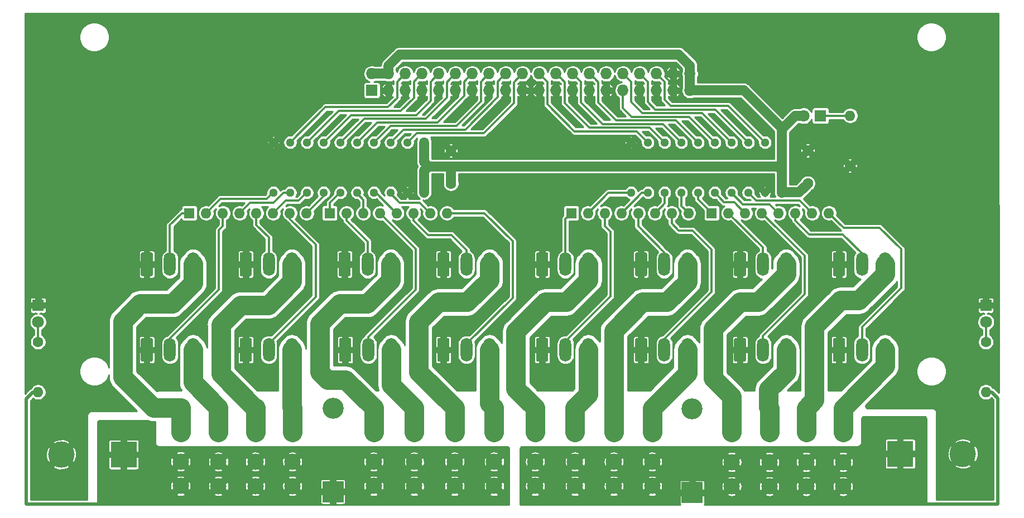
<source format=gbr>
G04 #@! TF.GenerationSoftware,KiCad,Pcbnew,(5.1.5)-3*
G04 #@! TF.CreationDate,2020-05-20T16:26:54-04:00*
G04 #@! TF.ProjectId,PB_16,50425f31-362e-46b6-9963-61645f706362,v3*
G04 #@! TF.SameCoordinates,Original*
G04 #@! TF.FileFunction,Copper,L1,Top*
G04 #@! TF.FilePolarity,Positive*
%FSLAX46Y46*%
G04 Gerber Fmt 4.6, Leading zero omitted, Abs format (unit mm)*
G04 Created by KiCad (PCBNEW (5.1.5)-3) date 2020-05-20 16:26:54*
%MOMM*%
%LPD*%
G04 APERTURE LIST*
%ADD10C,4.000000*%
%ADD11R,4.000000X4.000000*%
%ADD12O,1.727200X1.727200*%
%ADD13R,1.727200X1.727200*%
%ADD14R,1.295400X1.295400*%
%ADD15C,1.295400*%
%ADD16O,1.600000X1.600000*%
%ADD17C,1.600000*%
%ADD18C,1.800000*%
%ADD19R,1.800000X1.800000*%
%ADD20C,2.475000*%
%ADD21O,1.800000X3.600000*%
%ADD22C,0.100000*%
%ADD23O,3.200000X3.200000*%
%ADD24R,3.200000X3.200000*%
%ADD25R,1.600000X1.600000*%
%ADD26C,0.800000*%
%ADD27C,1.500000*%
%ADD28C,0.350000*%
%ADD29C,0.500000*%
%ADD30C,2.999999*%
%ADD31C,3.000000*%
%ADD32C,0.254000*%
G04 APERTURE END LIST*
D10*
X212901000Y-145417800D03*
D11*
X203401000Y-145417800D03*
D10*
X76101000Y-145517800D03*
D11*
X85601000Y-145517800D03*
D12*
X171501000Y-87617800D03*
X171501000Y-90157800D03*
X168961000Y-87617800D03*
X168961000Y-90157800D03*
X166421000Y-87617800D03*
X166421000Y-90157800D03*
X163881000Y-87617800D03*
X163881000Y-90157800D03*
X161341000Y-87617800D03*
X161341000Y-90157800D03*
X158801000Y-87617800D03*
X158801000Y-90157800D03*
X156261000Y-87617800D03*
X156261000Y-90157800D03*
X153721000Y-87617800D03*
X153721000Y-90157800D03*
X151181000Y-87617800D03*
X151181000Y-90157800D03*
X148641000Y-87617800D03*
X148641000Y-90157800D03*
X146101000Y-87617800D03*
X146101000Y-90157800D03*
X143561000Y-87617800D03*
X143561000Y-90157800D03*
X141021000Y-87617800D03*
X141021000Y-90157800D03*
X138481000Y-87617800D03*
X138481000Y-90157800D03*
X135941000Y-87617800D03*
X135941000Y-90157800D03*
X133401000Y-87617800D03*
X133401000Y-90157800D03*
X130861000Y-87617800D03*
X130861000Y-90157800D03*
X128321000Y-87617800D03*
X128321000Y-90157800D03*
X125781000Y-87617800D03*
X125781000Y-90157800D03*
X123241000Y-87617800D03*
D13*
X123241000Y-90157800D03*
D14*
X185422600Y-98068600D03*
D15*
X182882600Y-98068600D03*
X180342600Y-98068600D03*
X177802600Y-98068600D03*
X175262600Y-98068600D03*
X172722600Y-98068600D03*
X170182600Y-98068600D03*
X167642600Y-98068600D03*
X165102600Y-98068600D03*
X162562600Y-98068600D03*
X162562600Y-105688600D03*
X165102600Y-105688600D03*
X167642600Y-105688600D03*
X170182600Y-105688600D03*
X172722600Y-105688600D03*
X175262600Y-105688600D03*
X177802600Y-105688600D03*
X180342600Y-105688600D03*
X182882600Y-105688600D03*
X185422600Y-105688600D03*
D16*
X195801000Y-93997800D03*
D17*
X195801000Y-101617800D03*
D18*
X216401000Y-125371000D03*
D19*
X216401000Y-122831000D03*
D18*
X72601000Y-125371000D03*
D19*
X72601000Y-122831000D03*
D18*
X188761000Y-94017800D03*
D19*
X191301000Y-94017800D03*
D16*
X216401000Y-136012000D03*
D17*
X216401000Y-128392000D03*
D16*
X72601000Y-136012000D03*
D17*
X72601000Y-128392000D03*
D15*
X131172600Y-105688600D03*
X128632600Y-105688600D03*
X126092600Y-105688600D03*
X123552600Y-105688600D03*
X121012600Y-105688600D03*
X118472600Y-105688600D03*
X115932600Y-105688600D03*
X113392600Y-105688600D03*
X110852600Y-105688600D03*
X108312600Y-105688600D03*
X108312600Y-98068600D03*
X110852600Y-98068600D03*
X113392600Y-98068600D03*
X115932600Y-98068600D03*
X118472600Y-98068600D03*
X121012600Y-98068600D03*
X123552600Y-98068600D03*
X126092600Y-98068600D03*
X128632600Y-98068600D03*
D14*
X131172600Y-98068600D03*
D20*
X123512600Y-138398600D03*
X123512600Y-150298600D03*
X123512600Y-142098600D03*
X123512600Y-146598600D03*
D21*
X111100000Y-116600000D03*
X107600000Y-116600000D03*
G04 #@! TA.AperFunction,ComponentPad*
D22*
G36*
X104774504Y-114801204D02*
G01*
X104798773Y-114804804D01*
X104822571Y-114810765D01*
X104845671Y-114819030D01*
X104867849Y-114829520D01*
X104888893Y-114842133D01*
X104908598Y-114856747D01*
X104926777Y-114873223D01*
X104943253Y-114891402D01*
X104957867Y-114911107D01*
X104970480Y-114932151D01*
X104980970Y-114954329D01*
X104989235Y-114977429D01*
X104995196Y-115001227D01*
X104998796Y-115025496D01*
X105000000Y-115050000D01*
X105000000Y-118150000D01*
X104998796Y-118174504D01*
X104995196Y-118198773D01*
X104989235Y-118222571D01*
X104980970Y-118245671D01*
X104970480Y-118267849D01*
X104957867Y-118288893D01*
X104943253Y-118308598D01*
X104926777Y-118326777D01*
X104908598Y-118343253D01*
X104888893Y-118357867D01*
X104867849Y-118370480D01*
X104845671Y-118380970D01*
X104822571Y-118389235D01*
X104798773Y-118395196D01*
X104774504Y-118398796D01*
X104750000Y-118400000D01*
X103450000Y-118400000D01*
X103425496Y-118398796D01*
X103401227Y-118395196D01*
X103377429Y-118389235D01*
X103354329Y-118380970D01*
X103332151Y-118370480D01*
X103311107Y-118357867D01*
X103291402Y-118343253D01*
X103273223Y-118326777D01*
X103256747Y-118308598D01*
X103242133Y-118288893D01*
X103229520Y-118267849D01*
X103219030Y-118245671D01*
X103210765Y-118222571D01*
X103204804Y-118198773D01*
X103201204Y-118174504D01*
X103200000Y-118150000D01*
X103200000Y-115050000D01*
X103201204Y-115025496D01*
X103204804Y-115001227D01*
X103210765Y-114977429D01*
X103219030Y-114954329D01*
X103229520Y-114932151D01*
X103242133Y-114911107D01*
X103256747Y-114891402D01*
X103273223Y-114873223D01*
X103291402Y-114856747D01*
X103311107Y-114842133D01*
X103332151Y-114829520D01*
X103354329Y-114819030D01*
X103377429Y-114810765D01*
X103401227Y-114804804D01*
X103425496Y-114801204D01*
X103450000Y-114800000D01*
X104750000Y-114800000D01*
X104774504Y-114801204D01*
G37*
G04 #@! TD.AperFunction*
D20*
X105567600Y-138403600D03*
X105567600Y-150303600D03*
X105567600Y-142103600D03*
X105567600Y-146603600D03*
D23*
X171847600Y-138605000D03*
D24*
X171847600Y-151305000D03*
D23*
X117332600Y-138468600D03*
D24*
X117332600Y-151168600D03*
D17*
X135242300Y-99330500D03*
X135242300Y-104330500D03*
D16*
X192592600Y-108813600D03*
X190052600Y-108813600D03*
X187512600Y-108813600D03*
X184972600Y-108813600D03*
X182432600Y-108813600D03*
X179892600Y-108813600D03*
X177352600Y-108813600D03*
D25*
X174812600Y-108813600D03*
D16*
X171266200Y-108813600D03*
X168726200Y-108813600D03*
X166186200Y-108813600D03*
X163646200Y-108813600D03*
X161106200Y-108813600D03*
X158566200Y-108813600D03*
X156026200Y-108813600D03*
D25*
X153486200Y-108813600D03*
D16*
X134632700Y-108813600D03*
X132092700Y-108813600D03*
X129552700Y-108813600D03*
X127012700Y-108813600D03*
X124472700Y-108813600D03*
X121932700Y-108813600D03*
X119392700Y-108813600D03*
D25*
X116852700Y-108813600D03*
D16*
X113341500Y-108813600D03*
X110801500Y-108813600D03*
X108261500Y-108813600D03*
X105721500Y-108813600D03*
X103181500Y-108813600D03*
X100641500Y-108813600D03*
X98101500Y-108813600D03*
D25*
X95561500Y-108813600D03*
D21*
X201100000Y-129600000D03*
X197600000Y-129600000D03*
G04 #@! TA.AperFunction,ComponentPad*
D22*
G36*
X194774504Y-127801204D02*
G01*
X194798773Y-127804804D01*
X194822571Y-127810765D01*
X194845671Y-127819030D01*
X194867849Y-127829520D01*
X194888893Y-127842133D01*
X194908598Y-127856747D01*
X194926777Y-127873223D01*
X194943253Y-127891402D01*
X194957867Y-127911107D01*
X194970480Y-127932151D01*
X194980970Y-127954329D01*
X194989235Y-127977429D01*
X194995196Y-128001227D01*
X194998796Y-128025496D01*
X195000000Y-128050000D01*
X195000000Y-131150000D01*
X194998796Y-131174504D01*
X194995196Y-131198773D01*
X194989235Y-131222571D01*
X194980970Y-131245671D01*
X194970480Y-131267849D01*
X194957867Y-131288893D01*
X194943253Y-131308598D01*
X194926777Y-131326777D01*
X194908598Y-131343253D01*
X194888893Y-131357867D01*
X194867849Y-131370480D01*
X194845671Y-131380970D01*
X194822571Y-131389235D01*
X194798773Y-131395196D01*
X194774504Y-131398796D01*
X194750000Y-131400000D01*
X193450000Y-131400000D01*
X193425496Y-131398796D01*
X193401227Y-131395196D01*
X193377429Y-131389235D01*
X193354329Y-131380970D01*
X193332151Y-131370480D01*
X193311107Y-131357867D01*
X193291402Y-131343253D01*
X193273223Y-131326777D01*
X193256747Y-131308598D01*
X193242133Y-131288893D01*
X193229520Y-131267849D01*
X193219030Y-131245671D01*
X193210765Y-131222571D01*
X193204804Y-131198773D01*
X193201204Y-131174504D01*
X193200000Y-131150000D01*
X193200000Y-128050000D01*
X193201204Y-128025496D01*
X193204804Y-128001227D01*
X193210765Y-127977429D01*
X193219030Y-127954329D01*
X193229520Y-127932151D01*
X193242133Y-127911107D01*
X193256747Y-127891402D01*
X193273223Y-127873223D01*
X193291402Y-127856747D01*
X193311107Y-127842133D01*
X193332151Y-127829520D01*
X193354329Y-127819030D01*
X193377429Y-127810765D01*
X193401227Y-127804804D01*
X193425496Y-127801204D01*
X193450000Y-127800000D01*
X194750000Y-127800000D01*
X194774504Y-127801204D01*
G37*
G04 #@! TD.AperFunction*
D21*
X201100000Y-116600000D03*
X197600000Y-116600000D03*
G04 #@! TA.AperFunction,ComponentPad*
D22*
G36*
X194774504Y-114801204D02*
G01*
X194798773Y-114804804D01*
X194822571Y-114810765D01*
X194845671Y-114819030D01*
X194867849Y-114829520D01*
X194888893Y-114842133D01*
X194908598Y-114856747D01*
X194926777Y-114873223D01*
X194943253Y-114891402D01*
X194957867Y-114911107D01*
X194970480Y-114932151D01*
X194980970Y-114954329D01*
X194989235Y-114977429D01*
X194995196Y-115001227D01*
X194998796Y-115025496D01*
X195000000Y-115050000D01*
X195000000Y-118150000D01*
X194998796Y-118174504D01*
X194995196Y-118198773D01*
X194989235Y-118222571D01*
X194980970Y-118245671D01*
X194970480Y-118267849D01*
X194957867Y-118288893D01*
X194943253Y-118308598D01*
X194926777Y-118326777D01*
X194908598Y-118343253D01*
X194888893Y-118357867D01*
X194867849Y-118370480D01*
X194845671Y-118380970D01*
X194822571Y-118389235D01*
X194798773Y-118395196D01*
X194774504Y-118398796D01*
X194750000Y-118400000D01*
X193450000Y-118400000D01*
X193425496Y-118398796D01*
X193401227Y-118395196D01*
X193377429Y-118389235D01*
X193354329Y-118380970D01*
X193332151Y-118370480D01*
X193311107Y-118357867D01*
X193291402Y-118343253D01*
X193273223Y-118326777D01*
X193256747Y-118308598D01*
X193242133Y-118288893D01*
X193229520Y-118267849D01*
X193219030Y-118245671D01*
X193210765Y-118222571D01*
X193204804Y-118198773D01*
X193201204Y-118174504D01*
X193200000Y-118150000D01*
X193200000Y-115050000D01*
X193201204Y-115025496D01*
X193204804Y-115001227D01*
X193210765Y-114977429D01*
X193219030Y-114954329D01*
X193229520Y-114932151D01*
X193242133Y-114911107D01*
X193256747Y-114891402D01*
X193273223Y-114873223D01*
X193291402Y-114856747D01*
X193311107Y-114842133D01*
X193332151Y-114829520D01*
X193354329Y-114819030D01*
X193377429Y-114810765D01*
X193401227Y-114804804D01*
X193425496Y-114801204D01*
X193450000Y-114800000D01*
X194750000Y-114800000D01*
X194774504Y-114801204D01*
G37*
G04 #@! TD.AperFunction*
D21*
X186100000Y-129600000D03*
X182600000Y-129600000D03*
G04 #@! TA.AperFunction,ComponentPad*
D22*
G36*
X179774504Y-127801204D02*
G01*
X179798773Y-127804804D01*
X179822571Y-127810765D01*
X179845671Y-127819030D01*
X179867849Y-127829520D01*
X179888893Y-127842133D01*
X179908598Y-127856747D01*
X179926777Y-127873223D01*
X179943253Y-127891402D01*
X179957867Y-127911107D01*
X179970480Y-127932151D01*
X179980970Y-127954329D01*
X179989235Y-127977429D01*
X179995196Y-128001227D01*
X179998796Y-128025496D01*
X180000000Y-128050000D01*
X180000000Y-131150000D01*
X179998796Y-131174504D01*
X179995196Y-131198773D01*
X179989235Y-131222571D01*
X179980970Y-131245671D01*
X179970480Y-131267849D01*
X179957867Y-131288893D01*
X179943253Y-131308598D01*
X179926777Y-131326777D01*
X179908598Y-131343253D01*
X179888893Y-131357867D01*
X179867849Y-131370480D01*
X179845671Y-131380970D01*
X179822571Y-131389235D01*
X179798773Y-131395196D01*
X179774504Y-131398796D01*
X179750000Y-131400000D01*
X178450000Y-131400000D01*
X178425496Y-131398796D01*
X178401227Y-131395196D01*
X178377429Y-131389235D01*
X178354329Y-131380970D01*
X178332151Y-131370480D01*
X178311107Y-131357867D01*
X178291402Y-131343253D01*
X178273223Y-131326777D01*
X178256747Y-131308598D01*
X178242133Y-131288893D01*
X178229520Y-131267849D01*
X178219030Y-131245671D01*
X178210765Y-131222571D01*
X178204804Y-131198773D01*
X178201204Y-131174504D01*
X178200000Y-131150000D01*
X178200000Y-128050000D01*
X178201204Y-128025496D01*
X178204804Y-128001227D01*
X178210765Y-127977429D01*
X178219030Y-127954329D01*
X178229520Y-127932151D01*
X178242133Y-127911107D01*
X178256747Y-127891402D01*
X178273223Y-127873223D01*
X178291402Y-127856747D01*
X178311107Y-127842133D01*
X178332151Y-127829520D01*
X178354329Y-127819030D01*
X178377429Y-127810765D01*
X178401227Y-127804804D01*
X178425496Y-127801204D01*
X178450000Y-127800000D01*
X179750000Y-127800000D01*
X179774504Y-127801204D01*
G37*
G04 #@! TD.AperFunction*
D21*
X186100000Y-116600000D03*
X182600000Y-116600000D03*
G04 #@! TA.AperFunction,ComponentPad*
D22*
G36*
X179774504Y-114801204D02*
G01*
X179798773Y-114804804D01*
X179822571Y-114810765D01*
X179845671Y-114819030D01*
X179867849Y-114829520D01*
X179888893Y-114842133D01*
X179908598Y-114856747D01*
X179926777Y-114873223D01*
X179943253Y-114891402D01*
X179957867Y-114911107D01*
X179970480Y-114932151D01*
X179980970Y-114954329D01*
X179989235Y-114977429D01*
X179995196Y-115001227D01*
X179998796Y-115025496D01*
X180000000Y-115050000D01*
X180000000Y-118150000D01*
X179998796Y-118174504D01*
X179995196Y-118198773D01*
X179989235Y-118222571D01*
X179980970Y-118245671D01*
X179970480Y-118267849D01*
X179957867Y-118288893D01*
X179943253Y-118308598D01*
X179926777Y-118326777D01*
X179908598Y-118343253D01*
X179888893Y-118357867D01*
X179867849Y-118370480D01*
X179845671Y-118380970D01*
X179822571Y-118389235D01*
X179798773Y-118395196D01*
X179774504Y-118398796D01*
X179750000Y-118400000D01*
X178450000Y-118400000D01*
X178425496Y-118398796D01*
X178401227Y-118395196D01*
X178377429Y-118389235D01*
X178354329Y-118380970D01*
X178332151Y-118370480D01*
X178311107Y-118357867D01*
X178291402Y-118343253D01*
X178273223Y-118326777D01*
X178256747Y-118308598D01*
X178242133Y-118288893D01*
X178229520Y-118267849D01*
X178219030Y-118245671D01*
X178210765Y-118222571D01*
X178204804Y-118198773D01*
X178201204Y-118174504D01*
X178200000Y-118150000D01*
X178200000Y-115050000D01*
X178201204Y-115025496D01*
X178204804Y-115001227D01*
X178210765Y-114977429D01*
X178219030Y-114954329D01*
X178229520Y-114932151D01*
X178242133Y-114911107D01*
X178256747Y-114891402D01*
X178273223Y-114873223D01*
X178291402Y-114856747D01*
X178311107Y-114842133D01*
X178332151Y-114829520D01*
X178354329Y-114819030D01*
X178377429Y-114810765D01*
X178401227Y-114804804D01*
X178425496Y-114801204D01*
X178450000Y-114800000D01*
X179750000Y-114800000D01*
X179774504Y-114801204D01*
G37*
G04 #@! TD.AperFunction*
D21*
X171100000Y-129600000D03*
X167600000Y-129600000D03*
G04 #@! TA.AperFunction,ComponentPad*
D22*
G36*
X164774504Y-127801204D02*
G01*
X164798773Y-127804804D01*
X164822571Y-127810765D01*
X164845671Y-127819030D01*
X164867849Y-127829520D01*
X164888893Y-127842133D01*
X164908598Y-127856747D01*
X164926777Y-127873223D01*
X164943253Y-127891402D01*
X164957867Y-127911107D01*
X164970480Y-127932151D01*
X164980970Y-127954329D01*
X164989235Y-127977429D01*
X164995196Y-128001227D01*
X164998796Y-128025496D01*
X165000000Y-128050000D01*
X165000000Y-131150000D01*
X164998796Y-131174504D01*
X164995196Y-131198773D01*
X164989235Y-131222571D01*
X164980970Y-131245671D01*
X164970480Y-131267849D01*
X164957867Y-131288893D01*
X164943253Y-131308598D01*
X164926777Y-131326777D01*
X164908598Y-131343253D01*
X164888893Y-131357867D01*
X164867849Y-131370480D01*
X164845671Y-131380970D01*
X164822571Y-131389235D01*
X164798773Y-131395196D01*
X164774504Y-131398796D01*
X164750000Y-131400000D01*
X163450000Y-131400000D01*
X163425496Y-131398796D01*
X163401227Y-131395196D01*
X163377429Y-131389235D01*
X163354329Y-131380970D01*
X163332151Y-131370480D01*
X163311107Y-131357867D01*
X163291402Y-131343253D01*
X163273223Y-131326777D01*
X163256747Y-131308598D01*
X163242133Y-131288893D01*
X163229520Y-131267849D01*
X163219030Y-131245671D01*
X163210765Y-131222571D01*
X163204804Y-131198773D01*
X163201204Y-131174504D01*
X163200000Y-131150000D01*
X163200000Y-128050000D01*
X163201204Y-128025496D01*
X163204804Y-128001227D01*
X163210765Y-127977429D01*
X163219030Y-127954329D01*
X163229520Y-127932151D01*
X163242133Y-127911107D01*
X163256747Y-127891402D01*
X163273223Y-127873223D01*
X163291402Y-127856747D01*
X163311107Y-127842133D01*
X163332151Y-127829520D01*
X163354329Y-127819030D01*
X163377429Y-127810765D01*
X163401227Y-127804804D01*
X163425496Y-127801204D01*
X163450000Y-127800000D01*
X164750000Y-127800000D01*
X164774504Y-127801204D01*
G37*
G04 #@! TD.AperFunction*
D21*
X171100000Y-116600000D03*
X167600000Y-116600000D03*
G04 #@! TA.AperFunction,ComponentPad*
D22*
G36*
X164774504Y-114801204D02*
G01*
X164798773Y-114804804D01*
X164822571Y-114810765D01*
X164845671Y-114819030D01*
X164867849Y-114829520D01*
X164888893Y-114842133D01*
X164908598Y-114856747D01*
X164926777Y-114873223D01*
X164943253Y-114891402D01*
X164957867Y-114911107D01*
X164970480Y-114932151D01*
X164980970Y-114954329D01*
X164989235Y-114977429D01*
X164995196Y-115001227D01*
X164998796Y-115025496D01*
X165000000Y-115050000D01*
X165000000Y-118150000D01*
X164998796Y-118174504D01*
X164995196Y-118198773D01*
X164989235Y-118222571D01*
X164980970Y-118245671D01*
X164970480Y-118267849D01*
X164957867Y-118288893D01*
X164943253Y-118308598D01*
X164926777Y-118326777D01*
X164908598Y-118343253D01*
X164888893Y-118357867D01*
X164867849Y-118370480D01*
X164845671Y-118380970D01*
X164822571Y-118389235D01*
X164798773Y-118395196D01*
X164774504Y-118398796D01*
X164750000Y-118400000D01*
X163450000Y-118400000D01*
X163425496Y-118398796D01*
X163401227Y-118395196D01*
X163377429Y-118389235D01*
X163354329Y-118380970D01*
X163332151Y-118370480D01*
X163311107Y-118357867D01*
X163291402Y-118343253D01*
X163273223Y-118326777D01*
X163256747Y-118308598D01*
X163242133Y-118288893D01*
X163229520Y-118267849D01*
X163219030Y-118245671D01*
X163210765Y-118222571D01*
X163204804Y-118198773D01*
X163201204Y-118174504D01*
X163200000Y-118150000D01*
X163200000Y-115050000D01*
X163201204Y-115025496D01*
X163204804Y-115001227D01*
X163210765Y-114977429D01*
X163219030Y-114954329D01*
X163229520Y-114932151D01*
X163242133Y-114911107D01*
X163256747Y-114891402D01*
X163273223Y-114873223D01*
X163291402Y-114856747D01*
X163311107Y-114842133D01*
X163332151Y-114829520D01*
X163354329Y-114819030D01*
X163377429Y-114810765D01*
X163401227Y-114804804D01*
X163425496Y-114801204D01*
X163450000Y-114800000D01*
X164750000Y-114800000D01*
X164774504Y-114801204D01*
G37*
G04 #@! TD.AperFunction*
D21*
X156100000Y-129600000D03*
X152600000Y-129600000D03*
G04 #@! TA.AperFunction,ComponentPad*
D22*
G36*
X149774504Y-127801204D02*
G01*
X149798773Y-127804804D01*
X149822571Y-127810765D01*
X149845671Y-127819030D01*
X149867849Y-127829520D01*
X149888893Y-127842133D01*
X149908598Y-127856747D01*
X149926777Y-127873223D01*
X149943253Y-127891402D01*
X149957867Y-127911107D01*
X149970480Y-127932151D01*
X149980970Y-127954329D01*
X149989235Y-127977429D01*
X149995196Y-128001227D01*
X149998796Y-128025496D01*
X150000000Y-128050000D01*
X150000000Y-131150000D01*
X149998796Y-131174504D01*
X149995196Y-131198773D01*
X149989235Y-131222571D01*
X149980970Y-131245671D01*
X149970480Y-131267849D01*
X149957867Y-131288893D01*
X149943253Y-131308598D01*
X149926777Y-131326777D01*
X149908598Y-131343253D01*
X149888893Y-131357867D01*
X149867849Y-131370480D01*
X149845671Y-131380970D01*
X149822571Y-131389235D01*
X149798773Y-131395196D01*
X149774504Y-131398796D01*
X149750000Y-131400000D01*
X148450000Y-131400000D01*
X148425496Y-131398796D01*
X148401227Y-131395196D01*
X148377429Y-131389235D01*
X148354329Y-131380970D01*
X148332151Y-131370480D01*
X148311107Y-131357867D01*
X148291402Y-131343253D01*
X148273223Y-131326777D01*
X148256747Y-131308598D01*
X148242133Y-131288893D01*
X148229520Y-131267849D01*
X148219030Y-131245671D01*
X148210765Y-131222571D01*
X148204804Y-131198773D01*
X148201204Y-131174504D01*
X148200000Y-131150000D01*
X148200000Y-128050000D01*
X148201204Y-128025496D01*
X148204804Y-128001227D01*
X148210765Y-127977429D01*
X148219030Y-127954329D01*
X148229520Y-127932151D01*
X148242133Y-127911107D01*
X148256747Y-127891402D01*
X148273223Y-127873223D01*
X148291402Y-127856747D01*
X148311107Y-127842133D01*
X148332151Y-127829520D01*
X148354329Y-127819030D01*
X148377429Y-127810765D01*
X148401227Y-127804804D01*
X148425496Y-127801204D01*
X148450000Y-127800000D01*
X149750000Y-127800000D01*
X149774504Y-127801204D01*
G37*
G04 #@! TD.AperFunction*
D21*
X156100000Y-116600000D03*
X152600000Y-116600000D03*
G04 #@! TA.AperFunction,ComponentPad*
D22*
G36*
X149774504Y-114801204D02*
G01*
X149798773Y-114804804D01*
X149822571Y-114810765D01*
X149845671Y-114819030D01*
X149867849Y-114829520D01*
X149888893Y-114842133D01*
X149908598Y-114856747D01*
X149926777Y-114873223D01*
X149943253Y-114891402D01*
X149957867Y-114911107D01*
X149970480Y-114932151D01*
X149980970Y-114954329D01*
X149989235Y-114977429D01*
X149995196Y-115001227D01*
X149998796Y-115025496D01*
X150000000Y-115050000D01*
X150000000Y-118150000D01*
X149998796Y-118174504D01*
X149995196Y-118198773D01*
X149989235Y-118222571D01*
X149980970Y-118245671D01*
X149970480Y-118267849D01*
X149957867Y-118288893D01*
X149943253Y-118308598D01*
X149926777Y-118326777D01*
X149908598Y-118343253D01*
X149888893Y-118357867D01*
X149867849Y-118370480D01*
X149845671Y-118380970D01*
X149822571Y-118389235D01*
X149798773Y-118395196D01*
X149774504Y-118398796D01*
X149750000Y-118400000D01*
X148450000Y-118400000D01*
X148425496Y-118398796D01*
X148401227Y-118395196D01*
X148377429Y-118389235D01*
X148354329Y-118380970D01*
X148332151Y-118370480D01*
X148311107Y-118357867D01*
X148291402Y-118343253D01*
X148273223Y-118326777D01*
X148256747Y-118308598D01*
X148242133Y-118288893D01*
X148229520Y-118267849D01*
X148219030Y-118245671D01*
X148210765Y-118222571D01*
X148204804Y-118198773D01*
X148201204Y-118174504D01*
X148200000Y-118150000D01*
X148200000Y-115050000D01*
X148201204Y-115025496D01*
X148204804Y-115001227D01*
X148210765Y-114977429D01*
X148219030Y-114954329D01*
X148229520Y-114932151D01*
X148242133Y-114911107D01*
X148256747Y-114891402D01*
X148273223Y-114873223D01*
X148291402Y-114856747D01*
X148311107Y-114842133D01*
X148332151Y-114829520D01*
X148354329Y-114819030D01*
X148377429Y-114810765D01*
X148401227Y-114804804D01*
X148425496Y-114801204D01*
X148450000Y-114800000D01*
X149750000Y-114800000D01*
X149774504Y-114801204D01*
G37*
G04 #@! TD.AperFunction*
D21*
X141100000Y-129600000D03*
X137600000Y-129600000D03*
G04 #@! TA.AperFunction,ComponentPad*
D22*
G36*
X134774504Y-127801204D02*
G01*
X134798773Y-127804804D01*
X134822571Y-127810765D01*
X134845671Y-127819030D01*
X134867849Y-127829520D01*
X134888893Y-127842133D01*
X134908598Y-127856747D01*
X134926777Y-127873223D01*
X134943253Y-127891402D01*
X134957867Y-127911107D01*
X134970480Y-127932151D01*
X134980970Y-127954329D01*
X134989235Y-127977429D01*
X134995196Y-128001227D01*
X134998796Y-128025496D01*
X135000000Y-128050000D01*
X135000000Y-131150000D01*
X134998796Y-131174504D01*
X134995196Y-131198773D01*
X134989235Y-131222571D01*
X134980970Y-131245671D01*
X134970480Y-131267849D01*
X134957867Y-131288893D01*
X134943253Y-131308598D01*
X134926777Y-131326777D01*
X134908598Y-131343253D01*
X134888893Y-131357867D01*
X134867849Y-131370480D01*
X134845671Y-131380970D01*
X134822571Y-131389235D01*
X134798773Y-131395196D01*
X134774504Y-131398796D01*
X134750000Y-131400000D01*
X133450000Y-131400000D01*
X133425496Y-131398796D01*
X133401227Y-131395196D01*
X133377429Y-131389235D01*
X133354329Y-131380970D01*
X133332151Y-131370480D01*
X133311107Y-131357867D01*
X133291402Y-131343253D01*
X133273223Y-131326777D01*
X133256747Y-131308598D01*
X133242133Y-131288893D01*
X133229520Y-131267849D01*
X133219030Y-131245671D01*
X133210765Y-131222571D01*
X133204804Y-131198773D01*
X133201204Y-131174504D01*
X133200000Y-131150000D01*
X133200000Y-128050000D01*
X133201204Y-128025496D01*
X133204804Y-128001227D01*
X133210765Y-127977429D01*
X133219030Y-127954329D01*
X133229520Y-127932151D01*
X133242133Y-127911107D01*
X133256747Y-127891402D01*
X133273223Y-127873223D01*
X133291402Y-127856747D01*
X133311107Y-127842133D01*
X133332151Y-127829520D01*
X133354329Y-127819030D01*
X133377429Y-127810765D01*
X133401227Y-127804804D01*
X133425496Y-127801204D01*
X133450000Y-127800000D01*
X134750000Y-127800000D01*
X134774504Y-127801204D01*
G37*
G04 #@! TD.AperFunction*
D21*
X141100000Y-116600000D03*
X137600000Y-116600000D03*
G04 #@! TA.AperFunction,ComponentPad*
D22*
G36*
X134774504Y-114801204D02*
G01*
X134798773Y-114804804D01*
X134822571Y-114810765D01*
X134845671Y-114819030D01*
X134867849Y-114829520D01*
X134888893Y-114842133D01*
X134908598Y-114856747D01*
X134926777Y-114873223D01*
X134943253Y-114891402D01*
X134957867Y-114911107D01*
X134970480Y-114932151D01*
X134980970Y-114954329D01*
X134989235Y-114977429D01*
X134995196Y-115001227D01*
X134998796Y-115025496D01*
X135000000Y-115050000D01*
X135000000Y-118150000D01*
X134998796Y-118174504D01*
X134995196Y-118198773D01*
X134989235Y-118222571D01*
X134980970Y-118245671D01*
X134970480Y-118267849D01*
X134957867Y-118288893D01*
X134943253Y-118308598D01*
X134926777Y-118326777D01*
X134908598Y-118343253D01*
X134888893Y-118357867D01*
X134867849Y-118370480D01*
X134845671Y-118380970D01*
X134822571Y-118389235D01*
X134798773Y-118395196D01*
X134774504Y-118398796D01*
X134750000Y-118400000D01*
X133450000Y-118400000D01*
X133425496Y-118398796D01*
X133401227Y-118395196D01*
X133377429Y-118389235D01*
X133354329Y-118380970D01*
X133332151Y-118370480D01*
X133311107Y-118357867D01*
X133291402Y-118343253D01*
X133273223Y-118326777D01*
X133256747Y-118308598D01*
X133242133Y-118288893D01*
X133229520Y-118267849D01*
X133219030Y-118245671D01*
X133210765Y-118222571D01*
X133204804Y-118198773D01*
X133201204Y-118174504D01*
X133200000Y-118150000D01*
X133200000Y-115050000D01*
X133201204Y-115025496D01*
X133204804Y-115001227D01*
X133210765Y-114977429D01*
X133219030Y-114954329D01*
X133229520Y-114932151D01*
X133242133Y-114911107D01*
X133256747Y-114891402D01*
X133273223Y-114873223D01*
X133291402Y-114856747D01*
X133311107Y-114842133D01*
X133332151Y-114829520D01*
X133354329Y-114819030D01*
X133377429Y-114810765D01*
X133401227Y-114804804D01*
X133425496Y-114801204D01*
X133450000Y-114800000D01*
X134750000Y-114800000D01*
X134774504Y-114801204D01*
G37*
G04 #@! TD.AperFunction*
D21*
X126214342Y-129600000D03*
X122714342Y-129600000D03*
G04 #@! TA.AperFunction,ComponentPad*
D22*
G36*
X119888846Y-127801204D02*
G01*
X119913115Y-127804804D01*
X119936913Y-127810765D01*
X119960013Y-127819030D01*
X119982191Y-127829520D01*
X120003235Y-127842133D01*
X120022940Y-127856747D01*
X120041119Y-127873223D01*
X120057595Y-127891402D01*
X120072209Y-127911107D01*
X120084822Y-127932151D01*
X120095312Y-127954329D01*
X120103577Y-127977429D01*
X120109538Y-128001227D01*
X120113138Y-128025496D01*
X120114342Y-128050000D01*
X120114342Y-131150000D01*
X120113138Y-131174504D01*
X120109538Y-131198773D01*
X120103577Y-131222571D01*
X120095312Y-131245671D01*
X120084822Y-131267849D01*
X120072209Y-131288893D01*
X120057595Y-131308598D01*
X120041119Y-131326777D01*
X120022940Y-131343253D01*
X120003235Y-131357867D01*
X119982191Y-131370480D01*
X119960013Y-131380970D01*
X119936913Y-131389235D01*
X119913115Y-131395196D01*
X119888846Y-131398796D01*
X119864342Y-131400000D01*
X118564342Y-131400000D01*
X118539838Y-131398796D01*
X118515569Y-131395196D01*
X118491771Y-131389235D01*
X118468671Y-131380970D01*
X118446493Y-131370480D01*
X118425449Y-131357867D01*
X118405744Y-131343253D01*
X118387565Y-131326777D01*
X118371089Y-131308598D01*
X118356475Y-131288893D01*
X118343862Y-131267849D01*
X118333372Y-131245671D01*
X118325107Y-131222571D01*
X118319146Y-131198773D01*
X118315546Y-131174504D01*
X118314342Y-131150000D01*
X118314342Y-128050000D01*
X118315546Y-128025496D01*
X118319146Y-128001227D01*
X118325107Y-127977429D01*
X118333372Y-127954329D01*
X118343862Y-127932151D01*
X118356475Y-127911107D01*
X118371089Y-127891402D01*
X118387565Y-127873223D01*
X118405744Y-127856747D01*
X118425449Y-127842133D01*
X118446493Y-127829520D01*
X118468671Y-127819030D01*
X118491771Y-127810765D01*
X118515569Y-127804804D01*
X118539838Y-127801204D01*
X118564342Y-127800000D01*
X119864342Y-127800000D01*
X119888846Y-127801204D01*
G37*
G04 #@! TD.AperFunction*
D21*
X126100000Y-116600000D03*
X122600000Y-116600000D03*
G04 #@! TA.AperFunction,ComponentPad*
D22*
G36*
X119774504Y-114801204D02*
G01*
X119798773Y-114804804D01*
X119822571Y-114810765D01*
X119845671Y-114819030D01*
X119867849Y-114829520D01*
X119888893Y-114842133D01*
X119908598Y-114856747D01*
X119926777Y-114873223D01*
X119943253Y-114891402D01*
X119957867Y-114911107D01*
X119970480Y-114932151D01*
X119980970Y-114954329D01*
X119989235Y-114977429D01*
X119995196Y-115001227D01*
X119998796Y-115025496D01*
X120000000Y-115050000D01*
X120000000Y-118150000D01*
X119998796Y-118174504D01*
X119995196Y-118198773D01*
X119989235Y-118222571D01*
X119980970Y-118245671D01*
X119970480Y-118267849D01*
X119957867Y-118288893D01*
X119943253Y-118308598D01*
X119926777Y-118326777D01*
X119908598Y-118343253D01*
X119888893Y-118357867D01*
X119867849Y-118370480D01*
X119845671Y-118380970D01*
X119822571Y-118389235D01*
X119798773Y-118395196D01*
X119774504Y-118398796D01*
X119750000Y-118400000D01*
X118450000Y-118400000D01*
X118425496Y-118398796D01*
X118401227Y-118395196D01*
X118377429Y-118389235D01*
X118354329Y-118380970D01*
X118332151Y-118370480D01*
X118311107Y-118357867D01*
X118291402Y-118343253D01*
X118273223Y-118326777D01*
X118256747Y-118308598D01*
X118242133Y-118288893D01*
X118229520Y-118267849D01*
X118219030Y-118245671D01*
X118210765Y-118222571D01*
X118204804Y-118198773D01*
X118201204Y-118174504D01*
X118200000Y-118150000D01*
X118200000Y-115050000D01*
X118201204Y-115025496D01*
X118204804Y-115001227D01*
X118210765Y-114977429D01*
X118219030Y-114954329D01*
X118229520Y-114932151D01*
X118242133Y-114911107D01*
X118256747Y-114891402D01*
X118273223Y-114873223D01*
X118291402Y-114856747D01*
X118311107Y-114842133D01*
X118332151Y-114829520D01*
X118354329Y-114819030D01*
X118377429Y-114810765D01*
X118401227Y-114804804D01*
X118425496Y-114801204D01*
X118450000Y-114800000D01*
X119750000Y-114800000D01*
X119774504Y-114801204D01*
G37*
G04 #@! TD.AperFunction*
D21*
X111100000Y-129600000D03*
X107600000Y-129600000D03*
G04 #@! TA.AperFunction,ComponentPad*
D22*
G36*
X104774504Y-127801204D02*
G01*
X104798773Y-127804804D01*
X104822571Y-127810765D01*
X104845671Y-127819030D01*
X104867849Y-127829520D01*
X104888893Y-127842133D01*
X104908598Y-127856747D01*
X104926777Y-127873223D01*
X104943253Y-127891402D01*
X104957867Y-127911107D01*
X104970480Y-127932151D01*
X104980970Y-127954329D01*
X104989235Y-127977429D01*
X104995196Y-128001227D01*
X104998796Y-128025496D01*
X105000000Y-128050000D01*
X105000000Y-131150000D01*
X104998796Y-131174504D01*
X104995196Y-131198773D01*
X104989235Y-131222571D01*
X104980970Y-131245671D01*
X104970480Y-131267849D01*
X104957867Y-131288893D01*
X104943253Y-131308598D01*
X104926777Y-131326777D01*
X104908598Y-131343253D01*
X104888893Y-131357867D01*
X104867849Y-131370480D01*
X104845671Y-131380970D01*
X104822571Y-131389235D01*
X104798773Y-131395196D01*
X104774504Y-131398796D01*
X104750000Y-131400000D01*
X103450000Y-131400000D01*
X103425496Y-131398796D01*
X103401227Y-131395196D01*
X103377429Y-131389235D01*
X103354329Y-131380970D01*
X103332151Y-131370480D01*
X103311107Y-131357867D01*
X103291402Y-131343253D01*
X103273223Y-131326777D01*
X103256747Y-131308598D01*
X103242133Y-131288893D01*
X103229520Y-131267849D01*
X103219030Y-131245671D01*
X103210765Y-131222571D01*
X103204804Y-131198773D01*
X103201204Y-131174504D01*
X103200000Y-131150000D01*
X103200000Y-128050000D01*
X103201204Y-128025496D01*
X103204804Y-128001227D01*
X103210765Y-127977429D01*
X103219030Y-127954329D01*
X103229520Y-127932151D01*
X103242133Y-127911107D01*
X103256747Y-127891402D01*
X103273223Y-127873223D01*
X103291402Y-127856747D01*
X103311107Y-127842133D01*
X103332151Y-127829520D01*
X103354329Y-127819030D01*
X103377429Y-127810765D01*
X103401227Y-127804804D01*
X103425496Y-127801204D01*
X103450000Y-127800000D01*
X104750000Y-127800000D01*
X104774504Y-127801204D01*
G37*
G04 #@! TD.AperFunction*
D21*
X96100000Y-129600000D03*
X92600000Y-129600000D03*
G04 #@! TA.AperFunction,ComponentPad*
D22*
G36*
X89774504Y-127801204D02*
G01*
X89798773Y-127804804D01*
X89822571Y-127810765D01*
X89845671Y-127819030D01*
X89867849Y-127829520D01*
X89888893Y-127842133D01*
X89908598Y-127856747D01*
X89926777Y-127873223D01*
X89943253Y-127891402D01*
X89957867Y-127911107D01*
X89970480Y-127932151D01*
X89980970Y-127954329D01*
X89989235Y-127977429D01*
X89995196Y-128001227D01*
X89998796Y-128025496D01*
X90000000Y-128050000D01*
X90000000Y-131150000D01*
X89998796Y-131174504D01*
X89995196Y-131198773D01*
X89989235Y-131222571D01*
X89980970Y-131245671D01*
X89970480Y-131267849D01*
X89957867Y-131288893D01*
X89943253Y-131308598D01*
X89926777Y-131326777D01*
X89908598Y-131343253D01*
X89888893Y-131357867D01*
X89867849Y-131370480D01*
X89845671Y-131380970D01*
X89822571Y-131389235D01*
X89798773Y-131395196D01*
X89774504Y-131398796D01*
X89750000Y-131400000D01*
X88450000Y-131400000D01*
X88425496Y-131398796D01*
X88401227Y-131395196D01*
X88377429Y-131389235D01*
X88354329Y-131380970D01*
X88332151Y-131370480D01*
X88311107Y-131357867D01*
X88291402Y-131343253D01*
X88273223Y-131326777D01*
X88256747Y-131308598D01*
X88242133Y-131288893D01*
X88229520Y-131267849D01*
X88219030Y-131245671D01*
X88210765Y-131222571D01*
X88204804Y-131198773D01*
X88201204Y-131174504D01*
X88200000Y-131150000D01*
X88200000Y-128050000D01*
X88201204Y-128025496D01*
X88204804Y-128001227D01*
X88210765Y-127977429D01*
X88219030Y-127954329D01*
X88229520Y-127932151D01*
X88242133Y-127911107D01*
X88256747Y-127891402D01*
X88273223Y-127873223D01*
X88291402Y-127856747D01*
X88311107Y-127842133D01*
X88332151Y-127829520D01*
X88354329Y-127819030D01*
X88377429Y-127810765D01*
X88401227Y-127804804D01*
X88425496Y-127801204D01*
X88450000Y-127800000D01*
X89750000Y-127800000D01*
X89774504Y-127801204D01*
G37*
G04 #@! TD.AperFunction*
D21*
X96100000Y-116600000D03*
X92600000Y-116600000D03*
G04 #@! TA.AperFunction,ComponentPad*
D22*
G36*
X89774504Y-114801204D02*
G01*
X89798773Y-114804804D01*
X89822571Y-114810765D01*
X89845671Y-114819030D01*
X89867849Y-114829520D01*
X89888893Y-114842133D01*
X89908598Y-114856747D01*
X89926777Y-114873223D01*
X89943253Y-114891402D01*
X89957867Y-114911107D01*
X89970480Y-114932151D01*
X89980970Y-114954329D01*
X89989235Y-114977429D01*
X89995196Y-115001227D01*
X89998796Y-115025496D01*
X90000000Y-115050000D01*
X90000000Y-118150000D01*
X89998796Y-118174504D01*
X89995196Y-118198773D01*
X89989235Y-118222571D01*
X89980970Y-118245671D01*
X89970480Y-118267849D01*
X89957867Y-118288893D01*
X89943253Y-118308598D01*
X89926777Y-118326777D01*
X89908598Y-118343253D01*
X89888893Y-118357867D01*
X89867849Y-118370480D01*
X89845671Y-118380970D01*
X89822571Y-118389235D01*
X89798773Y-118395196D01*
X89774504Y-118398796D01*
X89750000Y-118400000D01*
X88450000Y-118400000D01*
X88425496Y-118398796D01*
X88401227Y-118395196D01*
X88377429Y-118389235D01*
X88354329Y-118380970D01*
X88332151Y-118370480D01*
X88311107Y-118357867D01*
X88291402Y-118343253D01*
X88273223Y-118326777D01*
X88256747Y-118308598D01*
X88242133Y-118288893D01*
X88229520Y-118267849D01*
X88219030Y-118245671D01*
X88210765Y-118222571D01*
X88204804Y-118198773D01*
X88201204Y-118174504D01*
X88200000Y-118150000D01*
X88200000Y-115050000D01*
X88201204Y-115025496D01*
X88204804Y-115001227D01*
X88210765Y-114977429D01*
X88219030Y-114954329D01*
X88229520Y-114932151D01*
X88242133Y-114911107D01*
X88256747Y-114891402D01*
X88273223Y-114873223D01*
X88291402Y-114856747D01*
X88311107Y-114842133D01*
X88332151Y-114829520D01*
X88354329Y-114819030D01*
X88377429Y-114810765D01*
X88401227Y-114804804D01*
X88425496Y-114801204D01*
X88450000Y-114800000D01*
X89750000Y-114800000D01*
X89774504Y-114801204D01*
G37*
G04 #@! TD.AperFunction*
D20*
X194729100Y-138463600D03*
X194729100Y-150363600D03*
X194729100Y-142163600D03*
X194729100Y-146663600D03*
X189141100Y-138463600D03*
X189141100Y-150363600D03*
X189141100Y-142163600D03*
X189141100Y-146663600D03*
X183553100Y-138463600D03*
X183553100Y-150363600D03*
X183553100Y-142163600D03*
X183553100Y-146663600D03*
X177847600Y-138463600D03*
X177847600Y-150363600D03*
X177847600Y-142163600D03*
X177847600Y-146663600D03*
X165761100Y-138398600D03*
X165761100Y-150298600D03*
X165761100Y-142098600D03*
X165761100Y-146598600D03*
X159942600Y-138398600D03*
X159942600Y-150298600D03*
X159942600Y-142098600D03*
X159942600Y-146598600D03*
X154062600Y-138398600D03*
X154062600Y-150298600D03*
X154062600Y-142098600D03*
X154062600Y-146598600D03*
X148002600Y-138398600D03*
X148002600Y-150298600D03*
X148002600Y-142098600D03*
X148002600Y-146598600D03*
X141793100Y-138398600D03*
X141793100Y-150298600D03*
X141793100Y-142098600D03*
X141793100Y-146598600D03*
X135792600Y-138398600D03*
X135792600Y-150298600D03*
X135792600Y-142098600D03*
X135792600Y-146598600D03*
X129672600Y-138398600D03*
X129672600Y-150298600D03*
X129672600Y-142098600D03*
X129672600Y-146598600D03*
X111167600Y-138403600D03*
X111167600Y-150303600D03*
X111167600Y-142103600D03*
X111167600Y-146603600D03*
X99967600Y-138403600D03*
X99967600Y-150303600D03*
X99967600Y-142103600D03*
X99967600Y-146603600D03*
X94222600Y-138388600D03*
X94222600Y-150288600D03*
X94222600Y-142088600D03*
X94222600Y-146588600D03*
D17*
X189382400Y-99305100D03*
X189382400Y-104305100D03*
D26*
X152651000Y-99917800D03*
X209201000Y-111767800D03*
X190201000Y-106367800D03*
X198651000Y-109567800D03*
X192801000Y-103617800D03*
X203701000Y-111817800D03*
X199751000Y-137867800D03*
X203251000Y-137767800D03*
X187551000Y-120517800D03*
X167251000Y-110917800D03*
X173301000Y-114717800D03*
X168351000Y-125267800D03*
X157951000Y-112417800D03*
X154201000Y-111167800D03*
X158001000Y-121017800D03*
X133101000Y-110667800D03*
X139701000Y-111017800D03*
X143151000Y-113817800D03*
X142751000Y-121517800D03*
X123351000Y-110667800D03*
X127251000Y-113767800D03*
X128651000Y-119967800D03*
X94601000Y-111167800D03*
X98451000Y-114417800D03*
X98651000Y-119967800D03*
X91651000Y-109267800D03*
X133551000Y-106817800D03*
X137651000Y-103917800D03*
X142151000Y-126167800D03*
X216801000Y-99717800D03*
X106101000Y-105267800D03*
X129151000Y-99867800D03*
X157801000Y-103817800D03*
X119301000Y-85617800D03*
X119301000Y-90817800D03*
X177701000Y-84817800D03*
X179501000Y-88017800D03*
X184901000Y-88617800D03*
X186201000Y-110617800D03*
X161501000Y-111017800D03*
X128801000Y-111217800D03*
X103301000Y-110917800D03*
X109101000Y-110917800D03*
X116301000Y-111017800D03*
X181901000Y-110917800D03*
X183301000Y-99917800D03*
X179301000Y-92817800D03*
X85177000Y-138429800D03*
X81113000Y-138429800D03*
X83145000Y-138429800D03*
X207605000Y-137413800D03*
X216301000Y-86217800D03*
X201051000Y-79967800D03*
X90801000Y-80217800D03*
X73051000Y-87717800D03*
X73051000Y-101717800D03*
X84551000Y-110217800D03*
X77551000Y-133217800D03*
D27*
X132664900Y-101708600D02*
X134852600Y-101708600D01*
X185422600Y-98068600D02*
X185422600Y-100216300D01*
X132664900Y-101708600D02*
X133483800Y-101708600D01*
X133483800Y-101708600D02*
X134852600Y-101708600D01*
X185422600Y-100216300D02*
X185422600Y-105688600D01*
X185422600Y-102296200D02*
X185422600Y-105688600D01*
X134852600Y-101708600D02*
X184835000Y-101708600D01*
X184835000Y-101708600D02*
X185422600Y-102296200D01*
X131820299Y-101708600D02*
X133483800Y-101708600D01*
X131820299Y-101708600D02*
X132664900Y-101708600D01*
X185422600Y-96083408D02*
X185422600Y-96896200D01*
X187488208Y-94017800D02*
X185422600Y-96083408D01*
X188761000Y-94017800D02*
X187488208Y-94017800D01*
X185422600Y-96896200D02*
X185422600Y-98068600D01*
X131172600Y-102356299D02*
X131820299Y-101708600D01*
X131172600Y-105688600D02*
X131172600Y-102356299D01*
X135242300Y-102098300D02*
X134852600Y-101708600D01*
X135242300Y-104330500D02*
X135242300Y-102098300D01*
X185493400Y-105617800D02*
X185422600Y-105688600D01*
X188101000Y-105617800D02*
X185493400Y-105617800D01*
X189382400Y-104305100D02*
X189382400Y-104336400D01*
X189382400Y-104336400D02*
X188101000Y-105617800D01*
X131172600Y-101060901D02*
X131820299Y-101708600D01*
X131172600Y-98068600D02*
X131172600Y-101060901D01*
X123241000Y-87617800D02*
X125781000Y-87617800D01*
X171501000Y-87617800D02*
X171501000Y-90157800D01*
X185422600Y-95920900D02*
X185422600Y-96896200D01*
X171501000Y-90157800D02*
X179659500Y-90157800D01*
X179659500Y-90157800D02*
X185422600Y-95920900D01*
X171501000Y-86396486D02*
X171501000Y-87617800D01*
X169822314Y-84717800D02*
X171501000Y-86396486D01*
X127459686Y-84717800D02*
X169822314Y-84717800D01*
X125781000Y-87617800D02*
X125781000Y-86396486D01*
X125781000Y-86396486D02*
X127459686Y-84717800D01*
D28*
X109824014Y-105756900D02*
X110740000Y-105756900D01*
X108320114Y-107260800D02*
X109824014Y-105756900D01*
X103181500Y-108813600D02*
X104734300Y-107260800D01*
X104734300Y-107260800D02*
X108320114Y-107260800D01*
X107331100Y-106625800D02*
X108200000Y-105756900D01*
X98101500Y-108813600D02*
X100289300Y-106625800D01*
X100289300Y-106625800D02*
X107331100Y-106625800D01*
X121932700Y-106789600D02*
X120900000Y-105756900D01*
X121932700Y-108813600D02*
X121932700Y-106789600D01*
X116852700Y-107264200D02*
X116852700Y-108813600D01*
X118360000Y-105756900D02*
X116852700Y-107264200D01*
X115820000Y-106335100D02*
X115820000Y-105756900D01*
X113341500Y-108813600D02*
X115820000Y-106335100D01*
X112632301Y-106404599D02*
X113280000Y-105756900D01*
X112128300Y-106908600D02*
X112632301Y-106404599D01*
X108261500Y-108813600D02*
X110166500Y-106908600D01*
X110166500Y-106908600D02*
X112128300Y-106908600D01*
X125980000Y-105756900D02*
X127461900Y-107238800D01*
X130517900Y-107238800D02*
X132092700Y-108813600D01*
X127461900Y-107238800D02*
X130517900Y-107238800D01*
X126923800Y-108813600D02*
X127012700Y-108813600D01*
X123440000Y-105756900D02*
X123867100Y-105756900D01*
X123867100Y-105756900D02*
X126923800Y-108813600D01*
D29*
X71846800Y-136012000D02*
X70776010Y-137082790D01*
X72601000Y-136012000D02*
X71846800Y-136012000D01*
X85601000Y-150197800D02*
X85601000Y-145517800D01*
X70776010Y-137082790D02*
X70776010Y-153040805D01*
X82757839Y-153040960D02*
X85601000Y-150197800D01*
X70776010Y-153040805D02*
X82757839Y-153040960D01*
D30*
X88100000Y-122600000D02*
X85460000Y-125240000D01*
D31*
X96100000Y-119449000D02*
X96100000Y-116600000D01*
X88100000Y-122600000D02*
X92949000Y-122600000D01*
X92949000Y-122600000D02*
X96100000Y-119449000D01*
X94222600Y-138388600D02*
X94222600Y-142088600D01*
X90102600Y-138388600D02*
X94222600Y-138388600D01*
X85460000Y-125240000D02*
X85460000Y-133746000D01*
X85460000Y-133746000D02*
X90102600Y-138388600D01*
X99967600Y-142103600D02*
X99967600Y-138403600D01*
X96100000Y-134536000D02*
X96100000Y-129600000D01*
X99967600Y-138403600D02*
X96100000Y-134536000D01*
X105567600Y-138403600D02*
X105567600Y-142103600D01*
X111100000Y-119226200D02*
X111100000Y-116600000D01*
X105462000Y-138403600D02*
X100330000Y-133271600D01*
X105567600Y-138403600D02*
X105462000Y-138403600D01*
X100330000Y-133271600D02*
X100330000Y-125796200D01*
X100330000Y-125796200D02*
X103312600Y-122813600D01*
X103312600Y-122813600D02*
X107512600Y-122813600D01*
X107512600Y-122813600D02*
X111100000Y-119226200D01*
X111100000Y-138336000D02*
X111167600Y-138403600D01*
X111100000Y-129600000D02*
X111100000Y-138336000D01*
X111167600Y-142103600D02*
X111167600Y-138403600D01*
X123512600Y-142098600D02*
X123512600Y-138398600D01*
X119242600Y-134128600D02*
X116512600Y-134128600D01*
X116512600Y-134128600D02*
X115350000Y-132966000D01*
X123512600Y-138398600D02*
X119242600Y-134128600D01*
X115350000Y-132966000D02*
X115350000Y-125600000D01*
X122526200Y-122600000D02*
X126100000Y-119026200D01*
X115350000Y-125600000D02*
X118350000Y-122600000D01*
X126100000Y-119026200D02*
X126100000Y-116600000D01*
X118350000Y-122600000D02*
X122526200Y-122600000D01*
X126214342Y-134940342D02*
X126214342Y-129600000D01*
X129672600Y-138398600D02*
X126214342Y-134940342D01*
X129672600Y-138398600D02*
X129672600Y-142098600D01*
X141100000Y-118976200D02*
X141100000Y-116600000D01*
X130350000Y-125350000D02*
X133350000Y-122350000D01*
X133350000Y-122350000D02*
X137726200Y-122350000D01*
X137726200Y-122350000D02*
X141100000Y-118976200D01*
X135792600Y-142098600D02*
X135792600Y-138398600D01*
X130350000Y-132956000D02*
X135792600Y-138398600D01*
X130350000Y-125350000D02*
X130350000Y-132956000D01*
D29*
X203401000Y-150989800D02*
X203401000Y-145417800D01*
X217295200Y-136012000D02*
X218221581Y-136938381D01*
X216401000Y-136012000D02*
X217295200Y-136012000D01*
X205453811Y-153042611D02*
X203401000Y-150989800D01*
X218221581Y-136938381D02*
X218225838Y-153042776D01*
X218225838Y-153042776D02*
X205453811Y-153042611D01*
D31*
X141100000Y-137705500D02*
X141793100Y-138398600D01*
X141100000Y-129600000D02*
X141100000Y-137705500D01*
X141793100Y-142098600D02*
X141793100Y-138398600D01*
X156100000Y-118976200D02*
X156100000Y-116600000D01*
X152726200Y-122350000D02*
X156100000Y-118976200D01*
X149576200Y-122350000D02*
X152726200Y-122350000D01*
X145100000Y-126826200D02*
X149576200Y-122350000D01*
X148002600Y-138398600D02*
X145100000Y-135496000D01*
X145100000Y-135496000D02*
X145100000Y-126826200D01*
X148002600Y-142098600D02*
X148002600Y-138398600D01*
X156100000Y-136361200D02*
X156100000Y-129600000D01*
X154062600Y-138398600D02*
X156100000Y-136361200D01*
X154062600Y-138398600D02*
X154062600Y-142098600D01*
X159942600Y-142098600D02*
X159942600Y-138398600D01*
X171100000Y-119276200D02*
X171100000Y-116600000D01*
X164311200Y-122350000D02*
X168026200Y-122350000D01*
X168026200Y-122350000D02*
X171100000Y-119276200D01*
X159942600Y-126718600D02*
X164311200Y-122350000D01*
X159942600Y-138398600D02*
X159942600Y-126718600D01*
X165761100Y-142163600D02*
X165761100Y-138463600D01*
X171100000Y-133124700D02*
X171100000Y-129600000D01*
X165761100Y-138463600D02*
X171100000Y-133124700D01*
X177847600Y-142163600D02*
X177847600Y-138463600D01*
X186100000Y-118101233D02*
X186100000Y-116600000D01*
X177847600Y-136713511D02*
X175047600Y-133913511D01*
X177847600Y-138463600D02*
X177847600Y-136713511D01*
X175047600Y-133913511D02*
X175047600Y-126413600D01*
X175047600Y-126413600D02*
X179111200Y-122350000D01*
X179111200Y-122350000D02*
X181851233Y-122350000D01*
X181851233Y-122350000D02*
X186100000Y-118101233D01*
X183553100Y-142163600D02*
X183553100Y-138463600D01*
X186100000Y-132961200D02*
X186100000Y-129600000D01*
X183447600Y-135613600D02*
X186100000Y-132961200D01*
X183553100Y-138463600D02*
X183447600Y-138358100D01*
X183447600Y-138358100D02*
X183447600Y-135613600D01*
D30*
X201100000Y-118101232D02*
X197101232Y-122100000D01*
X201100000Y-116600000D02*
X201100000Y-118101232D01*
D31*
X189141100Y-142163600D02*
X189141100Y-138463600D01*
X189141100Y-138463600D02*
X190378599Y-137226101D01*
X197101232Y-122100000D02*
X194361200Y-122100000D01*
X190378599Y-126082601D02*
X190378599Y-137226101D01*
X194361200Y-122100000D02*
X190378599Y-126082601D01*
X194729100Y-142163600D02*
X194729100Y-138463600D01*
X201100000Y-132092700D02*
X201100000Y-129600000D01*
X194729100Y-138463600D02*
X201100000Y-132092700D01*
D28*
X94411500Y-108813600D02*
X95561500Y-108813600D01*
X92600000Y-110625100D02*
X94411500Y-108813600D01*
X92600000Y-118200000D02*
X92600000Y-110625100D01*
X92600000Y-127876200D02*
X92600000Y-129600000D01*
X100025000Y-120451200D02*
X92600000Y-127876200D01*
X100025000Y-111416370D02*
X100025000Y-120451200D01*
X100641500Y-108813600D02*
X100641500Y-110799870D01*
X100641500Y-110799870D02*
X100025000Y-111416370D01*
X107600000Y-112510000D02*
X107600000Y-116600000D01*
X105721500Y-110631500D02*
X107600000Y-112510000D01*
X105721500Y-110631500D02*
X105721500Y-108813600D01*
X107600000Y-128700000D02*
X107600000Y-129600000D01*
X114712600Y-121587400D02*
X107600000Y-128700000D01*
X114712600Y-113613600D02*
X114712600Y-121587400D01*
X110801500Y-108813600D02*
X110801500Y-109702500D01*
X110801500Y-109702500D02*
X114712600Y-113613600D01*
X122600000Y-113351000D02*
X122600000Y-116600000D01*
X122600000Y-113152270D02*
X122600000Y-113351000D01*
X119392700Y-109944970D02*
X122600000Y-113152270D01*
X119392700Y-108813600D02*
X119392700Y-109944970D01*
X122714342Y-127611858D02*
X122714342Y-129600000D01*
X129912600Y-120413600D02*
X122714342Y-127611858D01*
X129912600Y-114266200D02*
X129912600Y-120413600D01*
X124472700Y-108813600D02*
X124472700Y-108826300D01*
X124472700Y-108826300D02*
X129912600Y-114266200D01*
X137600000Y-116600000D02*
X137600000Y-115055000D01*
X137600000Y-114450000D02*
X135313600Y-112163600D01*
X137600000Y-116600000D02*
X137600000Y-114450000D01*
X131771330Y-112163600D02*
X135313600Y-112163600D01*
X129552700Y-109944970D02*
X131771330Y-112163600D01*
X129552700Y-108813600D02*
X129552700Y-109944970D01*
X144612600Y-113113600D02*
X140312600Y-108813600D01*
X144612600Y-121687400D02*
X144612600Y-113113600D01*
X137600000Y-129600000D02*
X137600000Y-128700000D01*
X137600000Y-128700000D02*
X144612600Y-121687400D01*
X134632700Y-108813600D02*
X140312600Y-108813600D01*
X152600000Y-109699800D02*
X153486200Y-108813600D01*
X152600000Y-116600000D02*
X152600000Y-109699800D01*
X152600000Y-128300000D02*
X152600000Y-129600000D01*
X159447600Y-121452400D02*
X152600000Y-128300000D01*
X159447600Y-111681270D02*
X159447600Y-121452400D01*
X158566200Y-108813600D02*
X158566200Y-110799870D01*
X158566200Y-110799870D02*
X159447600Y-111681270D01*
X163646200Y-110839800D02*
X163646200Y-108813600D01*
X167600000Y-116600000D02*
X167600000Y-114793600D01*
X167600000Y-114793600D02*
X163646200Y-110839800D01*
X167600000Y-127975928D02*
X167600000Y-129600000D01*
X168726200Y-110377200D02*
X168726200Y-108813600D01*
X167600000Y-127972800D02*
X174762600Y-120810200D01*
X167600000Y-129600000D02*
X167600000Y-127972800D01*
X174762600Y-120810200D02*
X174762600Y-114363600D01*
X174762600Y-114363600D02*
X171862600Y-111463600D01*
X171862600Y-111463600D02*
X169812600Y-111463600D01*
X169812600Y-111463600D02*
X168726200Y-110377200D01*
X178000000Y-108813600D02*
X176850000Y-108813600D01*
X182600000Y-114061000D02*
X177352600Y-108813600D01*
X182600000Y-116600000D02*
X182600000Y-114061000D01*
X182600000Y-128700000D02*
X182600000Y-129600000D01*
X184932600Y-111313600D02*
X182432600Y-108813600D01*
X188912600Y-115293600D02*
X184932600Y-111313600D01*
X188912600Y-121137400D02*
X188912600Y-115293600D01*
X182600000Y-129600000D02*
X182600000Y-127450000D01*
X182600000Y-127450000D02*
X188912600Y-121137400D01*
X197600000Y-116600000D02*
X197600000Y-115700000D01*
X197600000Y-114974000D02*
X197600000Y-116600000D01*
X194689600Y-112063600D02*
X197600000Y-114974000D01*
X189631230Y-112063600D02*
X194689600Y-112063600D01*
X187512600Y-108813600D02*
X187512600Y-109944970D01*
X187512600Y-109944970D02*
X189631230Y-112063600D01*
X197600000Y-126166800D02*
X197600000Y-129600000D01*
X203526600Y-120240200D02*
X197600000Y-126166800D01*
X203526600Y-114296600D02*
X203526600Y-120240200D01*
X200275400Y-111045400D02*
X203526600Y-114296600D01*
X192592600Y-108813600D02*
X194824400Y-111045400D01*
X194824400Y-111045400D02*
X200275400Y-111045400D01*
X170243500Y-105807700D02*
X170192700Y-105756900D01*
X170243500Y-107784900D02*
X170243500Y-105807700D01*
X171266200Y-108813600D02*
X171266200Y-108807600D01*
X171266200Y-108807600D02*
X170243500Y-107784900D01*
X167652700Y-107347100D02*
X167652700Y-105756900D01*
X166186200Y-108813600D02*
X167652700Y-107347100D01*
X164162900Y-105756900D02*
X165112700Y-105756900D01*
X161106200Y-108813600D02*
X164162900Y-105756900D01*
X159082900Y-105756900D02*
X156026200Y-108813600D01*
X162572700Y-105756900D02*
X159082900Y-105756900D01*
X180342600Y-105688600D02*
X181567610Y-106913610D01*
X181567610Y-106913610D02*
X188152610Y-106913610D01*
X189252601Y-108013601D02*
X190052600Y-108813600D01*
X188152610Y-106913610D02*
X189252601Y-108013601D01*
X184972600Y-108813600D02*
X183622621Y-107463621D01*
X179519421Y-107463621D02*
X177812700Y-105756900D01*
X183622621Y-107463621D02*
X179519421Y-107463621D01*
X179613600Y-108813600D02*
X179892600Y-108813600D01*
X175920399Y-106404599D02*
X175272700Y-105756900D01*
X176678400Y-107162600D02*
X175920399Y-106404599D01*
X179892600Y-108813600D02*
X178241600Y-107162600D01*
X178241600Y-107162600D02*
X176678400Y-107162600D01*
X174812600Y-108810700D02*
X174812600Y-108813600D01*
X172732700Y-105756900D02*
X172732700Y-106730800D01*
X172732700Y-106730800D02*
X174812600Y-108810700D01*
X182234901Y-97420901D02*
X182882600Y-98068600D01*
X177331800Y-92517800D02*
X182234901Y-97420901D01*
X168601000Y-92517800D02*
X177331800Y-92517800D01*
X167659601Y-91576401D02*
X168601000Y-92517800D01*
X166421000Y-87617800D02*
X167659601Y-88856401D01*
X167659601Y-88856401D02*
X167659601Y-91576401D01*
X129280299Y-97420901D02*
X128632600Y-98068600D01*
X130033345Y-96667855D02*
X129280299Y-97420901D01*
X140250945Y-96667855D02*
X130033345Y-96667855D01*
X144799601Y-92119199D02*
X140250945Y-96667855D01*
X146101000Y-87617800D02*
X144799601Y-88919199D01*
X144799601Y-88919199D02*
X144799601Y-92119199D01*
X180342600Y-98068600D02*
X179851800Y-98068600D01*
X179694901Y-97420901D02*
X180342600Y-98068600D01*
X175341811Y-93067811D02*
X179694901Y-97420901D01*
X166251011Y-93067811D02*
X175341811Y-93067811D01*
X165119601Y-91936401D02*
X166251011Y-93067811D01*
X163881000Y-87617800D02*
X165119601Y-88856401D01*
X165119601Y-88856401D02*
X165119601Y-91936401D01*
X137400956Y-96117844D02*
X142322399Y-91196401D01*
X142322399Y-88856401D02*
X142697401Y-88481399D01*
X142322399Y-91196401D02*
X142322399Y-88856401D01*
X126092600Y-98068600D02*
X128043356Y-96117844D01*
X142697401Y-88481399D02*
X143561000Y-87617800D01*
X128043356Y-96117844D02*
X137400956Y-96117844D01*
X177154901Y-97420901D02*
X177802600Y-98068600D01*
X173351822Y-93617822D02*
X177154901Y-97420901D01*
X164301022Y-93617822D02*
X173351822Y-93617822D01*
X162579601Y-91896401D02*
X164301022Y-93617822D01*
X161341000Y-87617800D02*
X162579601Y-88856401D01*
X162579601Y-88856401D02*
X162579601Y-91896401D01*
X124200299Y-97420901D02*
X123552600Y-98068600D01*
X126053367Y-95567833D02*
X124200299Y-97420901D01*
X136050967Y-95567833D02*
X126053367Y-95567833D01*
X139782399Y-91836401D02*
X136050967Y-95567833D01*
X141021000Y-87617800D02*
X139782399Y-88856401D01*
X139782399Y-88856401D02*
X139782399Y-91836401D01*
X137242399Y-90976401D02*
X137242399Y-88856401D01*
X133200978Y-95017822D02*
X137242399Y-90976401D01*
X137242399Y-88856401D02*
X137617401Y-88481399D01*
X137617401Y-88481399D02*
X138481000Y-87617800D01*
X121012600Y-98068600D02*
X124063378Y-95017822D01*
X124063378Y-95017822D02*
X133200978Y-95017822D01*
X118472600Y-98068600D02*
X122073389Y-94467811D01*
X135077401Y-88481399D02*
X135941000Y-87617800D01*
X134639601Y-91279199D02*
X134639601Y-88919199D01*
X131450989Y-94467811D02*
X134639601Y-91279199D01*
X122073389Y-94467811D02*
X131450989Y-94467811D01*
X134639601Y-88919199D02*
X135077401Y-88481399D01*
X169534901Y-97420901D02*
X170182600Y-98068600D01*
X167381855Y-95267855D02*
X169534901Y-97420901D01*
X158251055Y-95267855D02*
X167381855Y-95267855D01*
X154959601Y-91976401D02*
X158251055Y-95267855D01*
X153721000Y-87617800D02*
X154959601Y-88856401D01*
X154959601Y-88856401D02*
X154959601Y-91976401D01*
X116580299Y-97420901D02*
X115932600Y-98068600D01*
X120083400Y-93917800D02*
X116580299Y-97420901D01*
X130001000Y-93917800D02*
X120083400Y-93917800D01*
X132162399Y-91756401D02*
X130001000Y-93917800D01*
X133401000Y-87617800D02*
X132162399Y-88856401D01*
X132162399Y-88856401D02*
X132162399Y-91756401D01*
X152044599Y-88481399D02*
X151181000Y-87617800D01*
X152482399Y-88919199D02*
X152044599Y-88481399D01*
X152482399Y-92099199D02*
X152482399Y-88919199D01*
X156201066Y-95817866D02*
X152482399Y-92099199D01*
X167642600Y-98068600D02*
X165391866Y-95817866D01*
X165391866Y-95817866D02*
X156201066Y-95817866D01*
X129997401Y-88481399D02*
X130861000Y-87617800D01*
X129622399Y-88856401D02*
X129997401Y-88481399D01*
X129622399Y-91296401D02*
X129622399Y-88856401D01*
X127650989Y-93267811D02*
X129622399Y-91296401D01*
X113392600Y-98068600D02*
X118193389Y-93267811D01*
X118193389Y-93267811D02*
X127650989Y-93267811D01*
X164454901Y-97420901D02*
X165102600Y-98068600D01*
X163401877Y-96367877D02*
X164454901Y-97420901D01*
X153951077Y-96367877D02*
X163401877Y-96367877D01*
X149879601Y-92296401D02*
X153951077Y-96367877D01*
X148641000Y-87617800D02*
X149879601Y-88856401D01*
X149879601Y-88856401D02*
X149879601Y-92296401D01*
X116203400Y-92717800D02*
X110852600Y-98068600D01*
X125701000Y-92717800D02*
X116203400Y-92717800D01*
X127082399Y-91336401D02*
X125701000Y-92717800D01*
X128321000Y-87617800D02*
X127082399Y-88856401D01*
X127082399Y-88856401D02*
X127082399Y-91336401D01*
X174614901Y-97420901D02*
X175262600Y-98068600D01*
X171361833Y-94167833D02*
X174614901Y-97420901D01*
X162651033Y-94167833D02*
X171361833Y-94167833D01*
X161341000Y-90157800D02*
X161341000Y-92857800D01*
X161341000Y-92857800D02*
X162651033Y-94167833D01*
X157124599Y-88481399D02*
X156261000Y-87617800D01*
X157562399Y-88919199D02*
X157124599Y-88481399D01*
X157562399Y-91979199D02*
X157562399Y-88919199D01*
X160301044Y-94717844D02*
X157562399Y-91979199D01*
X169371844Y-94717844D02*
X160301044Y-94717844D01*
X172722600Y-98068600D02*
X169371844Y-94717844D01*
X72601000Y-125371000D02*
X72601000Y-128392000D01*
X216401000Y-128392000D02*
X216401000Y-125371000D01*
X195781000Y-94017800D02*
X191301000Y-94017800D01*
X195801000Y-93997800D02*
X195781000Y-94017800D01*
D32*
G36*
X206984839Y-139744585D02*
G01*
X207091455Y-139758662D01*
X207183042Y-139796632D01*
X207261691Y-139857013D01*
X207322033Y-139935680D01*
X207359966Y-140027287D01*
X207374000Y-140133910D01*
X207374000Y-153101402D01*
X207365541Y-153165647D01*
X173646007Y-153165193D01*
X173679943Y-153137343D01*
X173720806Y-153087550D01*
X173751170Y-153030743D01*
X173769868Y-152969103D01*
X173776182Y-152905000D01*
X173774600Y-151759750D01*
X173692850Y-151678000D01*
X172220600Y-151678000D01*
X172220600Y-151698000D01*
X171474600Y-151698000D01*
X171474600Y-151678000D01*
X170002350Y-151678000D01*
X169920600Y-151759750D01*
X169919018Y-152905000D01*
X169925332Y-152969103D01*
X169944030Y-153030743D01*
X169974394Y-153087550D01*
X170015257Y-153137343D01*
X170049134Y-153165144D01*
X145749245Y-153164817D01*
X145739710Y-153092270D01*
X145740029Y-151582627D01*
X147246075Y-151582627D01*
X147406710Y-151753358D01*
X147701969Y-151841658D01*
X148008781Y-151870659D01*
X148315355Y-151839246D01*
X148598490Y-151753358D01*
X148759125Y-151582627D01*
X153306075Y-151582627D01*
X153466710Y-151753358D01*
X153761969Y-151841658D01*
X154068781Y-151870659D01*
X154375355Y-151839246D01*
X154658490Y-151753358D01*
X154819125Y-151582627D01*
X159186075Y-151582627D01*
X159346710Y-151753358D01*
X159641969Y-151841658D01*
X159948781Y-151870659D01*
X160255355Y-151839246D01*
X160538490Y-151753358D01*
X160699125Y-151582627D01*
X165004575Y-151582627D01*
X165165210Y-151753358D01*
X165460469Y-151841658D01*
X165767281Y-151870659D01*
X166073855Y-151839246D01*
X166356990Y-151753358D01*
X166456468Y-151647627D01*
X177091075Y-151647627D01*
X177251710Y-151818358D01*
X177546969Y-151906658D01*
X177853781Y-151935659D01*
X178160355Y-151904246D01*
X178443490Y-151818358D01*
X178604125Y-151647627D01*
X182796575Y-151647627D01*
X182957210Y-151818358D01*
X183252469Y-151906658D01*
X183559281Y-151935659D01*
X183865855Y-151904246D01*
X184148990Y-151818358D01*
X184309625Y-151647627D01*
X188384575Y-151647627D01*
X188545210Y-151818358D01*
X188840469Y-151906658D01*
X189147281Y-151935659D01*
X189453855Y-151904246D01*
X189736990Y-151818358D01*
X189897625Y-151647627D01*
X193972575Y-151647627D01*
X194133210Y-151818358D01*
X194428469Y-151906658D01*
X194735281Y-151935659D01*
X195041855Y-151904246D01*
X195324990Y-151818358D01*
X195485625Y-151647627D01*
X194729100Y-150891102D01*
X193972575Y-151647627D01*
X189897625Y-151647627D01*
X189141100Y-150891102D01*
X188384575Y-151647627D01*
X184309625Y-151647627D01*
X183553100Y-150891102D01*
X182796575Y-151647627D01*
X178604125Y-151647627D01*
X177847600Y-150891102D01*
X177091075Y-151647627D01*
X166456468Y-151647627D01*
X166517625Y-151582627D01*
X165761100Y-150826102D01*
X165004575Y-151582627D01*
X160699125Y-151582627D01*
X159942600Y-150826102D01*
X159186075Y-151582627D01*
X154819125Y-151582627D01*
X154062600Y-150826102D01*
X153306075Y-151582627D01*
X148759125Y-151582627D01*
X148002600Y-150826102D01*
X147246075Y-151582627D01*
X145740029Y-151582627D01*
X145740300Y-150304781D01*
X146430541Y-150304781D01*
X146461954Y-150611355D01*
X146547842Y-150894490D01*
X146718573Y-151055125D01*
X147475098Y-150298600D01*
X148530102Y-150298600D01*
X149286627Y-151055125D01*
X149457358Y-150894490D01*
X149545658Y-150599231D01*
X149573490Y-150304781D01*
X152490541Y-150304781D01*
X152521954Y-150611355D01*
X152607842Y-150894490D01*
X152778573Y-151055125D01*
X153535098Y-150298600D01*
X154590102Y-150298600D01*
X155346627Y-151055125D01*
X155517358Y-150894490D01*
X155605658Y-150599231D01*
X155633490Y-150304781D01*
X158370541Y-150304781D01*
X158401954Y-150611355D01*
X158487842Y-150894490D01*
X158658573Y-151055125D01*
X159415098Y-150298600D01*
X160470102Y-150298600D01*
X161226627Y-151055125D01*
X161397358Y-150894490D01*
X161485658Y-150599231D01*
X161513490Y-150304781D01*
X164189041Y-150304781D01*
X164220454Y-150611355D01*
X164306342Y-150894490D01*
X164477073Y-151055125D01*
X165233598Y-150298600D01*
X166288602Y-150298600D01*
X167045127Y-151055125D01*
X167215858Y-150894490D01*
X167304158Y-150599231D01*
X167333159Y-150292419D01*
X167301746Y-149985845D01*
X167216553Y-149705000D01*
X169919018Y-149705000D01*
X169920600Y-150850250D01*
X170002350Y-150932000D01*
X171474600Y-150932000D01*
X171474600Y-149459750D01*
X172220600Y-149459750D01*
X172220600Y-150932000D01*
X173692850Y-150932000D01*
X173774600Y-150850250D01*
X173775263Y-150369781D01*
X176275541Y-150369781D01*
X176306954Y-150676355D01*
X176392842Y-150959490D01*
X176563573Y-151120125D01*
X177320098Y-150363600D01*
X178375102Y-150363600D01*
X179131627Y-151120125D01*
X179302358Y-150959490D01*
X179390658Y-150664231D01*
X179418490Y-150369781D01*
X181981041Y-150369781D01*
X182012454Y-150676355D01*
X182098342Y-150959490D01*
X182269073Y-151120125D01*
X183025598Y-150363600D01*
X184080602Y-150363600D01*
X184837127Y-151120125D01*
X185007858Y-150959490D01*
X185096158Y-150664231D01*
X185123990Y-150369781D01*
X187569041Y-150369781D01*
X187600454Y-150676355D01*
X187686342Y-150959490D01*
X187857073Y-151120125D01*
X188613598Y-150363600D01*
X189668602Y-150363600D01*
X190425127Y-151120125D01*
X190595858Y-150959490D01*
X190684158Y-150664231D01*
X190711990Y-150369781D01*
X193157041Y-150369781D01*
X193188454Y-150676355D01*
X193274342Y-150959490D01*
X193445073Y-151120125D01*
X194201598Y-150363600D01*
X195256602Y-150363600D01*
X196013127Y-151120125D01*
X196183858Y-150959490D01*
X196272158Y-150664231D01*
X196301159Y-150357419D01*
X196269746Y-150050845D01*
X196183858Y-149767710D01*
X196013127Y-149607075D01*
X195256602Y-150363600D01*
X194201598Y-150363600D01*
X193445073Y-149607075D01*
X193274342Y-149767710D01*
X193186042Y-150062969D01*
X193157041Y-150369781D01*
X190711990Y-150369781D01*
X190713159Y-150357419D01*
X190681746Y-150050845D01*
X190595858Y-149767710D01*
X190425127Y-149607075D01*
X189668602Y-150363600D01*
X188613598Y-150363600D01*
X187857073Y-149607075D01*
X187686342Y-149767710D01*
X187598042Y-150062969D01*
X187569041Y-150369781D01*
X185123990Y-150369781D01*
X185125159Y-150357419D01*
X185093746Y-150050845D01*
X185007858Y-149767710D01*
X184837127Y-149607075D01*
X184080602Y-150363600D01*
X183025598Y-150363600D01*
X182269073Y-149607075D01*
X182098342Y-149767710D01*
X182010042Y-150062969D01*
X181981041Y-150369781D01*
X179418490Y-150369781D01*
X179419659Y-150357419D01*
X179388246Y-150050845D01*
X179302358Y-149767710D01*
X179131627Y-149607075D01*
X178375102Y-150363600D01*
X177320098Y-150363600D01*
X176563573Y-149607075D01*
X176392842Y-149767710D01*
X176304542Y-150062969D01*
X176275541Y-150369781D01*
X173775263Y-150369781D01*
X173776182Y-149705000D01*
X173769868Y-149640897D01*
X173751170Y-149579257D01*
X173720806Y-149522450D01*
X173679943Y-149472657D01*
X173630150Y-149431794D01*
X173573343Y-149401430D01*
X173511703Y-149382732D01*
X173447600Y-149376418D01*
X172302350Y-149378000D01*
X172220600Y-149459750D01*
X171474600Y-149459750D01*
X171392850Y-149378000D01*
X170247600Y-149376418D01*
X170183497Y-149382732D01*
X170121857Y-149401430D01*
X170065050Y-149431794D01*
X170015257Y-149472657D01*
X169974394Y-149522450D01*
X169944030Y-149579257D01*
X169925332Y-149640897D01*
X169919018Y-149705000D01*
X167216553Y-149705000D01*
X167215858Y-149702710D01*
X167045127Y-149542075D01*
X166288602Y-150298600D01*
X165233598Y-150298600D01*
X164477073Y-149542075D01*
X164306342Y-149702710D01*
X164218042Y-149997969D01*
X164189041Y-150304781D01*
X161513490Y-150304781D01*
X161514659Y-150292419D01*
X161483246Y-149985845D01*
X161397358Y-149702710D01*
X161226627Y-149542075D01*
X160470102Y-150298600D01*
X159415098Y-150298600D01*
X158658573Y-149542075D01*
X158487842Y-149702710D01*
X158399542Y-149997969D01*
X158370541Y-150304781D01*
X155633490Y-150304781D01*
X155634659Y-150292419D01*
X155603246Y-149985845D01*
X155517358Y-149702710D01*
X155346627Y-149542075D01*
X154590102Y-150298600D01*
X153535098Y-150298600D01*
X152778573Y-149542075D01*
X152607842Y-149702710D01*
X152519542Y-149997969D01*
X152490541Y-150304781D01*
X149573490Y-150304781D01*
X149574659Y-150292419D01*
X149543246Y-149985845D01*
X149457358Y-149702710D01*
X149286627Y-149542075D01*
X148530102Y-150298600D01*
X147475098Y-150298600D01*
X146718573Y-149542075D01*
X146547842Y-149702710D01*
X146459542Y-149997969D01*
X146430541Y-150304781D01*
X145740300Y-150304781D01*
X145740573Y-149014573D01*
X147246075Y-149014573D01*
X148002600Y-149771098D01*
X148759125Y-149014573D01*
X153306075Y-149014573D01*
X154062600Y-149771098D01*
X154819125Y-149014573D01*
X159186075Y-149014573D01*
X159942600Y-149771098D01*
X160699125Y-149014573D01*
X165004575Y-149014573D01*
X165761100Y-149771098D01*
X166452625Y-149079573D01*
X177091075Y-149079573D01*
X177847600Y-149836098D01*
X178604125Y-149079573D01*
X182796575Y-149079573D01*
X183553100Y-149836098D01*
X184309625Y-149079573D01*
X188384575Y-149079573D01*
X189141100Y-149836098D01*
X189897625Y-149079573D01*
X193972575Y-149079573D01*
X194729100Y-149836098D01*
X195485625Y-149079573D01*
X195324990Y-148908842D01*
X195029731Y-148820542D01*
X194722919Y-148791541D01*
X194416345Y-148822954D01*
X194133210Y-148908842D01*
X193972575Y-149079573D01*
X189897625Y-149079573D01*
X189736990Y-148908842D01*
X189441731Y-148820542D01*
X189134919Y-148791541D01*
X188828345Y-148822954D01*
X188545210Y-148908842D01*
X188384575Y-149079573D01*
X184309625Y-149079573D01*
X184148990Y-148908842D01*
X183853731Y-148820542D01*
X183546919Y-148791541D01*
X183240345Y-148822954D01*
X182957210Y-148908842D01*
X182796575Y-149079573D01*
X178604125Y-149079573D01*
X178443490Y-148908842D01*
X178148231Y-148820542D01*
X177841419Y-148791541D01*
X177534845Y-148822954D01*
X177251710Y-148908842D01*
X177091075Y-149079573D01*
X166452625Y-149079573D01*
X166517625Y-149014573D01*
X166356990Y-148843842D01*
X166061731Y-148755542D01*
X165754919Y-148726541D01*
X165448345Y-148757954D01*
X165165210Y-148843842D01*
X165004575Y-149014573D01*
X160699125Y-149014573D01*
X160538490Y-148843842D01*
X160243231Y-148755542D01*
X159936419Y-148726541D01*
X159629845Y-148757954D01*
X159346710Y-148843842D01*
X159186075Y-149014573D01*
X154819125Y-149014573D01*
X154658490Y-148843842D01*
X154363231Y-148755542D01*
X154056419Y-148726541D01*
X153749845Y-148757954D01*
X153466710Y-148843842D01*
X153306075Y-149014573D01*
X148759125Y-149014573D01*
X148598490Y-148843842D01*
X148303231Y-148755542D01*
X147996419Y-148726541D01*
X147689845Y-148757954D01*
X147406710Y-148843842D01*
X147246075Y-149014573D01*
X145740573Y-149014573D01*
X145740812Y-147882627D01*
X147246075Y-147882627D01*
X147406710Y-148053358D01*
X147701969Y-148141658D01*
X148008781Y-148170659D01*
X148315355Y-148139246D01*
X148598490Y-148053358D01*
X148759125Y-147882627D01*
X153306075Y-147882627D01*
X153466710Y-148053358D01*
X153761969Y-148141658D01*
X154068781Y-148170659D01*
X154375355Y-148139246D01*
X154658490Y-148053358D01*
X154819125Y-147882627D01*
X159186075Y-147882627D01*
X159346710Y-148053358D01*
X159641969Y-148141658D01*
X159948781Y-148170659D01*
X160255355Y-148139246D01*
X160538490Y-148053358D01*
X160699125Y-147882627D01*
X165004575Y-147882627D01*
X165165210Y-148053358D01*
X165460469Y-148141658D01*
X165767281Y-148170659D01*
X166073855Y-148139246D01*
X166356990Y-148053358D01*
X166456468Y-147947627D01*
X177091075Y-147947627D01*
X177251710Y-148118358D01*
X177546969Y-148206658D01*
X177853781Y-148235659D01*
X178160355Y-148204246D01*
X178443490Y-148118358D01*
X178604125Y-147947627D01*
X182796575Y-147947627D01*
X182957210Y-148118358D01*
X183252469Y-148206658D01*
X183559281Y-148235659D01*
X183865855Y-148204246D01*
X184148990Y-148118358D01*
X184309625Y-147947627D01*
X188384575Y-147947627D01*
X188545210Y-148118358D01*
X188840469Y-148206658D01*
X189147281Y-148235659D01*
X189453855Y-148204246D01*
X189736990Y-148118358D01*
X189897625Y-147947627D01*
X193972575Y-147947627D01*
X194133210Y-148118358D01*
X194428469Y-148206658D01*
X194735281Y-148235659D01*
X195041855Y-148204246D01*
X195324990Y-148118358D01*
X195485625Y-147947627D01*
X194729100Y-147191102D01*
X193972575Y-147947627D01*
X189897625Y-147947627D01*
X189141100Y-147191102D01*
X188384575Y-147947627D01*
X184309625Y-147947627D01*
X183553100Y-147191102D01*
X182796575Y-147947627D01*
X178604125Y-147947627D01*
X177847600Y-147191102D01*
X177091075Y-147947627D01*
X166456468Y-147947627D01*
X166517625Y-147882627D01*
X165761100Y-147126102D01*
X165004575Y-147882627D01*
X160699125Y-147882627D01*
X159942600Y-147126102D01*
X159186075Y-147882627D01*
X154819125Y-147882627D01*
X154062600Y-147126102D01*
X153306075Y-147882627D01*
X148759125Y-147882627D01*
X148002600Y-147126102D01*
X147246075Y-147882627D01*
X145740812Y-147882627D01*
X145741083Y-146604781D01*
X146430541Y-146604781D01*
X146461954Y-146911355D01*
X146547842Y-147194490D01*
X146718573Y-147355125D01*
X147475098Y-146598600D01*
X148530102Y-146598600D01*
X149286627Y-147355125D01*
X149457358Y-147194490D01*
X149545658Y-146899231D01*
X149573490Y-146604781D01*
X152490541Y-146604781D01*
X152521954Y-146911355D01*
X152607842Y-147194490D01*
X152778573Y-147355125D01*
X153535098Y-146598600D01*
X154590102Y-146598600D01*
X155346627Y-147355125D01*
X155517358Y-147194490D01*
X155605658Y-146899231D01*
X155633490Y-146604781D01*
X158370541Y-146604781D01*
X158401954Y-146911355D01*
X158487842Y-147194490D01*
X158658573Y-147355125D01*
X159415098Y-146598600D01*
X160470102Y-146598600D01*
X161226627Y-147355125D01*
X161397358Y-147194490D01*
X161485658Y-146899231D01*
X161513490Y-146604781D01*
X164189041Y-146604781D01*
X164220454Y-146911355D01*
X164306342Y-147194490D01*
X164477073Y-147355125D01*
X165233598Y-146598600D01*
X166288602Y-146598600D01*
X167045127Y-147355125D01*
X167215858Y-147194490D01*
X167304158Y-146899231D01*
X167325846Y-146669781D01*
X176275541Y-146669781D01*
X176306954Y-146976355D01*
X176392842Y-147259490D01*
X176563573Y-147420125D01*
X177320098Y-146663600D01*
X178375102Y-146663600D01*
X179131627Y-147420125D01*
X179302358Y-147259490D01*
X179390658Y-146964231D01*
X179418490Y-146669781D01*
X181981041Y-146669781D01*
X182012454Y-146976355D01*
X182098342Y-147259490D01*
X182269073Y-147420125D01*
X183025598Y-146663600D01*
X184080602Y-146663600D01*
X184837127Y-147420125D01*
X185007858Y-147259490D01*
X185096158Y-146964231D01*
X185123990Y-146669781D01*
X187569041Y-146669781D01*
X187600454Y-146976355D01*
X187686342Y-147259490D01*
X187857073Y-147420125D01*
X188613598Y-146663600D01*
X189668602Y-146663600D01*
X190425127Y-147420125D01*
X190595858Y-147259490D01*
X190684158Y-146964231D01*
X190711990Y-146669781D01*
X193157041Y-146669781D01*
X193188454Y-146976355D01*
X193274342Y-147259490D01*
X193445073Y-147420125D01*
X194201598Y-146663600D01*
X195256602Y-146663600D01*
X196013127Y-147420125D01*
X196015598Y-147417800D01*
X201072418Y-147417800D01*
X201078732Y-147481903D01*
X201097430Y-147543543D01*
X201127794Y-147600350D01*
X201168657Y-147650143D01*
X201218450Y-147691006D01*
X201275257Y-147721370D01*
X201336897Y-147740068D01*
X201401000Y-147746382D01*
X202946250Y-147744800D01*
X203028000Y-147663050D01*
X203028000Y-145790800D01*
X203774000Y-145790800D01*
X203774000Y-147663050D01*
X203855750Y-147744800D01*
X205401000Y-147746382D01*
X205465103Y-147740068D01*
X205526743Y-147721370D01*
X205583550Y-147691006D01*
X205633343Y-147650143D01*
X205674206Y-147600350D01*
X205704570Y-147543543D01*
X205723268Y-147481903D01*
X205729582Y-147417800D01*
X205728000Y-145872550D01*
X205646250Y-145790800D01*
X203774000Y-145790800D01*
X203028000Y-145790800D01*
X201155750Y-145790800D01*
X201074000Y-145872550D01*
X201072418Y-147417800D01*
X196015598Y-147417800D01*
X196183858Y-147259490D01*
X196272158Y-146964231D01*
X196301159Y-146657419D01*
X196269746Y-146350845D01*
X196183858Y-146067710D01*
X196013127Y-145907075D01*
X195256602Y-146663600D01*
X194201598Y-146663600D01*
X193445073Y-145907075D01*
X193274342Y-146067710D01*
X193186042Y-146362969D01*
X193157041Y-146669781D01*
X190711990Y-146669781D01*
X190713159Y-146657419D01*
X190681746Y-146350845D01*
X190595858Y-146067710D01*
X190425127Y-145907075D01*
X189668602Y-146663600D01*
X188613598Y-146663600D01*
X187857073Y-145907075D01*
X187686342Y-146067710D01*
X187598042Y-146362969D01*
X187569041Y-146669781D01*
X185123990Y-146669781D01*
X185125159Y-146657419D01*
X185093746Y-146350845D01*
X185007858Y-146067710D01*
X184837127Y-145907075D01*
X184080602Y-146663600D01*
X183025598Y-146663600D01*
X182269073Y-145907075D01*
X182098342Y-146067710D01*
X182010042Y-146362969D01*
X181981041Y-146669781D01*
X179418490Y-146669781D01*
X179419659Y-146657419D01*
X179388246Y-146350845D01*
X179302358Y-146067710D01*
X179131627Y-145907075D01*
X178375102Y-146663600D01*
X177320098Y-146663600D01*
X176563573Y-145907075D01*
X176392842Y-146067710D01*
X176304542Y-146362969D01*
X176275541Y-146669781D01*
X167325846Y-146669781D01*
X167333159Y-146592419D01*
X167301746Y-146285845D01*
X167215858Y-146002710D01*
X167045127Y-145842075D01*
X166288602Y-146598600D01*
X165233598Y-146598600D01*
X164477073Y-145842075D01*
X164306342Y-146002710D01*
X164218042Y-146297969D01*
X164189041Y-146604781D01*
X161513490Y-146604781D01*
X161514659Y-146592419D01*
X161483246Y-146285845D01*
X161397358Y-146002710D01*
X161226627Y-145842075D01*
X160470102Y-146598600D01*
X159415098Y-146598600D01*
X158658573Y-145842075D01*
X158487842Y-146002710D01*
X158399542Y-146297969D01*
X158370541Y-146604781D01*
X155633490Y-146604781D01*
X155634659Y-146592419D01*
X155603246Y-146285845D01*
X155517358Y-146002710D01*
X155346627Y-145842075D01*
X154590102Y-146598600D01*
X153535098Y-146598600D01*
X152778573Y-145842075D01*
X152607842Y-146002710D01*
X152519542Y-146297969D01*
X152490541Y-146604781D01*
X149573490Y-146604781D01*
X149574659Y-146592419D01*
X149543246Y-146285845D01*
X149457358Y-146002710D01*
X149286627Y-145842075D01*
X148530102Y-146598600D01*
X147475098Y-146598600D01*
X146718573Y-145842075D01*
X146547842Y-146002710D01*
X146459542Y-146297969D01*
X146430541Y-146604781D01*
X145741083Y-146604781D01*
X145741356Y-145314573D01*
X147246075Y-145314573D01*
X148002600Y-146071098D01*
X148759125Y-145314573D01*
X153306075Y-145314573D01*
X154062600Y-146071098D01*
X154819125Y-145314573D01*
X159186075Y-145314573D01*
X159942600Y-146071098D01*
X160699125Y-145314573D01*
X165004575Y-145314573D01*
X165761100Y-146071098D01*
X166452625Y-145379573D01*
X177091075Y-145379573D01*
X177847600Y-146136098D01*
X178604125Y-145379573D01*
X182796575Y-145379573D01*
X183553100Y-146136098D01*
X184309625Y-145379573D01*
X188384575Y-145379573D01*
X189141100Y-146136098D01*
X189897625Y-145379573D01*
X193972575Y-145379573D01*
X194729100Y-146136098D01*
X195485625Y-145379573D01*
X195324990Y-145208842D01*
X195029731Y-145120542D01*
X194722919Y-145091541D01*
X194416345Y-145122954D01*
X194133210Y-145208842D01*
X193972575Y-145379573D01*
X189897625Y-145379573D01*
X189736990Y-145208842D01*
X189441731Y-145120542D01*
X189134919Y-145091541D01*
X188828345Y-145122954D01*
X188545210Y-145208842D01*
X188384575Y-145379573D01*
X184309625Y-145379573D01*
X184148990Y-145208842D01*
X183853731Y-145120542D01*
X183546919Y-145091541D01*
X183240345Y-145122954D01*
X182957210Y-145208842D01*
X182796575Y-145379573D01*
X178604125Y-145379573D01*
X178443490Y-145208842D01*
X178148231Y-145120542D01*
X177841419Y-145091541D01*
X177534845Y-145122954D01*
X177251710Y-145208842D01*
X177091075Y-145379573D01*
X166452625Y-145379573D01*
X166517625Y-145314573D01*
X166356990Y-145143842D01*
X166061731Y-145055542D01*
X165754919Y-145026541D01*
X165448345Y-145057954D01*
X165165210Y-145143842D01*
X165004575Y-145314573D01*
X160699125Y-145314573D01*
X160538490Y-145143842D01*
X160243231Y-145055542D01*
X159936419Y-145026541D01*
X159629845Y-145057954D01*
X159346710Y-145143842D01*
X159186075Y-145314573D01*
X154819125Y-145314573D01*
X154658490Y-145143842D01*
X154363231Y-145055542D01*
X154056419Y-145026541D01*
X153749845Y-145057954D01*
X153466710Y-145143842D01*
X153306075Y-145314573D01*
X148759125Y-145314573D01*
X148598490Y-145143842D01*
X148303231Y-145055542D01*
X147996419Y-145026541D01*
X147689845Y-145057954D01*
X147406710Y-145143842D01*
X147246075Y-145314573D01*
X145741356Y-145314573D01*
X145741490Y-144683239D01*
X145755549Y-144576611D01*
X145793513Y-144485000D01*
X145853888Y-144406338D01*
X145932563Y-144345979D01*
X146024176Y-144308038D01*
X146130817Y-144294000D01*
X165691134Y-144294000D01*
X165761100Y-144300891D01*
X165831066Y-144294000D01*
X177777634Y-144294000D01*
X177847600Y-144300891D01*
X177917566Y-144294000D01*
X183483134Y-144294000D01*
X183553100Y-144300891D01*
X183623066Y-144294000D01*
X189071134Y-144294000D01*
X189141100Y-144300891D01*
X189211066Y-144294000D01*
X194659134Y-144294000D01*
X194729100Y-144300891D01*
X194799066Y-144294000D01*
X196939600Y-144294000D01*
X196956177Y-144292913D01*
X197087657Y-144275603D01*
X197119680Y-144267023D01*
X197242200Y-144216274D01*
X197270913Y-144199697D01*
X197376123Y-144118966D01*
X197399566Y-144095523D01*
X197480297Y-143990313D01*
X197496874Y-143961600D01*
X197547623Y-143839080D01*
X197556203Y-143807057D01*
X197573513Y-143675577D01*
X197574600Y-143659000D01*
X197574600Y-143417800D01*
X201072418Y-143417800D01*
X201074000Y-144963050D01*
X201155750Y-145044800D01*
X203028000Y-145044800D01*
X203028000Y-143172550D01*
X203774000Y-143172550D01*
X203774000Y-145044800D01*
X205646250Y-145044800D01*
X205728000Y-144963050D01*
X205729582Y-143417800D01*
X205723268Y-143353697D01*
X205704570Y-143292057D01*
X205674206Y-143235250D01*
X205633343Y-143185457D01*
X205583550Y-143144594D01*
X205526743Y-143114230D01*
X205465103Y-143095532D01*
X205401000Y-143089218D01*
X203855750Y-143090800D01*
X203774000Y-143172550D01*
X203028000Y-143172550D01*
X202946250Y-143090800D01*
X201401000Y-143089218D01*
X201336897Y-143095532D01*
X201275257Y-143114230D01*
X201218450Y-143144594D01*
X201168657Y-143185457D01*
X201127794Y-143235250D01*
X201097430Y-143292057D01*
X201078732Y-143353697D01*
X201072418Y-143417800D01*
X197574600Y-143417800D01*
X197574600Y-140130139D01*
X197588648Y-140023461D01*
X197626621Y-139931814D01*
X197687024Y-139853124D01*
X197765740Y-139792754D01*
X197857403Y-139754819D01*
X197964087Y-139740815D01*
X206984839Y-139744585D01*
G37*
X206984839Y-139744585D02*
X207091455Y-139758662D01*
X207183042Y-139796632D01*
X207261691Y-139857013D01*
X207322033Y-139935680D01*
X207359966Y-140027287D01*
X207374000Y-140133910D01*
X207374000Y-153101402D01*
X207365541Y-153165647D01*
X173646007Y-153165193D01*
X173679943Y-153137343D01*
X173720806Y-153087550D01*
X173751170Y-153030743D01*
X173769868Y-152969103D01*
X173776182Y-152905000D01*
X173774600Y-151759750D01*
X173692850Y-151678000D01*
X172220600Y-151678000D01*
X172220600Y-151698000D01*
X171474600Y-151698000D01*
X171474600Y-151678000D01*
X170002350Y-151678000D01*
X169920600Y-151759750D01*
X169919018Y-152905000D01*
X169925332Y-152969103D01*
X169944030Y-153030743D01*
X169974394Y-153087550D01*
X170015257Y-153137343D01*
X170049134Y-153165144D01*
X145749245Y-153164817D01*
X145739710Y-153092270D01*
X145740029Y-151582627D01*
X147246075Y-151582627D01*
X147406710Y-151753358D01*
X147701969Y-151841658D01*
X148008781Y-151870659D01*
X148315355Y-151839246D01*
X148598490Y-151753358D01*
X148759125Y-151582627D01*
X153306075Y-151582627D01*
X153466710Y-151753358D01*
X153761969Y-151841658D01*
X154068781Y-151870659D01*
X154375355Y-151839246D01*
X154658490Y-151753358D01*
X154819125Y-151582627D01*
X159186075Y-151582627D01*
X159346710Y-151753358D01*
X159641969Y-151841658D01*
X159948781Y-151870659D01*
X160255355Y-151839246D01*
X160538490Y-151753358D01*
X160699125Y-151582627D01*
X165004575Y-151582627D01*
X165165210Y-151753358D01*
X165460469Y-151841658D01*
X165767281Y-151870659D01*
X166073855Y-151839246D01*
X166356990Y-151753358D01*
X166456468Y-151647627D01*
X177091075Y-151647627D01*
X177251710Y-151818358D01*
X177546969Y-151906658D01*
X177853781Y-151935659D01*
X178160355Y-151904246D01*
X178443490Y-151818358D01*
X178604125Y-151647627D01*
X182796575Y-151647627D01*
X182957210Y-151818358D01*
X183252469Y-151906658D01*
X183559281Y-151935659D01*
X183865855Y-151904246D01*
X184148990Y-151818358D01*
X184309625Y-151647627D01*
X188384575Y-151647627D01*
X188545210Y-151818358D01*
X188840469Y-151906658D01*
X189147281Y-151935659D01*
X189453855Y-151904246D01*
X189736990Y-151818358D01*
X189897625Y-151647627D01*
X193972575Y-151647627D01*
X194133210Y-151818358D01*
X194428469Y-151906658D01*
X194735281Y-151935659D01*
X195041855Y-151904246D01*
X195324990Y-151818358D01*
X195485625Y-151647627D01*
X194729100Y-150891102D01*
X193972575Y-151647627D01*
X189897625Y-151647627D01*
X189141100Y-150891102D01*
X188384575Y-151647627D01*
X184309625Y-151647627D01*
X183553100Y-150891102D01*
X182796575Y-151647627D01*
X178604125Y-151647627D01*
X177847600Y-150891102D01*
X177091075Y-151647627D01*
X166456468Y-151647627D01*
X166517625Y-151582627D01*
X165761100Y-150826102D01*
X165004575Y-151582627D01*
X160699125Y-151582627D01*
X159942600Y-150826102D01*
X159186075Y-151582627D01*
X154819125Y-151582627D01*
X154062600Y-150826102D01*
X153306075Y-151582627D01*
X148759125Y-151582627D01*
X148002600Y-150826102D01*
X147246075Y-151582627D01*
X145740029Y-151582627D01*
X145740300Y-150304781D01*
X146430541Y-150304781D01*
X146461954Y-150611355D01*
X146547842Y-150894490D01*
X146718573Y-151055125D01*
X147475098Y-150298600D01*
X148530102Y-150298600D01*
X149286627Y-151055125D01*
X149457358Y-150894490D01*
X149545658Y-150599231D01*
X149573490Y-150304781D01*
X152490541Y-150304781D01*
X152521954Y-150611355D01*
X152607842Y-150894490D01*
X152778573Y-151055125D01*
X153535098Y-150298600D01*
X154590102Y-150298600D01*
X155346627Y-151055125D01*
X155517358Y-150894490D01*
X155605658Y-150599231D01*
X155633490Y-150304781D01*
X158370541Y-150304781D01*
X158401954Y-150611355D01*
X158487842Y-150894490D01*
X158658573Y-151055125D01*
X159415098Y-150298600D01*
X160470102Y-150298600D01*
X161226627Y-151055125D01*
X161397358Y-150894490D01*
X161485658Y-150599231D01*
X161513490Y-150304781D01*
X164189041Y-150304781D01*
X164220454Y-150611355D01*
X164306342Y-150894490D01*
X164477073Y-151055125D01*
X165233598Y-150298600D01*
X166288602Y-150298600D01*
X167045127Y-151055125D01*
X167215858Y-150894490D01*
X167304158Y-150599231D01*
X167333159Y-150292419D01*
X167301746Y-149985845D01*
X167216553Y-149705000D01*
X169919018Y-149705000D01*
X169920600Y-150850250D01*
X170002350Y-150932000D01*
X171474600Y-150932000D01*
X171474600Y-149459750D01*
X172220600Y-149459750D01*
X172220600Y-150932000D01*
X173692850Y-150932000D01*
X173774600Y-150850250D01*
X173775263Y-150369781D01*
X176275541Y-150369781D01*
X176306954Y-150676355D01*
X176392842Y-150959490D01*
X176563573Y-151120125D01*
X177320098Y-150363600D01*
X178375102Y-150363600D01*
X179131627Y-151120125D01*
X179302358Y-150959490D01*
X179390658Y-150664231D01*
X179418490Y-150369781D01*
X181981041Y-150369781D01*
X182012454Y-150676355D01*
X182098342Y-150959490D01*
X182269073Y-151120125D01*
X183025598Y-150363600D01*
X184080602Y-150363600D01*
X184837127Y-151120125D01*
X185007858Y-150959490D01*
X185096158Y-150664231D01*
X185123990Y-150369781D01*
X187569041Y-150369781D01*
X187600454Y-150676355D01*
X187686342Y-150959490D01*
X187857073Y-151120125D01*
X188613598Y-150363600D01*
X189668602Y-150363600D01*
X190425127Y-151120125D01*
X190595858Y-150959490D01*
X190684158Y-150664231D01*
X190711990Y-150369781D01*
X193157041Y-150369781D01*
X193188454Y-150676355D01*
X193274342Y-150959490D01*
X193445073Y-151120125D01*
X194201598Y-150363600D01*
X195256602Y-150363600D01*
X196013127Y-151120125D01*
X196183858Y-150959490D01*
X196272158Y-150664231D01*
X196301159Y-150357419D01*
X196269746Y-150050845D01*
X196183858Y-149767710D01*
X196013127Y-149607075D01*
X195256602Y-150363600D01*
X194201598Y-150363600D01*
X193445073Y-149607075D01*
X193274342Y-149767710D01*
X193186042Y-150062969D01*
X193157041Y-150369781D01*
X190711990Y-150369781D01*
X190713159Y-150357419D01*
X190681746Y-150050845D01*
X190595858Y-149767710D01*
X190425127Y-149607075D01*
X189668602Y-150363600D01*
X188613598Y-150363600D01*
X187857073Y-149607075D01*
X187686342Y-149767710D01*
X187598042Y-150062969D01*
X187569041Y-150369781D01*
X185123990Y-150369781D01*
X185125159Y-150357419D01*
X185093746Y-150050845D01*
X185007858Y-149767710D01*
X184837127Y-149607075D01*
X184080602Y-150363600D01*
X183025598Y-150363600D01*
X182269073Y-149607075D01*
X182098342Y-149767710D01*
X182010042Y-150062969D01*
X181981041Y-150369781D01*
X179418490Y-150369781D01*
X179419659Y-150357419D01*
X179388246Y-150050845D01*
X179302358Y-149767710D01*
X179131627Y-149607075D01*
X178375102Y-150363600D01*
X177320098Y-150363600D01*
X176563573Y-149607075D01*
X176392842Y-149767710D01*
X176304542Y-150062969D01*
X176275541Y-150369781D01*
X173775263Y-150369781D01*
X173776182Y-149705000D01*
X173769868Y-149640897D01*
X173751170Y-149579257D01*
X173720806Y-149522450D01*
X173679943Y-149472657D01*
X173630150Y-149431794D01*
X173573343Y-149401430D01*
X173511703Y-149382732D01*
X173447600Y-149376418D01*
X172302350Y-149378000D01*
X172220600Y-149459750D01*
X171474600Y-149459750D01*
X171392850Y-149378000D01*
X170247600Y-149376418D01*
X170183497Y-149382732D01*
X170121857Y-149401430D01*
X170065050Y-149431794D01*
X170015257Y-149472657D01*
X169974394Y-149522450D01*
X169944030Y-149579257D01*
X169925332Y-149640897D01*
X169919018Y-149705000D01*
X167216553Y-149705000D01*
X167215858Y-149702710D01*
X167045127Y-149542075D01*
X166288602Y-150298600D01*
X165233598Y-150298600D01*
X164477073Y-149542075D01*
X164306342Y-149702710D01*
X164218042Y-149997969D01*
X164189041Y-150304781D01*
X161513490Y-150304781D01*
X161514659Y-150292419D01*
X161483246Y-149985845D01*
X161397358Y-149702710D01*
X161226627Y-149542075D01*
X160470102Y-150298600D01*
X159415098Y-150298600D01*
X158658573Y-149542075D01*
X158487842Y-149702710D01*
X158399542Y-149997969D01*
X158370541Y-150304781D01*
X155633490Y-150304781D01*
X155634659Y-150292419D01*
X155603246Y-149985845D01*
X155517358Y-149702710D01*
X155346627Y-149542075D01*
X154590102Y-150298600D01*
X153535098Y-150298600D01*
X152778573Y-149542075D01*
X152607842Y-149702710D01*
X152519542Y-149997969D01*
X152490541Y-150304781D01*
X149573490Y-150304781D01*
X149574659Y-150292419D01*
X149543246Y-149985845D01*
X149457358Y-149702710D01*
X149286627Y-149542075D01*
X148530102Y-150298600D01*
X147475098Y-150298600D01*
X146718573Y-149542075D01*
X146547842Y-149702710D01*
X146459542Y-149997969D01*
X146430541Y-150304781D01*
X145740300Y-150304781D01*
X145740573Y-149014573D01*
X147246075Y-149014573D01*
X148002600Y-149771098D01*
X148759125Y-149014573D01*
X153306075Y-149014573D01*
X154062600Y-149771098D01*
X154819125Y-149014573D01*
X159186075Y-149014573D01*
X159942600Y-149771098D01*
X160699125Y-149014573D01*
X165004575Y-149014573D01*
X165761100Y-149771098D01*
X166452625Y-149079573D01*
X177091075Y-149079573D01*
X177847600Y-149836098D01*
X178604125Y-149079573D01*
X182796575Y-149079573D01*
X183553100Y-149836098D01*
X184309625Y-149079573D01*
X188384575Y-149079573D01*
X189141100Y-149836098D01*
X189897625Y-149079573D01*
X193972575Y-149079573D01*
X194729100Y-149836098D01*
X195485625Y-149079573D01*
X195324990Y-148908842D01*
X195029731Y-148820542D01*
X194722919Y-148791541D01*
X194416345Y-148822954D01*
X194133210Y-148908842D01*
X193972575Y-149079573D01*
X189897625Y-149079573D01*
X189736990Y-148908842D01*
X189441731Y-148820542D01*
X189134919Y-148791541D01*
X188828345Y-148822954D01*
X188545210Y-148908842D01*
X188384575Y-149079573D01*
X184309625Y-149079573D01*
X184148990Y-148908842D01*
X183853731Y-148820542D01*
X183546919Y-148791541D01*
X183240345Y-148822954D01*
X182957210Y-148908842D01*
X182796575Y-149079573D01*
X178604125Y-149079573D01*
X178443490Y-148908842D01*
X178148231Y-148820542D01*
X177841419Y-148791541D01*
X177534845Y-148822954D01*
X177251710Y-148908842D01*
X177091075Y-149079573D01*
X166452625Y-149079573D01*
X166517625Y-149014573D01*
X166356990Y-148843842D01*
X166061731Y-148755542D01*
X165754919Y-148726541D01*
X165448345Y-148757954D01*
X165165210Y-148843842D01*
X165004575Y-149014573D01*
X160699125Y-149014573D01*
X160538490Y-148843842D01*
X160243231Y-148755542D01*
X159936419Y-148726541D01*
X159629845Y-148757954D01*
X159346710Y-148843842D01*
X159186075Y-149014573D01*
X154819125Y-149014573D01*
X154658490Y-148843842D01*
X154363231Y-148755542D01*
X154056419Y-148726541D01*
X153749845Y-148757954D01*
X153466710Y-148843842D01*
X153306075Y-149014573D01*
X148759125Y-149014573D01*
X148598490Y-148843842D01*
X148303231Y-148755542D01*
X147996419Y-148726541D01*
X147689845Y-148757954D01*
X147406710Y-148843842D01*
X147246075Y-149014573D01*
X145740573Y-149014573D01*
X145740812Y-147882627D01*
X147246075Y-147882627D01*
X147406710Y-148053358D01*
X147701969Y-148141658D01*
X148008781Y-148170659D01*
X148315355Y-148139246D01*
X148598490Y-148053358D01*
X148759125Y-147882627D01*
X153306075Y-147882627D01*
X153466710Y-148053358D01*
X153761969Y-148141658D01*
X154068781Y-148170659D01*
X154375355Y-148139246D01*
X154658490Y-148053358D01*
X154819125Y-147882627D01*
X159186075Y-147882627D01*
X159346710Y-148053358D01*
X159641969Y-148141658D01*
X159948781Y-148170659D01*
X160255355Y-148139246D01*
X160538490Y-148053358D01*
X160699125Y-147882627D01*
X165004575Y-147882627D01*
X165165210Y-148053358D01*
X165460469Y-148141658D01*
X165767281Y-148170659D01*
X166073855Y-148139246D01*
X166356990Y-148053358D01*
X166456468Y-147947627D01*
X177091075Y-147947627D01*
X177251710Y-148118358D01*
X177546969Y-148206658D01*
X177853781Y-148235659D01*
X178160355Y-148204246D01*
X178443490Y-148118358D01*
X178604125Y-147947627D01*
X182796575Y-147947627D01*
X182957210Y-148118358D01*
X183252469Y-148206658D01*
X183559281Y-148235659D01*
X183865855Y-148204246D01*
X184148990Y-148118358D01*
X184309625Y-147947627D01*
X188384575Y-147947627D01*
X188545210Y-148118358D01*
X188840469Y-148206658D01*
X189147281Y-148235659D01*
X189453855Y-148204246D01*
X189736990Y-148118358D01*
X189897625Y-147947627D01*
X193972575Y-147947627D01*
X194133210Y-148118358D01*
X194428469Y-148206658D01*
X194735281Y-148235659D01*
X195041855Y-148204246D01*
X195324990Y-148118358D01*
X195485625Y-147947627D01*
X194729100Y-147191102D01*
X193972575Y-147947627D01*
X189897625Y-147947627D01*
X189141100Y-147191102D01*
X188384575Y-147947627D01*
X184309625Y-147947627D01*
X183553100Y-147191102D01*
X182796575Y-147947627D01*
X178604125Y-147947627D01*
X177847600Y-147191102D01*
X177091075Y-147947627D01*
X166456468Y-147947627D01*
X166517625Y-147882627D01*
X165761100Y-147126102D01*
X165004575Y-147882627D01*
X160699125Y-147882627D01*
X159942600Y-147126102D01*
X159186075Y-147882627D01*
X154819125Y-147882627D01*
X154062600Y-147126102D01*
X153306075Y-147882627D01*
X148759125Y-147882627D01*
X148002600Y-147126102D01*
X147246075Y-147882627D01*
X145740812Y-147882627D01*
X145741083Y-146604781D01*
X146430541Y-146604781D01*
X146461954Y-146911355D01*
X146547842Y-147194490D01*
X146718573Y-147355125D01*
X147475098Y-146598600D01*
X148530102Y-146598600D01*
X149286627Y-147355125D01*
X149457358Y-147194490D01*
X149545658Y-146899231D01*
X149573490Y-146604781D01*
X152490541Y-146604781D01*
X152521954Y-146911355D01*
X152607842Y-147194490D01*
X152778573Y-147355125D01*
X153535098Y-146598600D01*
X154590102Y-146598600D01*
X155346627Y-147355125D01*
X155517358Y-147194490D01*
X155605658Y-146899231D01*
X155633490Y-146604781D01*
X158370541Y-146604781D01*
X158401954Y-146911355D01*
X158487842Y-147194490D01*
X158658573Y-147355125D01*
X159415098Y-146598600D01*
X160470102Y-146598600D01*
X161226627Y-147355125D01*
X161397358Y-147194490D01*
X161485658Y-146899231D01*
X161513490Y-146604781D01*
X164189041Y-146604781D01*
X164220454Y-146911355D01*
X164306342Y-147194490D01*
X164477073Y-147355125D01*
X165233598Y-146598600D01*
X166288602Y-146598600D01*
X167045127Y-147355125D01*
X167215858Y-147194490D01*
X167304158Y-146899231D01*
X167325846Y-146669781D01*
X176275541Y-146669781D01*
X176306954Y-146976355D01*
X176392842Y-147259490D01*
X176563573Y-147420125D01*
X177320098Y-146663600D01*
X178375102Y-146663600D01*
X179131627Y-147420125D01*
X179302358Y-147259490D01*
X179390658Y-146964231D01*
X179418490Y-146669781D01*
X181981041Y-146669781D01*
X182012454Y-146976355D01*
X182098342Y-147259490D01*
X182269073Y-147420125D01*
X183025598Y-146663600D01*
X184080602Y-146663600D01*
X184837127Y-147420125D01*
X185007858Y-147259490D01*
X185096158Y-146964231D01*
X185123990Y-146669781D01*
X187569041Y-146669781D01*
X187600454Y-146976355D01*
X187686342Y-147259490D01*
X187857073Y-147420125D01*
X188613598Y-146663600D01*
X189668602Y-146663600D01*
X190425127Y-147420125D01*
X190595858Y-147259490D01*
X190684158Y-146964231D01*
X190711990Y-146669781D01*
X193157041Y-146669781D01*
X193188454Y-146976355D01*
X193274342Y-147259490D01*
X193445073Y-147420125D01*
X194201598Y-146663600D01*
X195256602Y-146663600D01*
X196013127Y-147420125D01*
X196015598Y-147417800D01*
X201072418Y-147417800D01*
X201078732Y-147481903D01*
X201097430Y-147543543D01*
X201127794Y-147600350D01*
X201168657Y-147650143D01*
X201218450Y-147691006D01*
X201275257Y-147721370D01*
X201336897Y-147740068D01*
X201401000Y-147746382D01*
X202946250Y-147744800D01*
X203028000Y-147663050D01*
X203028000Y-145790800D01*
X203774000Y-145790800D01*
X203774000Y-147663050D01*
X203855750Y-147744800D01*
X205401000Y-147746382D01*
X205465103Y-147740068D01*
X205526743Y-147721370D01*
X205583550Y-147691006D01*
X205633343Y-147650143D01*
X205674206Y-147600350D01*
X205704570Y-147543543D01*
X205723268Y-147481903D01*
X205729582Y-147417800D01*
X205728000Y-145872550D01*
X205646250Y-145790800D01*
X203774000Y-145790800D01*
X203028000Y-145790800D01*
X201155750Y-145790800D01*
X201074000Y-145872550D01*
X201072418Y-147417800D01*
X196015598Y-147417800D01*
X196183858Y-147259490D01*
X196272158Y-146964231D01*
X196301159Y-146657419D01*
X196269746Y-146350845D01*
X196183858Y-146067710D01*
X196013127Y-145907075D01*
X195256602Y-146663600D01*
X194201598Y-146663600D01*
X193445073Y-145907075D01*
X193274342Y-146067710D01*
X193186042Y-146362969D01*
X193157041Y-146669781D01*
X190711990Y-146669781D01*
X190713159Y-146657419D01*
X190681746Y-146350845D01*
X190595858Y-146067710D01*
X190425127Y-145907075D01*
X189668602Y-146663600D01*
X188613598Y-146663600D01*
X187857073Y-145907075D01*
X187686342Y-146067710D01*
X187598042Y-146362969D01*
X187569041Y-146669781D01*
X185123990Y-146669781D01*
X185125159Y-146657419D01*
X185093746Y-146350845D01*
X185007858Y-146067710D01*
X184837127Y-145907075D01*
X184080602Y-146663600D01*
X183025598Y-146663600D01*
X182269073Y-145907075D01*
X182098342Y-146067710D01*
X182010042Y-146362969D01*
X181981041Y-146669781D01*
X179418490Y-146669781D01*
X179419659Y-146657419D01*
X179388246Y-146350845D01*
X179302358Y-146067710D01*
X179131627Y-145907075D01*
X178375102Y-146663600D01*
X177320098Y-146663600D01*
X176563573Y-145907075D01*
X176392842Y-146067710D01*
X176304542Y-146362969D01*
X176275541Y-146669781D01*
X167325846Y-146669781D01*
X167333159Y-146592419D01*
X167301746Y-146285845D01*
X167215858Y-146002710D01*
X167045127Y-145842075D01*
X166288602Y-146598600D01*
X165233598Y-146598600D01*
X164477073Y-145842075D01*
X164306342Y-146002710D01*
X164218042Y-146297969D01*
X164189041Y-146604781D01*
X161513490Y-146604781D01*
X161514659Y-146592419D01*
X161483246Y-146285845D01*
X161397358Y-146002710D01*
X161226627Y-145842075D01*
X160470102Y-146598600D01*
X159415098Y-146598600D01*
X158658573Y-145842075D01*
X158487842Y-146002710D01*
X158399542Y-146297969D01*
X158370541Y-146604781D01*
X155633490Y-146604781D01*
X155634659Y-146592419D01*
X155603246Y-146285845D01*
X155517358Y-146002710D01*
X155346627Y-145842075D01*
X154590102Y-146598600D01*
X153535098Y-146598600D01*
X152778573Y-145842075D01*
X152607842Y-146002710D01*
X152519542Y-146297969D01*
X152490541Y-146604781D01*
X149573490Y-146604781D01*
X149574659Y-146592419D01*
X149543246Y-146285845D01*
X149457358Y-146002710D01*
X149286627Y-145842075D01*
X148530102Y-146598600D01*
X147475098Y-146598600D01*
X146718573Y-145842075D01*
X146547842Y-146002710D01*
X146459542Y-146297969D01*
X146430541Y-146604781D01*
X145741083Y-146604781D01*
X145741356Y-145314573D01*
X147246075Y-145314573D01*
X148002600Y-146071098D01*
X148759125Y-145314573D01*
X153306075Y-145314573D01*
X154062600Y-146071098D01*
X154819125Y-145314573D01*
X159186075Y-145314573D01*
X159942600Y-146071098D01*
X160699125Y-145314573D01*
X165004575Y-145314573D01*
X165761100Y-146071098D01*
X166452625Y-145379573D01*
X177091075Y-145379573D01*
X177847600Y-146136098D01*
X178604125Y-145379573D01*
X182796575Y-145379573D01*
X183553100Y-146136098D01*
X184309625Y-145379573D01*
X188384575Y-145379573D01*
X189141100Y-146136098D01*
X189897625Y-145379573D01*
X193972575Y-145379573D01*
X194729100Y-146136098D01*
X195485625Y-145379573D01*
X195324990Y-145208842D01*
X195029731Y-145120542D01*
X194722919Y-145091541D01*
X194416345Y-145122954D01*
X194133210Y-145208842D01*
X193972575Y-145379573D01*
X189897625Y-145379573D01*
X189736990Y-145208842D01*
X189441731Y-145120542D01*
X189134919Y-145091541D01*
X188828345Y-145122954D01*
X188545210Y-145208842D01*
X188384575Y-145379573D01*
X184309625Y-145379573D01*
X184148990Y-145208842D01*
X183853731Y-145120542D01*
X183546919Y-145091541D01*
X183240345Y-145122954D01*
X182957210Y-145208842D01*
X182796575Y-145379573D01*
X178604125Y-145379573D01*
X178443490Y-145208842D01*
X178148231Y-145120542D01*
X177841419Y-145091541D01*
X177534845Y-145122954D01*
X177251710Y-145208842D01*
X177091075Y-145379573D01*
X166452625Y-145379573D01*
X166517625Y-145314573D01*
X166356990Y-145143842D01*
X166061731Y-145055542D01*
X165754919Y-145026541D01*
X165448345Y-145057954D01*
X165165210Y-145143842D01*
X165004575Y-145314573D01*
X160699125Y-145314573D01*
X160538490Y-145143842D01*
X160243231Y-145055542D01*
X159936419Y-145026541D01*
X159629845Y-145057954D01*
X159346710Y-145143842D01*
X159186075Y-145314573D01*
X154819125Y-145314573D01*
X154658490Y-145143842D01*
X154363231Y-145055542D01*
X154056419Y-145026541D01*
X153749845Y-145057954D01*
X153466710Y-145143842D01*
X153306075Y-145314573D01*
X148759125Y-145314573D01*
X148598490Y-145143842D01*
X148303231Y-145055542D01*
X147996419Y-145026541D01*
X147689845Y-145057954D01*
X147406710Y-145143842D01*
X147246075Y-145314573D01*
X145741356Y-145314573D01*
X145741490Y-144683239D01*
X145755549Y-144576611D01*
X145793513Y-144485000D01*
X145853888Y-144406338D01*
X145932563Y-144345979D01*
X146024176Y-144308038D01*
X146130817Y-144294000D01*
X165691134Y-144294000D01*
X165761100Y-144300891D01*
X165831066Y-144294000D01*
X177777634Y-144294000D01*
X177847600Y-144300891D01*
X177917566Y-144294000D01*
X183483134Y-144294000D01*
X183553100Y-144300891D01*
X183623066Y-144294000D01*
X189071134Y-144294000D01*
X189141100Y-144300891D01*
X189211066Y-144294000D01*
X194659134Y-144294000D01*
X194729100Y-144300891D01*
X194799066Y-144294000D01*
X196939600Y-144294000D01*
X196956177Y-144292913D01*
X197087657Y-144275603D01*
X197119680Y-144267023D01*
X197242200Y-144216274D01*
X197270913Y-144199697D01*
X197376123Y-144118966D01*
X197399566Y-144095523D01*
X197480297Y-143990313D01*
X197496874Y-143961600D01*
X197547623Y-143839080D01*
X197556203Y-143807057D01*
X197573513Y-143675577D01*
X197574600Y-143659000D01*
X197574600Y-143417800D01*
X201072418Y-143417800D01*
X201074000Y-144963050D01*
X201155750Y-145044800D01*
X203028000Y-145044800D01*
X203028000Y-143172550D01*
X203774000Y-143172550D01*
X203774000Y-145044800D01*
X205646250Y-145044800D01*
X205728000Y-144963050D01*
X205729582Y-143417800D01*
X205723268Y-143353697D01*
X205704570Y-143292057D01*
X205674206Y-143235250D01*
X205633343Y-143185457D01*
X205583550Y-143144594D01*
X205526743Y-143114230D01*
X205465103Y-143095532D01*
X205401000Y-143089218D01*
X203855750Y-143090800D01*
X203774000Y-143172550D01*
X203028000Y-143172550D01*
X202946250Y-143090800D01*
X201401000Y-143089218D01*
X201336897Y-143095532D01*
X201275257Y-143114230D01*
X201218450Y-143144594D01*
X201168657Y-143185457D01*
X201127794Y-143235250D01*
X201097430Y-143292057D01*
X201078732Y-143353697D01*
X201072418Y-143417800D01*
X197574600Y-143417800D01*
X197574600Y-140130139D01*
X197588648Y-140023461D01*
X197626621Y-139931814D01*
X197687024Y-139853124D01*
X197765740Y-139792754D01*
X197857403Y-139754819D01*
X197964087Y-139740815D01*
X206984839Y-139744585D01*
G36*
X89284694Y-140363199D02*
G01*
X89685635Y-140484824D01*
X89998113Y-140515600D01*
X89998115Y-140515600D01*
X90102600Y-140525891D01*
X90207085Y-140515600D01*
X90306469Y-140515600D01*
X90322007Y-140535849D01*
X90359960Y-140627475D01*
X90374000Y-140734121D01*
X90374000Y-143709800D01*
X90375087Y-143726377D01*
X90392397Y-143857857D01*
X90400977Y-143889880D01*
X90451726Y-144012400D01*
X90468303Y-144041113D01*
X90549034Y-144146323D01*
X90572477Y-144169766D01*
X90677687Y-144250497D01*
X90706400Y-144267074D01*
X90828920Y-144317823D01*
X90860943Y-144326403D01*
X90992423Y-144343713D01*
X91009000Y-144344800D01*
X143675894Y-144344800D01*
X143782549Y-144358841D01*
X143874168Y-144396790D01*
X143952848Y-144457161D01*
X144013222Y-144535838D01*
X144051177Y-144627461D01*
X144065222Y-144734109D01*
X144065578Y-153102254D01*
X144057347Y-153164795D01*
X81636225Y-153163954D01*
X81628000Y-153101479D01*
X81628000Y-152768600D01*
X115404018Y-152768600D01*
X115410332Y-152832703D01*
X115429030Y-152894343D01*
X115459394Y-152951150D01*
X115500257Y-153000943D01*
X115550050Y-153041806D01*
X115606857Y-153072170D01*
X115668497Y-153090868D01*
X115732600Y-153097182D01*
X116877850Y-153095600D01*
X116959600Y-153013850D01*
X116959600Y-151541600D01*
X117705600Y-151541600D01*
X117705600Y-153013850D01*
X117787350Y-153095600D01*
X118932600Y-153097182D01*
X118996703Y-153090868D01*
X119058343Y-153072170D01*
X119115150Y-153041806D01*
X119164943Y-153000943D01*
X119205806Y-152951150D01*
X119236170Y-152894343D01*
X119254868Y-152832703D01*
X119261182Y-152768600D01*
X119259600Y-151623350D01*
X119218877Y-151582627D01*
X122756075Y-151582627D01*
X122916710Y-151753358D01*
X123211969Y-151841658D01*
X123518781Y-151870659D01*
X123825355Y-151839246D01*
X124108490Y-151753358D01*
X124269125Y-151582627D01*
X128916075Y-151582627D01*
X129076710Y-151753358D01*
X129371969Y-151841658D01*
X129678781Y-151870659D01*
X129985355Y-151839246D01*
X130268490Y-151753358D01*
X130429125Y-151582627D01*
X135036075Y-151582627D01*
X135196710Y-151753358D01*
X135491969Y-151841658D01*
X135798781Y-151870659D01*
X136105355Y-151839246D01*
X136388490Y-151753358D01*
X136549125Y-151582627D01*
X141036575Y-151582627D01*
X141197210Y-151753358D01*
X141492469Y-151841658D01*
X141799281Y-151870659D01*
X142105855Y-151839246D01*
X142388990Y-151753358D01*
X142549625Y-151582627D01*
X141793100Y-150826102D01*
X141036575Y-151582627D01*
X136549125Y-151582627D01*
X135792600Y-150826102D01*
X135036075Y-151582627D01*
X130429125Y-151582627D01*
X129672600Y-150826102D01*
X128916075Y-151582627D01*
X124269125Y-151582627D01*
X123512600Y-150826102D01*
X122756075Y-151582627D01*
X119218877Y-151582627D01*
X119177850Y-151541600D01*
X117705600Y-151541600D01*
X116959600Y-151541600D01*
X115487350Y-151541600D01*
X115405600Y-151623350D01*
X115404018Y-152768600D01*
X81628000Y-152768600D01*
X81628000Y-151572627D01*
X93466075Y-151572627D01*
X93626710Y-151743358D01*
X93921969Y-151831658D01*
X94228781Y-151860659D01*
X94535355Y-151829246D01*
X94818490Y-151743358D01*
X94965012Y-151587627D01*
X99211075Y-151587627D01*
X99371710Y-151758358D01*
X99666969Y-151846658D01*
X99973781Y-151875659D01*
X100280355Y-151844246D01*
X100563490Y-151758358D01*
X100724125Y-151587627D01*
X104811075Y-151587627D01*
X104971710Y-151758358D01*
X105266969Y-151846658D01*
X105573781Y-151875659D01*
X105880355Y-151844246D01*
X106163490Y-151758358D01*
X106324125Y-151587627D01*
X110411075Y-151587627D01*
X110571710Y-151758358D01*
X110866969Y-151846658D01*
X111173781Y-151875659D01*
X111480355Y-151844246D01*
X111763490Y-151758358D01*
X111924125Y-151587627D01*
X111167600Y-150831102D01*
X110411075Y-151587627D01*
X106324125Y-151587627D01*
X105567600Y-150831102D01*
X104811075Y-151587627D01*
X100724125Y-151587627D01*
X99967600Y-150831102D01*
X99211075Y-151587627D01*
X94965012Y-151587627D01*
X94979125Y-151572627D01*
X94222600Y-150816102D01*
X93466075Y-151572627D01*
X81628000Y-151572627D01*
X81628000Y-150294781D01*
X92650541Y-150294781D01*
X92681954Y-150601355D01*
X92767842Y-150884490D01*
X92938573Y-151045125D01*
X93695098Y-150288600D01*
X94750102Y-150288600D01*
X95506627Y-151045125D01*
X95677358Y-150884490D01*
X95765658Y-150589231D01*
X95792072Y-150309781D01*
X98395541Y-150309781D01*
X98426954Y-150616355D01*
X98512842Y-150899490D01*
X98683573Y-151060125D01*
X99440098Y-150303600D01*
X100495102Y-150303600D01*
X101251627Y-151060125D01*
X101422358Y-150899490D01*
X101510658Y-150604231D01*
X101538490Y-150309781D01*
X103995541Y-150309781D01*
X104026954Y-150616355D01*
X104112842Y-150899490D01*
X104283573Y-151060125D01*
X105040098Y-150303600D01*
X106095102Y-150303600D01*
X106851627Y-151060125D01*
X107022358Y-150899490D01*
X107110658Y-150604231D01*
X107138490Y-150309781D01*
X109595541Y-150309781D01*
X109626954Y-150616355D01*
X109712842Y-150899490D01*
X109883573Y-151060125D01*
X110640098Y-150303600D01*
X111695102Y-150303600D01*
X112451627Y-151060125D01*
X112622358Y-150899490D01*
X112710658Y-150604231D01*
X112739659Y-150297419D01*
X112708246Y-149990845D01*
X112622358Y-149707710D01*
X112474505Y-149568600D01*
X115404018Y-149568600D01*
X115405600Y-150713850D01*
X115487350Y-150795600D01*
X116959600Y-150795600D01*
X116959600Y-149323350D01*
X117705600Y-149323350D01*
X117705600Y-150795600D01*
X119177850Y-150795600D01*
X119259600Y-150713850D01*
X119260165Y-150304781D01*
X121940541Y-150304781D01*
X121971954Y-150611355D01*
X122057842Y-150894490D01*
X122228573Y-151055125D01*
X122985098Y-150298600D01*
X124040102Y-150298600D01*
X124796627Y-151055125D01*
X124967358Y-150894490D01*
X125055658Y-150599231D01*
X125083490Y-150304781D01*
X128100541Y-150304781D01*
X128131954Y-150611355D01*
X128217842Y-150894490D01*
X128388573Y-151055125D01*
X129145098Y-150298600D01*
X130200102Y-150298600D01*
X130956627Y-151055125D01*
X131127358Y-150894490D01*
X131215658Y-150599231D01*
X131243490Y-150304781D01*
X134220541Y-150304781D01*
X134251954Y-150611355D01*
X134337842Y-150894490D01*
X134508573Y-151055125D01*
X135265098Y-150298600D01*
X136320102Y-150298600D01*
X137076627Y-151055125D01*
X137247358Y-150894490D01*
X137335658Y-150599231D01*
X137363490Y-150304781D01*
X140221041Y-150304781D01*
X140252454Y-150611355D01*
X140338342Y-150894490D01*
X140509073Y-151055125D01*
X141265598Y-150298600D01*
X142320602Y-150298600D01*
X143077127Y-151055125D01*
X143247858Y-150894490D01*
X143336158Y-150599231D01*
X143365159Y-150292419D01*
X143333746Y-149985845D01*
X143247858Y-149702710D01*
X143077127Y-149542075D01*
X142320602Y-150298600D01*
X141265598Y-150298600D01*
X140509073Y-149542075D01*
X140338342Y-149702710D01*
X140250042Y-149997969D01*
X140221041Y-150304781D01*
X137363490Y-150304781D01*
X137364659Y-150292419D01*
X137333246Y-149985845D01*
X137247358Y-149702710D01*
X137076627Y-149542075D01*
X136320102Y-150298600D01*
X135265098Y-150298600D01*
X134508573Y-149542075D01*
X134337842Y-149702710D01*
X134249542Y-149997969D01*
X134220541Y-150304781D01*
X131243490Y-150304781D01*
X131244659Y-150292419D01*
X131213246Y-149985845D01*
X131127358Y-149702710D01*
X130956627Y-149542075D01*
X130200102Y-150298600D01*
X129145098Y-150298600D01*
X128388573Y-149542075D01*
X128217842Y-149702710D01*
X128129542Y-149997969D01*
X128100541Y-150304781D01*
X125083490Y-150304781D01*
X125084659Y-150292419D01*
X125053246Y-149985845D01*
X124967358Y-149702710D01*
X124796627Y-149542075D01*
X124040102Y-150298600D01*
X122985098Y-150298600D01*
X122228573Y-149542075D01*
X122057842Y-149702710D01*
X121969542Y-149997969D01*
X121940541Y-150304781D01*
X119260165Y-150304781D01*
X119261182Y-149568600D01*
X119254868Y-149504497D01*
X119236170Y-149442857D01*
X119205806Y-149386050D01*
X119164943Y-149336257D01*
X119115150Y-149295394D01*
X119058343Y-149265030D01*
X118996703Y-149246332D01*
X118932600Y-149240018D01*
X117787350Y-149241600D01*
X117705600Y-149323350D01*
X116959600Y-149323350D01*
X116877850Y-149241600D01*
X115732600Y-149240018D01*
X115668497Y-149246332D01*
X115606857Y-149265030D01*
X115550050Y-149295394D01*
X115500257Y-149336257D01*
X115459394Y-149386050D01*
X115429030Y-149442857D01*
X115410332Y-149504497D01*
X115404018Y-149568600D01*
X112474505Y-149568600D01*
X112451627Y-149547075D01*
X111695102Y-150303600D01*
X110640098Y-150303600D01*
X109883573Y-149547075D01*
X109712842Y-149707710D01*
X109624542Y-150002969D01*
X109595541Y-150309781D01*
X107138490Y-150309781D01*
X107139659Y-150297419D01*
X107108246Y-149990845D01*
X107022358Y-149707710D01*
X106851627Y-149547075D01*
X106095102Y-150303600D01*
X105040098Y-150303600D01*
X104283573Y-149547075D01*
X104112842Y-149707710D01*
X104024542Y-150002969D01*
X103995541Y-150309781D01*
X101538490Y-150309781D01*
X101539659Y-150297419D01*
X101508246Y-149990845D01*
X101422358Y-149707710D01*
X101251627Y-149547075D01*
X100495102Y-150303600D01*
X99440098Y-150303600D01*
X98683573Y-149547075D01*
X98512842Y-149707710D01*
X98424542Y-150002969D01*
X98395541Y-150309781D01*
X95792072Y-150309781D01*
X95794659Y-150282419D01*
X95763246Y-149975845D01*
X95677358Y-149692710D01*
X95506627Y-149532075D01*
X94750102Y-150288600D01*
X93695098Y-150288600D01*
X92938573Y-149532075D01*
X92767842Y-149692710D01*
X92679542Y-149987969D01*
X92650541Y-150294781D01*
X81628000Y-150294781D01*
X81628000Y-149004573D01*
X93466075Y-149004573D01*
X94222600Y-149761098D01*
X94964125Y-149019573D01*
X99211075Y-149019573D01*
X99967600Y-149776098D01*
X100724125Y-149019573D01*
X104811075Y-149019573D01*
X105567600Y-149776098D01*
X106324125Y-149019573D01*
X110411075Y-149019573D01*
X111167600Y-149776098D01*
X111924125Y-149019573D01*
X111919421Y-149014573D01*
X122756075Y-149014573D01*
X123512600Y-149771098D01*
X124269125Y-149014573D01*
X128916075Y-149014573D01*
X129672600Y-149771098D01*
X130429125Y-149014573D01*
X135036075Y-149014573D01*
X135792600Y-149771098D01*
X136549125Y-149014573D01*
X141036575Y-149014573D01*
X141793100Y-149771098D01*
X142549625Y-149014573D01*
X142388990Y-148843842D01*
X142093731Y-148755542D01*
X141786919Y-148726541D01*
X141480345Y-148757954D01*
X141197210Y-148843842D01*
X141036575Y-149014573D01*
X136549125Y-149014573D01*
X136388490Y-148843842D01*
X136093231Y-148755542D01*
X135786419Y-148726541D01*
X135479845Y-148757954D01*
X135196710Y-148843842D01*
X135036075Y-149014573D01*
X130429125Y-149014573D01*
X130268490Y-148843842D01*
X129973231Y-148755542D01*
X129666419Y-148726541D01*
X129359845Y-148757954D01*
X129076710Y-148843842D01*
X128916075Y-149014573D01*
X124269125Y-149014573D01*
X124108490Y-148843842D01*
X123813231Y-148755542D01*
X123506419Y-148726541D01*
X123199845Y-148757954D01*
X122916710Y-148843842D01*
X122756075Y-149014573D01*
X111919421Y-149014573D01*
X111763490Y-148848842D01*
X111468231Y-148760542D01*
X111161419Y-148731541D01*
X110854845Y-148762954D01*
X110571710Y-148848842D01*
X110411075Y-149019573D01*
X106324125Y-149019573D01*
X106163490Y-148848842D01*
X105868231Y-148760542D01*
X105561419Y-148731541D01*
X105254845Y-148762954D01*
X104971710Y-148848842D01*
X104811075Y-149019573D01*
X100724125Y-149019573D01*
X100563490Y-148848842D01*
X100268231Y-148760542D01*
X99961419Y-148731541D01*
X99654845Y-148762954D01*
X99371710Y-148848842D01*
X99211075Y-149019573D01*
X94964125Y-149019573D01*
X94979125Y-149004573D01*
X94818490Y-148833842D01*
X94523231Y-148745542D01*
X94216419Y-148716541D01*
X93909845Y-148747954D01*
X93626710Y-148833842D01*
X93466075Y-149004573D01*
X81628000Y-149004573D01*
X81628000Y-147872627D01*
X93466075Y-147872627D01*
X93626710Y-148043358D01*
X93921969Y-148131658D01*
X94228781Y-148160659D01*
X94535355Y-148129246D01*
X94818490Y-148043358D01*
X94965012Y-147887627D01*
X99211075Y-147887627D01*
X99371710Y-148058358D01*
X99666969Y-148146658D01*
X99973781Y-148175659D01*
X100280355Y-148144246D01*
X100563490Y-148058358D01*
X100724125Y-147887627D01*
X104811075Y-147887627D01*
X104971710Y-148058358D01*
X105266969Y-148146658D01*
X105573781Y-148175659D01*
X105880355Y-148144246D01*
X106163490Y-148058358D01*
X106324125Y-147887627D01*
X110411075Y-147887627D01*
X110571710Y-148058358D01*
X110866969Y-148146658D01*
X111173781Y-148175659D01*
X111480355Y-148144246D01*
X111763490Y-148058358D01*
X111924125Y-147887627D01*
X111919125Y-147882627D01*
X122756075Y-147882627D01*
X122916710Y-148053358D01*
X123211969Y-148141658D01*
X123518781Y-148170659D01*
X123825355Y-148139246D01*
X124108490Y-148053358D01*
X124269125Y-147882627D01*
X128916075Y-147882627D01*
X129076710Y-148053358D01*
X129371969Y-148141658D01*
X129678781Y-148170659D01*
X129985355Y-148139246D01*
X130268490Y-148053358D01*
X130429125Y-147882627D01*
X135036075Y-147882627D01*
X135196710Y-148053358D01*
X135491969Y-148141658D01*
X135798781Y-148170659D01*
X136105355Y-148139246D01*
X136388490Y-148053358D01*
X136549125Y-147882627D01*
X141036575Y-147882627D01*
X141197210Y-148053358D01*
X141492469Y-148141658D01*
X141799281Y-148170659D01*
X142105855Y-148139246D01*
X142388990Y-148053358D01*
X142549625Y-147882627D01*
X141793100Y-147126102D01*
X141036575Y-147882627D01*
X136549125Y-147882627D01*
X135792600Y-147126102D01*
X135036075Y-147882627D01*
X130429125Y-147882627D01*
X129672600Y-147126102D01*
X128916075Y-147882627D01*
X124269125Y-147882627D01*
X123512600Y-147126102D01*
X122756075Y-147882627D01*
X111919125Y-147882627D01*
X111167600Y-147131102D01*
X110411075Y-147887627D01*
X106324125Y-147887627D01*
X105567600Y-147131102D01*
X104811075Y-147887627D01*
X100724125Y-147887627D01*
X99967600Y-147131102D01*
X99211075Y-147887627D01*
X94965012Y-147887627D01*
X94979125Y-147872627D01*
X94222600Y-147116102D01*
X93466075Y-147872627D01*
X81628000Y-147872627D01*
X81628000Y-147517800D01*
X83272418Y-147517800D01*
X83278732Y-147581903D01*
X83297430Y-147643543D01*
X83327794Y-147700350D01*
X83368657Y-147750143D01*
X83418450Y-147791006D01*
X83475257Y-147821370D01*
X83536897Y-147840068D01*
X83601000Y-147846382D01*
X85146250Y-147844800D01*
X85228000Y-147763050D01*
X85228000Y-145890800D01*
X85974000Y-145890800D01*
X85974000Y-147763050D01*
X86055750Y-147844800D01*
X87601000Y-147846382D01*
X87665103Y-147840068D01*
X87726743Y-147821370D01*
X87783550Y-147791006D01*
X87833343Y-147750143D01*
X87874206Y-147700350D01*
X87904570Y-147643543D01*
X87923268Y-147581903D01*
X87929582Y-147517800D01*
X87928638Y-146594781D01*
X92650541Y-146594781D01*
X92681954Y-146901355D01*
X92767842Y-147184490D01*
X92938573Y-147345125D01*
X93695098Y-146588600D01*
X94750102Y-146588600D01*
X95506627Y-147345125D01*
X95677358Y-147184490D01*
X95765658Y-146889231D01*
X95792072Y-146609781D01*
X98395541Y-146609781D01*
X98426954Y-146916355D01*
X98512842Y-147199490D01*
X98683573Y-147360125D01*
X99440098Y-146603600D01*
X100495102Y-146603600D01*
X101251627Y-147360125D01*
X101422358Y-147199490D01*
X101510658Y-146904231D01*
X101538490Y-146609781D01*
X103995541Y-146609781D01*
X104026954Y-146916355D01*
X104112842Y-147199490D01*
X104283573Y-147360125D01*
X105040098Y-146603600D01*
X106095102Y-146603600D01*
X106851627Y-147360125D01*
X107022358Y-147199490D01*
X107110658Y-146904231D01*
X107138490Y-146609781D01*
X109595541Y-146609781D01*
X109626954Y-146916355D01*
X109712842Y-147199490D01*
X109883573Y-147360125D01*
X110640098Y-146603600D01*
X111695102Y-146603600D01*
X112451627Y-147360125D01*
X112622358Y-147199490D01*
X112710658Y-146904231D01*
X112738963Y-146604781D01*
X121940541Y-146604781D01*
X121971954Y-146911355D01*
X122057842Y-147194490D01*
X122228573Y-147355125D01*
X122985098Y-146598600D01*
X124040102Y-146598600D01*
X124796627Y-147355125D01*
X124967358Y-147194490D01*
X125055658Y-146899231D01*
X125083490Y-146604781D01*
X128100541Y-146604781D01*
X128131954Y-146911355D01*
X128217842Y-147194490D01*
X128388573Y-147355125D01*
X129145098Y-146598600D01*
X130200102Y-146598600D01*
X130956627Y-147355125D01*
X131127358Y-147194490D01*
X131215658Y-146899231D01*
X131243490Y-146604781D01*
X134220541Y-146604781D01*
X134251954Y-146911355D01*
X134337842Y-147194490D01*
X134508573Y-147355125D01*
X135265098Y-146598600D01*
X136320102Y-146598600D01*
X137076627Y-147355125D01*
X137247358Y-147194490D01*
X137335658Y-146899231D01*
X137363490Y-146604781D01*
X140221041Y-146604781D01*
X140252454Y-146911355D01*
X140338342Y-147194490D01*
X140509073Y-147355125D01*
X141265598Y-146598600D01*
X142320602Y-146598600D01*
X143077127Y-147355125D01*
X143247858Y-147194490D01*
X143336158Y-146899231D01*
X143365159Y-146592419D01*
X143333746Y-146285845D01*
X143247858Y-146002710D01*
X143077127Y-145842075D01*
X142320602Y-146598600D01*
X141265598Y-146598600D01*
X140509073Y-145842075D01*
X140338342Y-146002710D01*
X140250042Y-146297969D01*
X140221041Y-146604781D01*
X137363490Y-146604781D01*
X137364659Y-146592419D01*
X137333246Y-146285845D01*
X137247358Y-146002710D01*
X137076627Y-145842075D01*
X136320102Y-146598600D01*
X135265098Y-146598600D01*
X134508573Y-145842075D01*
X134337842Y-146002710D01*
X134249542Y-146297969D01*
X134220541Y-146604781D01*
X131243490Y-146604781D01*
X131244659Y-146592419D01*
X131213246Y-146285845D01*
X131127358Y-146002710D01*
X130956627Y-145842075D01*
X130200102Y-146598600D01*
X129145098Y-146598600D01*
X128388573Y-145842075D01*
X128217842Y-146002710D01*
X128129542Y-146297969D01*
X128100541Y-146604781D01*
X125083490Y-146604781D01*
X125084659Y-146592419D01*
X125053246Y-146285845D01*
X124967358Y-146002710D01*
X124796627Y-145842075D01*
X124040102Y-146598600D01*
X122985098Y-146598600D01*
X122228573Y-145842075D01*
X122057842Y-146002710D01*
X121969542Y-146297969D01*
X121940541Y-146604781D01*
X112738963Y-146604781D01*
X112739659Y-146597419D01*
X112708246Y-146290845D01*
X112622358Y-146007710D01*
X112451627Y-145847075D01*
X111695102Y-146603600D01*
X110640098Y-146603600D01*
X109883573Y-145847075D01*
X109712842Y-146007710D01*
X109624542Y-146302969D01*
X109595541Y-146609781D01*
X107138490Y-146609781D01*
X107139659Y-146597419D01*
X107108246Y-146290845D01*
X107022358Y-146007710D01*
X106851627Y-145847075D01*
X106095102Y-146603600D01*
X105040098Y-146603600D01*
X104283573Y-145847075D01*
X104112842Y-146007710D01*
X104024542Y-146302969D01*
X103995541Y-146609781D01*
X101538490Y-146609781D01*
X101539659Y-146597419D01*
X101508246Y-146290845D01*
X101422358Y-146007710D01*
X101251627Y-145847075D01*
X100495102Y-146603600D01*
X99440098Y-146603600D01*
X98683573Y-145847075D01*
X98512842Y-146007710D01*
X98424542Y-146302969D01*
X98395541Y-146609781D01*
X95792072Y-146609781D01*
X95794659Y-146582419D01*
X95763246Y-146275845D01*
X95677358Y-145992710D01*
X95506627Y-145832075D01*
X94750102Y-146588600D01*
X93695098Y-146588600D01*
X92938573Y-145832075D01*
X92767842Y-145992710D01*
X92679542Y-146287969D01*
X92650541Y-146594781D01*
X87928638Y-146594781D01*
X87928000Y-145972550D01*
X87846250Y-145890800D01*
X85974000Y-145890800D01*
X85228000Y-145890800D01*
X83355750Y-145890800D01*
X83274000Y-145972550D01*
X83272418Y-147517800D01*
X81628000Y-147517800D01*
X81628000Y-145304573D01*
X93466075Y-145304573D01*
X94222600Y-146061098D01*
X94964125Y-145319573D01*
X99211075Y-145319573D01*
X99967600Y-146076098D01*
X100724125Y-145319573D01*
X104811075Y-145319573D01*
X105567600Y-146076098D01*
X106324125Y-145319573D01*
X110411075Y-145319573D01*
X111167600Y-146076098D01*
X111924125Y-145319573D01*
X111919421Y-145314573D01*
X122756075Y-145314573D01*
X123512600Y-146071098D01*
X124269125Y-145314573D01*
X128916075Y-145314573D01*
X129672600Y-146071098D01*
X130429125Y-145314573D01*
X135036075Y-145314573D01*
X135792600Y-146071098D01*
X136549125Y-145314573D01*
X141036575Y-145314573D01*
X141793100Y-146071098D01*
X142549625Y-145314573D01*
X142388990Y-145143842D01*
X142093731Y-145055542D01*
X141786919Y-145026541D01*
X141480345Y-145057954D01*
X141197210Y-145143842D01*
X141036575Y-145314573D01*
X136549125Y-145314573D01*
X136388490Y-145143842D01*
X136093231Y-145055542D01*
X135786419Y-145026541D01*
X135479845Y-145057954D01*
X135196710Y-145143842D01*
X135036075Y-145314573D01*
X130429125Y-145314573D01*
X130268490Y-145143842D01*
X129973231Y-145055542D01*
X129666419Y-145026541D01*
X129359845Y-145057954D01*
X129076710Y-145143842D01*
X128916075Y-145314573D01*
X124269125Y-145314573D01*
X124108490Y-145143842D01*
X123813231Y-145055542D01*
X123506419Y-145026541D01*
X123199845Y-145057954D01*
X122916710Y-145143842D01*
X122756075Y-145314573D01*
X111919421Y-145314573D01*
X111763490Y-145148842D01*
X111468231Y-145060542D01*
X111161419Y-145031541D01*
X110854845Y-145062954D01*
X110571710Y-145148842D01*
X110411075Y-145319573D01*
X106324125Y-145319573D01*
X106163490Y-145148842D01*
X105868231Y-145060542D01*
X105561419Y-145031541D01*
X105254845Y-145062954D01*
X104971710Y-145148842D01*
X104811075Y-145319573D01*
X100724125Y-145319573D01*
X100563490Y-145148842D01*
X100268231Y-145060542D01*
X99961419Y-145031541D01*
X99654845Y-145062954D01*
X99371710Y-145148842D01*
X99211075Y-145319573D01*
X94964125Y-145319573D01*
X94979125Y-145304573D01*
X94818490Y-145133842D01*
X94523231Y-145045542D01*
X94216419Y-145016541D01*
X93909845Y-145047954D01*
X93626710Y-145133842D01*
X93466075Y-145304573D01*
X81628000Y-145304573D01*
X81628000Y-143517800D01*
X83272418Y-143517800D01*
X83274000Y-145063050D01*
X83355750Y-145144800D01*
X85228000Y-145144800D01*
X85228000Y-143272550D01*
X85974000Y-143272550D01*
X85974000Y-145144800D01*
X87846250Y-145144800D01*
X87928000Y-145063050D01*
X87929582Y-143517800D01*
X87923268Y-143453697D01*
X87904570Y-143392057D01*
X87874206Y-143335250D01*
X87833343Y-143285457D01*
X87783550Y-143244594D01*
X87726743Y-143214230D01*
X87665103Y-143195532D01*
X87601000Y-143189218D01*
X86055750Y-143190800D01*
X85974000Y-143272550D01*
X85228000Y-143272550D01*
X85146250Y-143190800D01*
X83601000Y-143189218D01*
X83536897Y-143195532D01*
X83475257Y-143214230D01*
X83418450Y-143244594D01*
X83368657Y-143285457D01*
X83327794Y-143335250D01*
X83297430Y-143392057D01*
X83278732Y-143453697D01*
X83272418Y-143517800D01*
X81628000Y-143517800D01*
X81628000Y-140734121D01*
X81642040Y-140627475D01*
X81679993Y-140535849D01*
X81740368Y-140457168D01*
X81819049Y-140396793D01*
X81910675Y-140358840D01*
X82017321Y-140344800D01*
X89250272Y-140344800D01*
X89284694Y-140363199D01*
G37*
X89284694Y-140363199D02*
X89685635Y-140484824D01*
X89998113Y-140515600D01*
X89998115Y-140515600D01*
X90102600Y-140525891D01*
X90207085Y-140515600D01*
X90306469Y-140515600D01*
X90322007Y-140535849D01*
X90359960Y-140627475D01*
X90374000Y-140734121D01*
X90374000Y-143709800D01*
X90375087Y-143726377D01*
X90392397Y-143857857D01*
X90400977Y-143889880D01*
X90451726Y-144012400D01*
X90468303Y-144041113D01*
X90549034Y-144146323D01*
X90572477Y-144169766D01*
X90677687Y-144250497D01*
X90706400Y-144267074D01*
X90828920Y-144317823D01*
X90860943Y-144326403D01*
X90992423Y-144343713D01*
X91009000Y-144344800D01*
X143675894Y-144344800D01*
X143782549Y-144358841D01*
X143874168Y-144396790D01*
X143952848Y-144457161D01*
X144013222Y-144535838D01*
X144051177Y-144627461D01*
X144065222Y-144734109D01*
X144065578Y-153102254D01*
X144057347Y-153164795D01*
X81636225Y-153163954D01*
X81628000Y-153101479D01*
X81628000Y-152768600D01*
X115404018Y-152768600D01*
X115410332Y-152832703D01*
X115429030Y-152894343D01*
X115459394Y-152951150D01*
X115500257Y-153000943D01*
X115550050Y-153041806D01*
X115606857Y-153072170D01*
X115668497Y-153090868D01*
X115732600Y-153097182D01*
X116877850Y-153095600D01*
X116959600Y-153013850D01*
X116959600Y-151541600D01*
X117705600Y-151541600D01*
X117705600Y-153013850D01*
X117787350Y-153095600D01*
X118932600Y-153097182D01*
X118996703Y-153090868D01*
X119058343Y-153072170D01*
X119115150Y-153041806D01*
X119164943Y-153000943D01*
X119205806Y-152951150D01*
X119236170Y-152894343D01*
X119254868Y-152832703D01*
X119261182Y-152768600D01*
X119259600Y-151623350D01*
X119218877Y-151582627D01*
X122756075Y-151582627D01*
X122916710Y-151753358D01*
X123211969Y-151841658D01*
X123518781Y-151870659D01*
X123825355Y-151839246D01*
X124108490Y-151753358D01*
X124269125Y-151582627D01*
X128916075Y-151582627D01*
X129076710Y-151753358D01*
X129371969Y-151841658D01*
X129678781Y-151870659D01*
X129985355Y-151839246D01*
X130268490Y-151753358D01*
X130429125Y-151582627D01*
X135036075Y-151582627D01*
X135196710Y-151753358D01*
X135491969Y-151841658D01*
X135798781Y-151870659D01*
X136105355Y-151839246D01*
X136388490Y-151753358D01*
X136549125Y-151582627D01*
X141036575Y-151582627D01*
X141197210Y-151753358D01*
X141492469Y-151841658D01*
X141799281Y-151870659D01*
X142105855Y-151839246D01*
X142388990Y-151753358D01*
X142549625Y-151582627D01*
X141793100Y-150826102D01*
X141036575Y-151582627D01*
X136549125Y-151582627D01*
X135792600Y-150826102D01*
X135036075Y-151582627D01*
X130429125Y-151582627D01*
X129672600Y-150826102D01*
X128916075Y-151582627D01*
X124269125Y-151582627D01*
X123512600Y-150826102D01*
X122756075Y-151582627D01*
X119218877Y-151582627D01*
X119177850Y-151541600D01*
X117705600Y-151541600D01*
X116959600Y-151541600D01*
X115487350Y-151541600D01*
X115405600Y-151623350D01*
X115404018Y-152768600D01*
X81628000Y-152768600D01*
X81628000Y-151572627D01*
X93466075Y-151572627D01*
X93626710Y-151743358D01*
X93921969Y-151831658D01*
X94228781Y-151860659D01*
X94535355Y-151829246D01*
X94818490Y-151743358D01*
X94965012Y-151587627D01*
X99211075Y-151587627D01*
X99371710Y-151758358D01*
X99666969Y-151846658D01*
X99973781Y-151875659D01*
X100280355Y-151844246D01*
X100563490Y-151758358D01*
X100724125Y-151587627D01*
X104811075Y-151587627D01*
X104971710Y-151758358D01*
X105266969Y-151846658D01*
X105573781Y-151875659D01*
X105880355Y-151844246D01*
X106163490Y-151758358D01*
X106324125Y-151587627D01*
X110411075Y-151587627D01*
X110571710Y-151758358D01*
X110866969Y-151846658D01*
X111173781Y-151875659D01*
X111480355Y-151844246D01*
X111763490Y-151758358D01*
X111924125Y-151587627D01*
X111167600Y-150831102D01*
X110411075Y-151587627D01*
X106324125Y-151587627D01*
X105567600Y-150831102D01*
X104811075Y-151587627D01*
X100724125Y-151587627D01*
X99967600Y-150831102D01*
X99211075Y-151587627D01*
X94965012Y-151587627D01*
X94979125Y-151572627D01*
X94222600Y-150816102D01*
X93466075Y-151572627D01*
X81628000Y-151572627D01*
X81628000Y-150294781D01*
X92650541Y-150294781D01*
X92681954Y-150601355D01*
X92767842Y-150884490D01*
X92938573Y-151045125D01*
X93695098Y-150288600D01*
X94750102Y-150288600D01*
X95506627Y-151045125D01*
X95677358Y-150884490D01*
X95765658Y-150589231D01*
X95792072Y-150309781D01*
X98395541Y-150309781D01*
X98426954Y-150616355D01*
X98512842Y-150899490D01*
X98683573Y-151060125D01*
X99440098Y-150303600D01*
X100495102Y-150303600D01*
X101251627Y-151060125D01*
X101422358Y-150899490D01*
X101510658Y-150604231D01*
X101538490Y-150309781D01*
X103995541Y-150309781D01*
X104026954Y-150616355D01*
X104112842Y-150899490D01*
X104283573Y-151060125D01*
X105040098Y-150303600D01*
X106095102Y-150303600D01*
X106851627Y-151060125D01*
X107022358Y-150899490D01*
X107110658Y-150604231D01*
X107138490Y-150309781D01*
X109595541Y-150309781D01*
X109626954Y-150616355D01*
X109712842Y-150899490D01*
X109883573Y-151060125D01*
X110640098Y-150303600D01*
X111695102Y-150303600D01*
X112451627Y-151060125D01*
X112622358Y-150899490D01*
X112710658Y-150604231D01*
X112739659Y-150297419D01*
X112708246Y-149990845D01*
X112622358Y-149707710D01*
X112474505Y-149568600D01*
X115404018Y-149568600D01*
X115405600Y-150713850D01*
X115487350Y-150795600D01*
X116959600Y-150795600D01*
X116959600Y-149323350D01*
X117705600Y-149323350D01*
X117705600Y-150795600D01*
X119177850Y-150795600D01*
X119259600Y-150713850D01*
X119260165Y-150304781D01*
X121940541Y-150304781D01*
X121971954Y-150611355D01*
X122057842Y-150894490D01*
X122228573Y-151055125D01*
X122985098Y-150298600D01*
X124040102Y-150298600D01*
X124796627Y-151055125D01*
X124967358Y-150894490D01*
X125055658Y-150599231D01*
X125083490Y-150304781D01*
X128100541Y-150304781D01*
X128131954Y-150611355D01*
X128217842Y-150894490D01*
X128388573Y-151055125D01*
X129145098Y-150298600D01*
X130200102Y-150298600D01*
X130956627Y-151055125D01*
X131127358Y-150894490D01*
X131215658Y-150599231D01*
X131243490Y-150304781D01*
X134220541Y-150304781D01*
X134251954Y-150611355D01*
X134337842Y-150894490D01*
X134508573Y-151055125D01*
X135265098Y-150298600D01*
X136320102Y-150298600D01*
X137076627Y-151055125D01*
X137247358Y-150894490D01*
X137335658Y-150599231D01*
X137363490Y-150304781D01*
X140221041Y-150304781D01*
X140252454Y-150611355D01*
X140338342Y-150894490D01*
X140509073Y-151055125D01*
X141265598Y-150298600D01*
X142320602Y-150298600D01*
X143077127Y-151055125D01*
X143247858Y-150894490D01*
X143336158Y-150599231D01*
X143365159Y-150292419D01*
X143333746Y-149985845D01*
X143247858Y-149702710D01*
X143077127Y-149542075D01*
X142320602Y-150298600D01*
X141265598Y-150298600D01*
X140509073Y-149542075D01*
X140338342Y-149702710D01*
X140250042Y-149997969D01*
X140221041Y-150304781D01*
X137363490Y-150304781D01*
X137364659Y-150292419D01*
X137333246Y-149985845D01*
X137247358Y-149702710D01*
X137076627Y-149542075D01*
X136320102Y-150298600D01*
X135265098Y-150298600D01*
X134508573Y-149542075D01*
X134337842Y-149702710D01*
X134249542Y-149997969D01*
X134220541Y-150304781D01*
X131243490Y-150304781D01*
X131244659Y-150292419D01*
X131213246Y-149985845D01*
X131127358Y-149702710D01*
X130956627Y-149542075D01*
X130200102Y-150298600D01*
X129145098Y-150298600D01*
X128388573Y-149542075D01*
X128217842Y-149702710D01*
X128129542Y-149997969D01*
X128100541Y-150304781D01*
X125083490Y-150304781D01*
X125084659Y-150292419D01*
X125053246Y-149985845D01*
X124967358Y-149702710D01*
X124796627Y-149542075D01*
X124040102Y-150298600D01*
X122985098Y-150298600D01*
X122228573Y-149542075D01*
X122057842Y-149702710D01*
X121969542Y-149997969D01*
X121940541Y-150304781D01*
X119260165Y-150304781D01*
X119261182Y-149568600D01*
X119254868Y-149504497D01*
X119236170Y-149442857D01*
X119205806Y-149386050D01*
X119164943Y-149336257D01*
X119115150Y-149295394D01*
X119058343Y-149265030D01*
X118996703Y-149246332D01*
X118932600Y-149240018D01*
X117787350Y-149241600D01*
X117705600Y-149323350D01*
X116959600Y-149323350D01*
X116877850Y-149241600D01*
X115732600Y-149240018D01*
X115668497Y-149246332D01*
X115606857Y-149265030D01*
X115550050Y-149295394D01*
X115500257Y-149336257D01*
X115459394Y-149386050D01*
X115429030Y-149442857D01*
X115410332Y-149504497D01*
X115404018Y-149568600D01*
X112474505Y-149568600D01*
X112451627Y-149547075D01*
X111695102Y-150303600D01*
X110640098Y-150303600D01*
X109883573Y-149547075D01*
X109712842Y-149707710D01*
X109624542Y-150002969D01*
X109595541Y-150309781D01*
X107138490Y-150309781D01*
X107139659Y-150297419D01*
X107108246Y-149990845D01*
X107022358Y-149707710D01*
X106851627Y-149547075D01*
X106095102Y-150303600D01*
X105040098Y-150303600D01*
X104283573Y-149547075D01*
X104112842Y-149707710D01*
X104024542Y-150002969D01*
X103995541Y-150309781D01*
X101538490Y-150309781D01*
X101539659Y-150297419D01*
X101508246Y-149990845D01*
X101422358Y-149707710D01*
X101251627Y-149547075D01*
X100495102Y-150303600D01*
X99440098Y-150303600D01*
X98683573Y-149547075D01*
X98512842Y-149707710D01*
X98424542Y-150002969D01*
X98395541Y-150309781D01*
X95792072Y-150309781D01*
X95794659Y-150282419D01*
X95763246Y-149975845D01*
X95677358Y-149692710D01*
X95506627Y-149532075D01*
X94750102Y-150288600D01*
X93695098Y-150288600D01*
X92938573Y-149532075D01*
X92767842Y-149692710D01*
X92679542Y-149987969D01*
X92650541Y-150294781D01*
X81628000Y-150294781D01*
X81628000Y-149004573D01*
X93466075Y-149004573D01*
X94222600Y-149761098D01*
X94964125Y-149019573D01*
X99211075Y-149019573D01*
X99967600Y-149776098D01*
X100724125Y-149019573D01*
X104811075Y-149019573D01*
X105567600Y-149776098D01*
X106324125Y-149019573D01*
X110411075Y-149019573D01*
X111167600Y-149776098D01*
X111924125Y-149019573D01*
X111919421Y-149014573D01*
X122756075Y-149014573D01*
X123512600Y-149771098D01*
X124269125Y-149014573D01*
X128916075Y-149014573D01*
X129672600Y-149771098D01*
X130429125Y-149014573D01*
X135036075Y-149014573D01*
X135792600Y-149771098D01*
X136549125Y-149014573D01*
X141036575Y-149014573D01*
X141793100Y-149771098D01*
X142549625Y-149014573D01*
X142388990Y-148843842D01*
X142093731Y-148755542D01*
X141786919Y-148726541D01*
X141480345Y-148757954D01*
X141197210Y-148843842D01*
X141036575Y-149014573D01*
X136549125Y-149014573D01*
X136388490Y-148843842D01*
X136093231Y-148755542D01*
X135786419Y-148726541D01*
X135479845Y-148757954D01*
X135196710Y-148843842D01*
X135036075Y-149014573D01*
X130429125Y-149014573D01*
X130268490Y-148843842D01*
X129973231Y-148755542D01*
X129666419Y-148726541D01*
X129359845Y-148757954D01*
X129076710Y-148843842D01*
X128916075Y-149014573D01*
X124269125Y-149014573D01*
X124108490Y-148843842D01*
X123813231Y-148755542D01*
X123506419Y-148726541D01*
X123199845Y-148757954D01*
X122916710Y-148843842D01*
X122756075Y-149014573D01*
X111919421Y-149014573D01*
X111763490Y-148848842D01*
X111468231Y-148760542D01*
X111161419Y-148731541D01*
X110854845Y-148762954D01*
X110571710Y-148848842D01*
X110411075Y-149019573D01*
X106324125Y-149019573D01*
X106163490Y-148848842D01*
X105868231Y-148760542D01*
X105561419Y-148731541D01*
X105254845Y-148762954D01*
X104971710Y-148848842D01*
X104811075Y-149019573D01*
X100724125Y-149019573D01*
X100563490Y-148848842D01*
X100268231Y-148760542D01*
X99961419Y-148731541D01*
X99654845Y-148762954D01*
X99371710Y-148848842D01*
X99211075Y-149019573D01*
X94964125Y-149019573D01*
X94979125Y-149004573D01*
X94818490Y-148833842D01*
X94523231Y-148745542D01*
X94216419Y-148716541D01*
X93909845Y-148747954D01*
X93626710Y-148833842D01*
X93466075Y-149004573D01*
X81628000Y-149004573D01*
X81628000Y-147872627D01*
X93466075Y-147872627D01*
X93626710Y-148043358D01*
X93921969Y-148131658D01*
X94228781Y-148160659D01*
X94535355Y-148129246D01*
X94818490Y-148043358D01*
X94965012Y-147887627D01*
X99211075Y-147887627D01*
X99371710Y-148058358D01*
X99666969Y-148146658D01*
X99973781Y-148175659D01*
X100280355Y-148144246D01*
X100563490Y-148058358D01*
X100724125Y-147887627D01*
X104811075Y-147887627D01*
X104971710Y-148058358D01*
X105266969Y-148146658D01*
X105573781Y-148175659D01*
X105880355Y-148144246D01*
X106163490Y-148058358D01*
X106324125Y-147887627D01*
X110411075Y-147887627D01*
X110571710Y-148058358D01*
X110866969Y-148146658D01*
X111173781Y-148175659D01*
X111480355Y-148144246D01*
X111763490Y-148058358D01*
X111924125Y-147887627D01*
X111919125Y-147882627D01*
X122756075Y-147882627D01*
X122916710Y-148053358D01*
X123211969Y-148141658D01*
X123518781Y-148170659D01*
X123825355Y-148139246D01*
X124108490Y-148053358D01*
X124269125Y-147882627D01*
X128916075Y-147882627D01*
X129076710Y-148053358D01*
X129371969Y-148141658D01*
X129678781Y-148170659D01*
X129985355Y-148139246D01*
X130268490Y-148053358D01*
X130429125Y-147882627D01*
X135036075Y-147882627D01*
X135196710Y-148053358D01*
X135491969Y-148141658D01*
X135798781Y-148170659D01*
X136105355Y-148139246D01*
X136388490Y-148053358D01*
X136549125Y-147882627D01*
X141036575Y-147882627D01*
X141197210Y-148053358D01*
X141492469Y-148141658D01*
X141799281Y-148170659D01*
X142105855Y-148139246D01*
X142388990Y-148053358D01*
X142549625Y-147882627D01*
X141793100Y-147126102D01*
X141036575Y-147882627D01*
X136549125Y-147882627D01*
X135792600Y-147126102D01*
X135036075Y-147882627D01*
X130429125Y-147882627D01*
X129672600Y-147126102D01*
X128916075Y-147882627D01*
X124269125Y-147882627D01*
X123512600Y-147126102D01*
X122756075Y-147882627D01*
X111919125Y-147882627D01*
X111167600Y-147131102D01*
X110411075Y-147887627D01*
X106324125Y-147887627D01*
X105567600Y-147131102D01*
X104811075Y-147887627D01*
X100724125Y-147887627D01*
X99967600Y-147131102D01*
X99211075Y-147887627D01*
X94965012Y-147887627D01*
X94979125Y-147872627D01*
X94222600Y-147116102D01*
X93466075Y-147872627D01*
X81628000Y-147872627D01*
X81628000Y-147517800D01*
X83272418Y-147517800D01*
X83278732Y-147581903D01*
X83297430Y-147643543D01*
X83327794Y-147700350D01*
X83368657Y-147750143D01*
X83418450Y-147791006D01*
X83475257Y-147821370D01*
X83536897Y-147840068D01*
X83601000Y-147846382D01*
X85146250Y-147844800D01*
X85228000Y-147763050D01*
X85228000Y-145890800D01*
X85974000Y-145890800D01*
X85974000Y-147763050D01*
X86055750Y-147844800D01*
X87601000Y-147846382D01*
X87665103Y-147840068D01*
X87726743Y-147821370D01*
X87783550Y-147791006D01*
X87833343Y-147750143D01*
X87874206Y-147700350D01*
X87904570Y-147643543D01*
X87923268Y-147581903D01*
X87929582Y-147517800D01*
X87928638Y-146594781D01*
X92650541Y-146594781D01*
X92681954Y-146901355D01*
X92767842Y-147184490D01*
X92938573Y-147345125D01*
X93695098Y-146588600D01*
X94750102Y-146588600D01*
X95506627Y-147345125D01*
X95677358Y-147184490D01*
X95765658Y-146889231D01*
X95792072Y-146609781D01*
X98395541Y-146609781D01*
X98426954Y-146916355D01*
X98512842Y-147199490D01*
X98683573Y-147360125D01*
X99440098Y-146603600D01*
X100495102Y-146603600D01*
X101251627Y-147360125D01*
X101422358Y-147199490D01*
X101510658Y-146904231D01*
X101538490Y-146609781D01*
X103995541Y-146609781D01*
X104026954Y-146916355D01*
X104112842Y-147199490D01*
X104283573Y-147360125D01*
X105040098Y-146603600D01*
X106095102Y-146603600D01*
X106851627Y-147360125D01*
X107022358Y-147199490D01*
X107110658Y-146904231D01*
X107138490Y-146609781D01*
X109595541Y-146609781D01*
X109626954Y-146916355D01*
X109712842Y-147199490D01*
X109883573Y-147360125D01*
X110640098Y-146603600D01*
X111695102Y-146603600D01*
X112451627Y-147360125D01*
X112622358Y-147199490D01*
X112710658Y-146904231D01*
X112738963Y-146604781D01*
X121940541Y-146604781D01*
X121971954Y-146911355D01*
X122057842Y-147194490D01*
X122228573Y-147355125D01*
X122985098Y-146598600D01*
X124040102Y-146598600D01*
X124796627Y-147355125D01*
X124967358Y-147194490D01*
X125055658Y-146899231D01*
X125083490Y-146604781D01*
X128100541Y-146604781D01*
X128131954Y-146911355D01*
X128217842Y-147194490D01*
X128388573Y-147355125D01*
X129145098Y-146598600D01*
X130200102Y-146598600D01*
X130956627Y-147355125D01*
X131127358Y-147194490D01*
X131215658Y-146899231D01*
X131243490Y-146604781D01*
X134220541Y-146604781D01*
X134251954Y-146911355D01*
X134337842Y-147194490D01*
X134508573Y-147355125D01*
X135265098Y-146598600D01*
X136320102Y-146598600D01*
X137076627Y-147355125D01*
X137247358Y-147194490D01*
X137335658Y-146899231D01*
X137363490Y-146604781D01*
X140221041Y-146604781D01*
X140252454Y-146911355D01*
X140338342Y-147194490D01*
X140509073Y-147355125D01*
X141265598Y-146598600D01*
X142320602Y-146598600D01*
X143077127Y-147355125D01*
X143247858Y-147194490D01*
X143336158Y-146899231D01*
X143365159Y-146592419D01*
X143333746Y-146285845D01*
X143247858Y-146002710D01*
X143077127Y-145842075D01*
X142320602Y-146598600D01*
X141265598Y-146598600D01*
X140509073Y-145842075D01*
X140338342Y-146002710D01*
X140250042Y-146297969D01*
X140221041Y-146604781D01*
X137363490Y-146604781D01*
X137364659Y-146592419D01*
X137333246Y-146285845D01*
X137247358Y-146002710D01*
X137076627Y-145842075D01*
X136320102Y-146598600D01*
X135265098Y-146598600D01*
X134508573Y-145842075D01*
X134337842Y-146002710D01*
X134249542Y-146297969D01*
X134220541Y-146604781D01*
X131243490Y-146604781D01*
X131244659Y-146592419D01*
X131213246Y-146285845D01*
X131127358Y-146002710D01*
X130956627Y-145842075D01*
X130200102Y-146598600D01*
X129145098Y-146598600D01*
X128388573Y-145842075D01*
X128217842Y-146002710D01*
X128129542Y-146297969D01*
X128100541Y-146604781D01*
X125083490Y-146604781D01*
X125084659Y-146592419D01*
X125053246Y-146285845D01*
X124967358Y-146002710D01*
X124796627Y-145842075D01*
X124040102Y-146598600D01*
X122985098Y-146598600D01*
X122228573Y-145842075D01*
X122057842Y-146002710D01*
X121969542Y-146297969D01*
X121940541Y-146604781D01*
X112738963Y-146604781D01*
X112739659Y-146597419D01*
X112708246Y-146290845D01*
X112622358Y-146007710D01*
X112451627Y-145847075D01*
X111695102Y-146603600D01*
X110640098Y-146603600D01*
X109883573Y-145847075D01*
X109712842Y-146007710D01*
X109624542Y-146302969D01*
X109595541Y-146609781D01*
X107138490Y-146609781D01*
X107139659Y-146597419D01*
X107108246Y-146290845D01*
X107022358Y-146007710D01*
X106851627Y-145847075D01*
X106095102Y-146603600D01*
X105040098Y-146603600D01*
X104283573Y-145847075D01*
X104112842Y-146007710D01*
X104024542Y-146302969D01*
X103995541Y-146609781D01*
X101538490Y-146609781D01*
X101539659Y-146597419D01*
X101508246Y-146290845D01*
X101422358Y-146007710D01*
X101251627Y-145847075D01*
X100495102Y-146603600D01*
X99440098Y-146603600D01*
X98683573Y-145847075D01*
X98512842Y-146007710D01*
X98424542Y-146302969D01*
X98395541Y-146609781D01*
X95792072Y-146609781D01*
X95794659Y-146582419D01*
X95763246Y-146275845D01*
X95677358Y-145992710D01*
X95506627Y-145832075D01*
X94750102Y-146588600D01*
X93695098Y-146588600D01*
X92938573Y-145832075D01*
X92767842Y-145992710D01*
X92679542Y-146287969D01*
X92650541Y-146594781D01*
X87928638Y-146594781D01*
X87928000Y-145972550D01*
X87846250Y-145890800D01*
X85974000Y-145890800D01*
X85228000Y-145890800D01*
X83355750Y-145890800D01*
X83274000Y-145972550D01*
X83272418Y-147517800D01*
X81628000Y-147517800D01*
X81628000Y-145304573D01*
X93466075Y-145304573D01*
X94222600Y-146061098D01*
X94964125Y-145319573D01*
X99211075Y-145319573D01*
X99967600Y-146076098D01*
X100724125Y-145319573D01*
X104811075Y-145319573D01*
X105567600Y-146076098D01*
X106324125Y-145319573D01*
X110411075Y-145319573D01*
X111167600Y-146076098D01*
X111924125Y-145319573D01*
X111919421Y-145314573D01*
X122756075Y-145314573D01*
X123512600Y-146071098D01*
X124269125Y-145314573D01*
X128916075Y-145314573D01*
X129672600Y-146071098D01*
X130429125Y-145314573D01*
X135036075Y-145314573D01*
X135792600Y-146071098D01*
X136549125Y-145314573D01*
X141036575Y-145314573D01*
X141793100Y-146071098D01*
X142549625Y-145314573D01*
X142388990Y-145143842D01*
X142093731Y-145055542D01*
X141786919Y-145026541D01*
X141480345Y-145057954D01*
X141197210Y-145143842D01*
X141036575Y-145314573D01*
X136549125Y-145314573D01*
X136388490Y-145143842D01*
X136093231Y-145055542D01*
X135786419Y-145026541D01*
X135479845Y-145057954D01*
X135196710Y-145143842D01*
X135036075Y-145314573D01*
X130429125Y-145314573D01*
X130268490Y-145143842D01*
X129973231Y-145055542D01*
X129666419Y-145026541D01*
X129359845Y-145057954D01*
X129076710Y-145143842D01*
X128916075Y-145314573D01*
X124269125Y-145314573D01*
X124108490Y-145143842D01*
X123813231Y-145055542D01*
X123506419Y-145026541D01*
X123199845Y-145057954D01*
X122916710Y-145143842D01*
X122756075Y-145314573D01*
X111919421Y-145314573D01*
X111763490Y-145148842D01*
X111468231Y-145060542D01*
X111161419Y-145031541D01*
X110854845Y-145062954D01*
X110571710Y-145148842D01*
X110411075Y-145319573D01*
X106324125Y-145319573D01*
X106163490Y-145148842D01*
X105868231Y-145060542D01*
X105561419Y-145031541D01*
X105254845Y-145062954D01*
X104971710Y-145148842D01*
X104811075Y-145319573D01*
X100724125Y-145319573D01*
X100563490Y-145148842D01*
X100268231Y-145060542D01*
X99961419Y-145031541D01*
X99654845Y-145062954D01*
X99371710Y-145148842D01*
X99211075Y-145319573D01*
X94964125Y-145319573D01*
X94979125Y-145304573D01*
X94818490Y-145133842D01*
X94523231Y-145045542D01*
X94216419Y-145016541D01*
X93909845Y-145047954D01*
X93626710Y-145133842D01*
X93466075Y-145304573D01*
X81628000Y-145304573D01*
X81628000Y-143517800D01*
X83272418Y-143517800D01*
X83274000Y-145063050D01*
X83355750Y-145144800D01*
X85228000Y-145144800D01*
X85228000Y-143272550D01*
X85974000Y-143272550D01*
X85974000Y-145144800D01*
X87846250Y-145144800D01*
X87928000Y-145063050D01*
X87929582Y-143517800D01*
X87923268Y-143453697D01*
X87904570Y-143392057D01*
X87874206Y-143335250D01*
X87833343Y-143285457D01*
X87783550Y-143244594D01*
X87726743Y-143214230D01*
X87665103Y-143195532D01*
X87601000Y-143189218D01*
X86055750Y-143190800D01*
X85974000Y-143272550D01*
X85228000Y-143272550D01*
X85146250Y-143190800D01*
X83601000Y-143189218D01*
X83536897Y-143195532D01*
X83475257Y-143214230D01*
X83418450Y-143244594D01*
X83368657Y-143285457D01*
X83327794Y-143335250D01*
X83297430Y-143392057D01*
X83278732Y-143453697D01*
X83272418Y-143517800D01*
X81628000Y-143517800D01*
X81628000Y-140734121D01*
X81642040Y-140627475D01*
X81679993Y-140535849D01*
X81740368Y-140457168D01*
X81819049Y-140396793D01*
X81910675Y-140358840D01*
X82017321Y-140344800D01*
X89250272Y-140344800D01*
X89284694Y-140363199D01*
G36*
X218344369Y-136103747D02*
G01*
X217797426Y-135556804D01*
X217776227Y-135530973D01*
X217673141Y-135446372D01*
X217555530Y-135383508D01*
X217431644Y-135345927D01*
X217354073Y-135229833D01*
X217183167Y-135058927D01*
X216982202Y-134924647D01*
X216758903Y-134832153D01*
X216521849Y-134785000D01*
X216280151Y-134785000D01*
X216043097Y-134832153D01*
X215819798Y-134924647D01*
X215618833Y-135058927D01*
X215447927Y-135229833D01*
X215313647Y-135430798D01*
X215221153Y-135654097D01*
X215174000Y-135891151D01*
X215174000Y-136132849D01*
X215221153Y-136369903D01*
X215313647Y-136593202D01*
X215447927Y-136794167D01*
X215618833Y-136965073D01*
X215819798Y-137099353D01*
X216043097Y-137191847D01*
X216280151Y-137239000D01*
X216521849Y-137239000D01*
X216758903Y-137191847D01*
X216982202Y-137099353D01*
X217183167Y-136965073D01*
X217237009Y-136911231D01*
X217544656Y-137218879D01*
X217548659Y-152365768D01*
X208928000Y-152365656D01*
X208928000Y-147255194D01*
X211591108Y-147255194D01*
X211845968Y-147504512D01*
X212273337Y-147670243D01*
X212724827Y-147749414D01*
X213183088Y-147738983D01*
X213630507Y-147639349D01*
X213956032Y-147504512D01*
X214210892Y-147255194D01*
X212901000Y-145945302D01*
X211591108Y-147255194D01*
X208928000Y-147255194D01*
X208928000Y-145241627D01*
X210569386Y-145241627D01*
X210579817Y-145699888D01*
X210679451Y-146147307D01*
X210814288Y-146472832D01*
X211063606Y-146727692D01*
X212373498Y-145417800D01*
X213428502Y-145417800D01*
X214738394Y-146727692D01*
X214987712Y-146472832D01*
X215153443Y-146045463D01*
X215232614Y-145593973D01*
X215222183Y-145135712D01*
X215122549Y-144688293D01*
X214987712Y-144362768D01*
X214738394Y-144107908D01*
X213428502Y-145417800D01*
X212373498Y-145417800D01*
X211063606Y-144107908D01*
X210814288Y-144362768D01*
X210648557Y-144790137D01*
X210569386Y-145241627D01*
X208928000Y-145241627D01*
X208928000Y-143580406D01*
X211591108Y-143580406D01*
X212901000Y-144890298D01*
X214210892Y-143580406D01*
X213956032Y-143331088D01*
X213528663Y-143165357D01*
X213077173Y-143086186D01*
X212618912Y-143096617D01*
X212171493Y-143196251D01*
X211845968Y-143331088D01*
X211591108Y-143580406D01*
X208928000Y-143580406D01*
X208928000Y-139126367D01*
X208926912Y-139109779D01*
X208909578Y-138978208D01*
X208900985Y-138946162D01*
X208850165Y-138823569D01*
X208833566Y-138794844D01*
X208752730Y-138689597D01*
X208729257Y-138666150D01*
X208623920Y-138585431D01*
X208595175Y-138568863D01*
X208472526Y-138518181D01*
X208440473Y-138509625D01*
X208308882Y-138492437D01*
X208292291Y-138491367D01*
X198556953Y-138502224D01*
X198450217Y-138488282D01*
X198358491Y-138450378D01*
X198279718Y-138390015D01*
X198219266Y-138311308D01*
X198181260Y-138219627D01*
X198167200Y-138112903D01*
X198167200Y-138033531D01*
X202530131Y-133670601D01*
X202611293Y-133603993D01*
X202877093Y-133280115D01*
X203074599Y-132910606D01*
X203155978Y-132642335D01*
X205850600Y-132642335D01*
X205850600Y-133090865D01*
X205938104Y-133530776D01*
X206109749Y-133945164D01*
X206358939Y-134318103D01*
X206676097Y-134635261D01*
X207049036Y-134884451D01*
X207463424Y-135056096D01*
X207903335Y-135143600D01*
X208351865Y-135143600D01*
X208791776Y-135056096D01*
X209206164Y-134884451D01*
X209579103Y-134635261D01*
X209896261Y-134318103D01*
X210145451Y-133945164D01*
X210317096Y-133530776D01*
X210404600Y-133090865D01*
X210404600Y-132642335D01*
X210317096Y-132202424D01*
X210145451Y-131788036D01*
X209896261Y-131415097D01*
X209579103Y-131097939D01*
X209206164Y-130848749D01*
X208791776Y-130677104D01*
X208351865Y-130589600D01*
X207903335Y-130589600D01*
X207463424Y-130677104D01*
X207049036Y-130848749D01*
X206676097Y-131097939D01*
X206358939Y-131415097D01*
X206109749Y-131788036D01*
X205938104Y-132202424D01*
X205850600Y-132642335D01*
X203155978Y-132642335D01*
X203196224Y-132509665D01*
X203227000Y-132197187D01*
X203227000Y-132197178D01*
X203237290Y-132092701D01*
X203227000Y-131988223D01*
X203227000Y-129495513D01*
X203196224Y-129183035D01*
X203074599Y-128782094D01*
X202877093Y-128412585D01*
X202611293Y-128088707D01*
X202421408Y-127932873D01*
X202375797Y-127847540D01*
X202184976Y-127615024D01*
X201952459Y-127424203D01*
X201687184Y-127282410D01*
X201399343Y-127195095D01*
X201100000Y-127165612D01*
X200800656Y-127195095D01*
X200512815Y-127282410D01*
X200247540Y-127424203D01*
X200015024Y-127615024D01*
X199824203Y-127847541D01*
X199778592Y-127932873D01*
X199588708Y-128088707D01*
X199322908Y-128412585D01*
X199125402Y-128782094D01*
X199003777Y-129183035D01*
X198973000Y-129495513D01*
X198973000Y-131211668D01*
X194425069Y-135759600D01*
X192505599Y-135759600D01*
X192505599Y-131400000D01*
X192871418Y-131400000D01*
X192877732Y-131464103D01*
X192896430Y-131525743D01*
X192926794Y-131582550D01*
X192967657Y-131632343D01*
X193017450Y-131673206D01*
X193074257Y-131703570D01*
X193135897Y-131722268D01*
X193200000Y-131728582D01*
X193645250Y-131727000D01*
X193727000Y-131645250D01*
X193727000Y-129973000D01*
X194473000Y-129973000D01*
X194473000Y-131645250D01*
X194554750Y-131727000D01*
X195000000Y-131728582D01*
X195064103Y-131722268D01*
X195125743Y-131703570D01*
X195182550Y-131673206D01*
X195232343Y-131632343D01*
X195273206Y-131582550D01*
X195303570Y-131525743D01*
X195322268Y-131464103D01*
X195328582Y-131400000D01*
X195327000Y-130054750D01*
X195245250Y-129973000D01*
X194473000Y-129973000D01*
X193727000Y-129973000D01*
X192954750Y-129973000D01*
X192873000Y-130054750D01*
X192871418Y-131400000D01*
X192505599Y-131400000D01*
X192505599Y-127800000D01*
X192871418Y-127800000D01*
X192873000Y-129145250D01*
X192954750Y-129227000D01*
X193727000Y-129227000D01*
X193727000Y-127554750D01*
X194473000Y-127554750D01*
X194473000Y-129227000D01*
X195245250Y-129227000D01*
X195327000Y-129145250D01*
X195328582Y-127800000D01*
X195322268Y-127735897D01*
X195303570Y-127674257D01*
X195273206Y-127617450D01*
X195232343Y-127567657D01*
X195182550Y-127526794D01*
X195125743Y-127496430D01*
X195064103Y-127477732D01*
X195000000Y-127471418D01*
X194554750Y-127473000D01*
X194473000Y-127554750D01*
X193727000Y-127554750D01*
X193645250Y-127473000D01*
X193200000Y-127471418D01*
X193135897Y-127477732D01*
X193074257Y-127496430D01*
X193017450Y-127526794D01*
X192967657Y-127567657D01*
X192926794Y-127617450D01*
X192896430Y-127674257D01*
X192877732Y-127735897D01*
X192871418Y-127800000D01*
X192505599Y-127800000D01*
X192505599Y-126963632D01*
X195242232Y-124227000D01*
X196996763Y-124227000D01*
X197101232Y-124237289D01*
X197205701Y-124227000D01*
X197205719Y-124227000D01*
X197518197Y-124196224D01*
X197919138Y-124074599D01*
X198288647Y-123877093D01*
X198612525Y-123611293D01*
X198679146Y-123530115D01*
X202530129Y-119679133D01*
X202611292Y-119612524D01*
X202877092Y-119288647D01*
X202924601Y-119199764D01*
X202924601Y-119990842D01*
X197195234Y-125720211D01*
X197172263Y-125739063D01*
X197097034Y-125830730D01*
X197041134Y-125935311D01*
X197006711Y-126048789D01*
X196998000Y-126137235D01*
X196998000Y-126137244D01*
X196995089Y-126166800D01*
X196998000Y-126196356D01*
X196998000Y-127517107D01*
X196859192Y-127591302D01*
X196657130Y-127757130D01*
X196491302Y-127959193D01*
X196368081Y-128189723D01*
X196292201Y-128439864D01*
X196273000Y-128634817D01*
X196273000Y-130565184D01*
X196292202Y-130760137D01*
X196368082Y-131010278D01*
X196491303Y-131240808D01*
X196657131Y-131442870D01*
X196859193Y-131608698D01*
X197089723Y-131731919D01*
X197339864Y-131807799D01*
X197600000Y-131833420D01*
X197860137Y-131807799D01*
X198110278Y-131731919D01*
X198340808Y-131608698D01*
X198542870Y-131442870D01*
X198708698Y-131240808D01*
X198831919Y-131010278D01*
X198907799Y-130760137D01*
X198927000Y-130565184D01*
X198927000Y-128634816D01*
X198907799Y-128439863D01*
X198831919Y-128189722D01*
X198708698Y-127959192D01*
X198542870Y-127757130D01*
X198340807Y-127591302D01*
X198202000Y-127517108D01*
X198202000Y-126416155D01*
X199377853Y-125240302D01*
X215074000Y-125240302D01*
X215074000Y-125501698D01*
X215124996Y-125758072D01*
X215225028Y-125999570D01*
X215370252Y-126216913D01*
X215555087Y-126401748D01*
X215772430Y-126546972D01*
X215799001Y-126557978D01*
X215799000Y-127318543D01*
X215618833Y-127438927D01*
X215447927Y-127609833D01*
X215313647Y-127810798D01*
X215221153Y-128034097D01*
X215174000Y-128271151D01*
X215174000Y-128512849D01*
X215221153Y-128749903D01*
X215313647Y-128973202D01*
X215447927Y-129174167D01*
X215618833Y-129345073D01*
X215819798Y-129479353D01*
X216043097Y-129571847D01*
X216280151Y-129619000D01*
X216521849Y-129619000D01*
X216758903Y-129571847D01*
X216982202Y-129479353D01*
X217183167Y-129345073D01*
X217354073Y-129174167D01*
X217488353Y-128973202D01*
X217580847Y-128749903D01*
X217628000Y-128512849D01*
X217628000Y-128271151D01*
X217580847Y-128034097D01*
X217488353Y-127810798D01*
X217354073Y-127609833D01*
X217183167Y-127438927D01*
X217003000Y-127318544D01*
X217003000Y-126557978D01*
X217029570Y-126546972D01*
X217246913Y-126401748D01*
X217431748Y-126216913D01*
X217576972Y-125999570D01*
X217677004Y-125758072D01*
X217728000Y-125501698D01*
X217728000Y-125240302D01*
X217677004Y-124983928D01*
X217576972Y-124742430D01*
X217431748Y-124525087D01*
X217246913Y-124340252D01*
X217029570Y-124195028D01*
X216788072Y-124094996D01*
X216602081Y-124058000D01*
X216774002Y-124058000D01*
X216774002Y-123976252D01*
X216855750Y-124058000D01*
X217301000Y-124059582D01*
X217365103Y-124053268D01*
X217426743Y-124034570D01*
X217483550Y-124004206D01*
X217533343Y-123963343D01*
X217574206Y-123913550D01*
X217604570Y-123856743D01*
X217623268Y-123795103D01*
X217629582Y-123731000D01*
X217628000Y-123285750D01*
X217546250Y-123204000D01*
X216774000Y-123204000D01*
X216774000Y-123224000D01*
X216028000Y-123224000D01*
X216028000Y-123204000D01*
X215255750Y-123204000D01*
X215174000Y-123285750D01*
X215172418Y-123731000D01*
X215178732Y-123795103D01*
X215197430Y-123856743D01*
X215227794Y-123913550D01*
X215268657Y-123963343D01*
X215318450Y-124004206D01*
X215375257Y-124034570D01*
X215436897Y-124053268D01*
X215501000Y-124059582D01*
X215946250Y-124058000D01*
X216027998Y-123976252D01*
X216027998Y-124058000D01*
X216199919Y-124058000D01*
X216013928Y-124094996D01*
X215772430Y-124195028D01*
X215555087Y-124340252D01*
X215370252Y-124525087D01*
X215225028Y-124742430D01*
X215124996Y-124983928D01*
X215074000Y-125240302D01*
X199377853Y-125240302D01*
X202687156Y-121931000D01*
X215172418Y-121931000D01*
X215174000Y-122376250D01*
X215255750Y-122458000D01*
X216028000Y-122458000D01*
X216028000Y-121685750D01*
X216774000Y-121685750D01*
X216774000Y-122458000D01*
X217546250Y-122458000D01*
X217628000Y-122376250D01*
X217629582Y-121931000D01*
X217623268Y-121866897D01*
X217604570Y-121805257D01*
X217574206Y-121748450D01*
X217533343Y-121698657D01*
X217483550Y-121657794D01*
X217426743Y-121627430D01*
X217365103Y-121608732D01*
X217301000Y-121602418D01*
X216855750Y-121604000D01*
X216774000Y-121685750D01*
X216028000Y-121685750D01*
X215946250Y-121604000D01*
X215501000Y-121602418D01*
X215436897Y-121608732D01*
X215375257Y-121627430D01*
X215318450Y-121657794D01*
X215268657Y-121698657D01*
X215227794Y-121748450D01*
X215197430Y-121805257D01*
X215178732Y-121866897D01*
X215172418Y-121931000D01*
X202687156Y-121931000D01*
X203931377Y-120686780D01*
X203954337Y-120667937D01*
X203973180Y-120644977D01*
X203973184Y-120644973D01*
X204019360Y-120588707D01*
X204029566Y-120576271D01*
X204085466Y-120471690D01*
X204119889Y-120358212D01*
X204128600Y-120269766D01*
X204128600Y-120269757D01*
X204131511Y-120240201D01*
X204128600Y-120210644D01*
X204128600Y-114326156D01*
X204131511Y-114296599D01*
X204128600Y-114267043D01*
X204128600Y-114267034D01*
X204119889Y-114178588D01*
X204085466Y-114065110D01*
X204029566Y-113960529D01*
X204004617Y-113930129D01*
X203973184Y-113891827D01*
X203973180Y-113891823D01*
X203954337Y-113868863D01*
X203931378Y-113850021D01*
X200721989Y-110640634D01*
X200703137Y-110617663D01*
X200611471Y-110542434D01*
X200506890Y-110486534D01*
X200393412Y-110452111D01*
X200304966Y-110443400D01*
X200304956Y-110443400D01*
X200275400Y-110440489D01*
X200245844Y-110443400D01*
X195073756Y-110443400D01*
X193777327Y-109146971D01*
X193819600Y-108934449D01*
X193819600Y-108692751D01*
X193772447Y-108455697D01*
X193679953Y-108232398D01*
X193545673Y-108031433D01*
X193374767Y-107860527D01*
X193173802Y-107726247D01*
X192950503Y-107633753D01*
X192713449Y-107586600D01*
X192471751Y-107586600D01*
X192234697Y-107633753D01*
X192011398Y-107726247D01*
X191810433Y-107860527D01*
X191639527Y-108031433D01*
X191505247Y-108232398D01*
X191412753Y-108455697D01*
X191365600Y-108692751D01*
X191365600Y-108934449D01*
X191412753Y-109171503D01*
X191505247Y-109394802D01*
X191639527Y-109595767D01*
X191810433Y-109766673D01*
X192011398Y-109900953D01*
X192234697Y-109993447D01*
X192471751Y-110040600D01*
X192713449Y-110040600D01*
X192925971Y-109998327D01*
X194377815Y-111450171D01*
X194387195Y-111461600D01*
X189880587Y-111461600D01*
X188229361Y-109810376D01*
X188294767Y-109766673D01*
X188465673Y-109595767D01*
X188599953Y-109394802D01*
X188692447Y-109171503D01*
X188739600Y-108934449D01*
X188739600Y-108692751D01*
X188692447Y-108455697D01*
X188599953Y-108232398D01*
X188559502Y-108171858D01*
X188847828Y-108460185D01*
X188847839Y-108460194D01*
X188867873Y-108480229D01*
X188825600Y-108692751D01*
X188825600Y-108934449D01*
X188872753Y-109171503D01*
X188965247Y-109394802D01*
X189099527Y-109595767D01*
X189270433Y-109766673D01*
X189471398Y-109900953D01*
X189694697Y-109993447D01*
X189931751Y-110040600D01*
X190173449Y-110040600D01*
X190410503Y-109993447D01*
X190633802Y-109900953D01*
X190834767Y-109766673D01*
X191005673Y-109595767D01*
X191139953Y-109394802D01*
X191232447Y-109171503D01*
X191279600Y-108934449D01*
X191279600Y-108692751D01*
X191232447Y-108455697D01*
X191139953Y-108232398D01*
X191005673Y-108031433D01*
X190834767Y-107860527D01*
X190633802Y-107726247D01*
X190410503Y-107633753D01*
X190173449Y-107586600D01*
X189931751Y-107586600D01*
X189719229Y-107628873D01*
X189699194Y-107608839D01*
X189699185Y-107608828D01*
X188714707Y-106624352D01*
X188758070Y-106601174D01*
X188937291Y-106454091D01*
X188974151Y-106409177D01*
X190045796Y-105337533D01*
X190164567Y-105258173D01*
X190335473Y-105087267D01*
X190469753Y-104886302D01*
X190562247Y-104663003D01*
X190609400Y-104425949D01*
X190609400Y-104184251D01*
X190562247Y-103947197D01*
X190469753Y-103723898D01*
X190335473Y-103522933D01*
X190164567Y-103352027D01*
X189963602Y-103217747D01*
X189740303Y-103125253D01*
X189503249Y-103078100D01*
X189261551Y-103078100D01*
X189024497Y-103125253D01*
X188801198Y-103217747D01*
X188600233Y-103352027D01*
X188429327Y-103522933D01*
X188295047Y-103723898D01*
X188270067Y-103784204D01*
X187613472Y-104440800D01*
X186599600Y-104440800D01*
X186599600Y-102576118D01*
X195370183Y-102576118D01*
X195474266Y-102702095D01*
X195692080Y-102745003D01*
X195914080Y-102744594D01*
X196127734Y-102702095D01*
X196231817Y-102576118D01*
X195801000Y-102145302D01*
X195370183Y-102576118D01*
X186599600Y-102576118D01*
X186599600Y-102354012D01*
X186605294Y-102296200D01*
X186599600Y-102238388D01*
X186599600Y-101508880D01*
X194673797Y-101508880D01*
X194674206Y-101730880D01*
X194716705Y-101944534D01*
X194842682Y-102048617D01*
X195273498Y-101617800D01*
X196328502Y-101617800D01*
X196759318Y-102048617D01*
X196885295Y-101944534D01*
X196928203Y-101726720D01*
X196927794Y-101504720D01*
X196885295Y-101291066D01*
X196759318Y-101186983D01*
X196328502Y-101617800D01*
X195273498Y-101617800D01*
X194842682Y-101186983D01*
X194716705Y-101291066D01*
X194673797Y-101508880D01*
X186599600Y-101508880D01*
X186599600Y-100659482D01*
X195370183Y-100659482D01*
X195801000Y-101090298D01*
X196231817Y-100659482D01*
X196127734Y-100533505D01*
X195909920Y-100490597D01*
X195687920Y-100491006D01*
X195474266Y-100533505D01*
X195370183Y-100659482D01*
X186599600Y-100659482D01*
X186599600Y-100263418D01*
X188951583Y-100263418D01*
X189055666Y-100389395D01*
X189273480Y-100432303D01*
X189495480Y-100431894D01*
X189709134Y-100389395D01*
X189813217Y-100263418D01*
X189382400Y-99832602D01*
X188951583Y-100263418D01*
X186599600Y-100263418D01*
X186599600Y-99196180D01*
X188255197Y-99196180D01*
X188255606Y-99418180D01*
X188298105Y-99631834D01*
X188424082Y-99735917D01*
X188854898Y-99305100D01*
X189909902Y-99305100D01*
X190340718Y-99735917D01*
X190466695Y-99631834D01*
X190509603Y-99414020D01*
X190509194Y-99192020D01*
X190466695Y-98978366D01*
X190340718Y-98874283D01*
X189909902Y-99305100D01*
X188854898Y-99305100D01*
X188424082Y-98874283D01*
X188298105Y-98978366D01*
X188255197Y-99196180D01*
X186599600Y-99196180D01*
X186599600Y-98346782D01*
X188951583Y-98346782D01*
X189382400Y-98777598D01*
X189813217Y-98346782D01*
X189709134Y-98220805D01*
X189491320Y-98177897D01*
X189269320Y-98178306D01*
X189055666Y-98220805D01*
X188951583Y-98346782D01*
X186599600Y-98346782D01*
X186599600Y-96570936D01*
X187975738Y-95194800D01*
X188134912Y-95194800D01*
X188373928Y-95293804D01*
X188630302Y-95344800D01*
X188891698Y-95344800D01*
X189148072Y-95293804D01*
X189389570Y-95193772D01*
X189606913Y-95048548D01*
X189791748Y-94863713D01*
X189936972Y-94646370D01*
X189971934Y-94561964D01*
X189971934Y-94917800D01*
X189980178Y-95001507D01*
X190004595Y-95081996D01*
X190044245Y-95156176D01*
X190097605Y-95221195D01*
X190162624Y-95274555D01*
X190236804Y-95314205D01*
X190317293Y-95338622D01*
X190401000Y-95346866D01*
X192201000Y-95346866D01*
X192284707Y-95338622D01*
X192365196Y-95314205D01*
X192439376Y-95274555D01*
X192504395Y-95221195D01*
X192557755Y-95156176D01*
X192597405Y-95081996D01*
X192621822Y-95001507D01*
X192630066Y-94917800D01*
X192630066Y-94619800D01*
X194740907Y-94619800D01*
X194847927Y-94779967D01*
X195018833Y-94950873D01*
X195219798Y-95085153D01*
X195443097Y-95177647D01*
X195680151Y-95224800D01*
X195921849Y-95224800D01*
X196158903Y-95177647D01*
X196382202Y-95085153D01*
X196583167Y-94950873D01*
X196754073Y-94779967D01*
X196888353Y-94579002D01*
X196980847Y-94355703D01*
X197028000Y-94118649D01*
X197028000Y-93876951D01*
X196980847Y-93639897D01*
X196888353Y-93416598D01*
X196754073Y-93215633D01*
X196583167Y-93044727D01*
X196382202Y-92910447D01*
X196158903Y-92817953D01*
X195921849Y-92770800D01*
X195680151Y-92770800D01*
X195443097Y-92817953D01*
X195219798Y-92910447D01*
X195018833Y-93044727D01*
X194847927Y-93215633D01*
X194714180Y-93415800D01*
X192630066Y-93415800D01*
X192630066Y-93117800D01*
X192621822Y-93034093D01*
X192597405Y-92953604D01*
X192557755Y-92879424D01*
X192504395Y-92814405D01*
X192439376Y-92761045D01*
X192365196Y-92721395D01*
X192284707Y-92696978D01*
X192201000Y-92688734D01*
X190401000Y-92688734D01*
X190317293Y-92696978D01*
X190236804Y-92721395D01*
X190162624Y-92761045D01*
X190097605Y-92814405D01*
X190044245Y-92879424D01*
X190004595Y-92953604D01*
X189980178Y-93034093D01*
X189971934Y-93117800D01*
X189971934Y-93473636D01*
X189936972Y-93389230D01*
X189791748Y-93171887D01*
X189606913Y-92987052D01*
X189389570Y-92841828D01*
X189148072Y-92741796D01*
X188891698Y-92690800D01*
X188630302Y-92690800D01*
X188373928Y-92741796D01*
X188134912Y-92840800D01*
X187546020Y-92840800D01*
X187488208Y-92835106D01*
X187430396Y-92840800D01*
X187257476Y-92857831D01*
X187035611Y-92925133D01*
X186919769Y-92987052D01*
X186831138Y-93034426D01*
X186723563Y-93122711D01*
X186651917Y-93181509D01*
X186615066Y-93226412D01*
X185503854Y-94337625D01*
X180532651Y-89366423D01*
X180495791Y-89321509D01*
X180316570Y-89174426D01*
X180112097Y-89065133D01*
X179890232Y-88997831D01*
X179717312Y-88980800D01*
X179659500Y-88975106D01*
X179601688Y-88980800D01*
X172678000Y-88980800D01*
X172678000Y-88148772D01*
X172742003Y-87994254D01*
X172791600Y-87744913D01*
X172791600Y-87490687D01*
X172742003Y-87241346D01*
X172678000Y-87086828D01*
X172678000Y-86454298D01*
X172683694Y-86396486D01*
X172660969Y-86165754D01*
X172593667Y-85943888D01*
X172484374Y-85739416D01*
X172374144Y-85605100D01*
X172374142Y-85605098D01*
X172337291Y-85560195D01*
X172292389Y-85523345D01*
X170695465Y-83926422D01*
X170658605Y-83881509D01*
X170479384Y-83734426D01*
X170274911Y-83625133D01*
X170053046Y-83557831D01*
X169880126Y-83540800D01*
X169822314Y-83535106D01*
X169764502Y-83540800D01*
X127517498Y-83540800D01*
X127459686Y-83535106D01*
X127228954Y-83557831D01*
X127007088Y-83625133D01*
X126802616Y-83734426D01*
X126623395Y-83881509D01*
X126586544Y-83926412D01*
X124989618Y-85523340D01*
X124944710Y-85560195D01*
X124797627Y-85739416D01*
X124688333Y-85943889D01*
X124621031Y-86165754D01*
X124621031Y-86165755D01*
X124598306Y-86396486D01*
X124602671Y-86440800D01*
X123771972Y-86440800D01*
X123617454Y-86376797D01*
X123368113Y-86327200D01*
X123113887Y-86327200D01*
X122864546Y-86376797D01*
X122629671Y-86474085D01*
X122418290Y-86615325D01*
X122238525Y-86795090D01*
X122097285Y-87006471D01*
X121999997Y-87241346D01*
X121950400Y-87490687D01*
X121950400Y-87744913D01*
X121999997Y-87994254D01*
X122097285Y-88229129D01*
X122238525Y-88440510D01*
X122418290Y-88620275D01*
X122629671Y-88761515D01*
X122864546Y-88858803D01*
X122896374Y-88865134D01*
X122377400Y-88865134D01*
X122293693Y-88873378D01*
X122213204Y-88897795D01*
X122139024Y-88937445D01*
X122074005Y-88990805D01*
X122020645Y-89055824D01*
X121980995Y-89130004D01*
X121956578Y-89210493D01*
X121948334Y-89294200D01*
X121948334Y-91021400D01*
X121956578Y-91105107D01*
X121980995Y-91185596D01*
X122020645Y-91259776D01*
X122074005Y-91324795D01*
X122139024Y-91378155D01*
X122213204Y-91417805D01*
X122293693Y-91442222D01*
X122377400Y-91450466D01*
X124104600Y-91450466D01*
X124188307Y-91442222D01*
X124268796Y-91417805D01*
X124342976Y-91378155D01*
X124407995Y-91324795D01*
X124461355Y-91259776D01*
X124501005Y-91185596D01*
X124525422Y-91105107D01*
X124533666Y-91021400D01*
X124533666Y-90703085D01*
X124722589Y-90703085D01*
X124849306Y-90899093D01*
X125011827Y-91066614D01*
X125203907Y-91199210D01*
X125235718Y-91216193D01*
X125408000Y-91202031D01*
X125408000Y-90530800D01*
X124732068Y-90530800D01*
X124722589Y-90703085D01*
X124533666Y-90703085D01*
X124533666Y-89612515D01*
X124722589Y-89612515D01*
X124732068Y-89784800D01*
X125408000Y-89784800D01*
X125408000Y-89113569D01*
X125235718Y-89099407D01*
X125203907Y-89116390D01*
X125011827Y-89248986D01*
X124849306Y-89416507D01*
X124722589Y-89612515D01*
X124533666Y-89612515D01*
X124533666Y-89294200D01*
X124525422Y-89210493D01*
X124501005Y-89130004D01*
X124461355Y-89055824D01*
X124407995Y-88990805D01*
X124342976Y-88937445D01*
X124268796Y-88897795D01*
X124188307Y-88873378D01*
X124104600Y-88865134D01*
X123585626Y-88865134D01*
X123617454Y-88858803D01*
X123771972Y-88794800D01*
X125250028Y-88794800D01*
X125404546Y-88858803D01*
X125653887Y-88908400D01*
X125908113Y-88908400D01*
X126157454Y-88858803D01*
X126392329Y-88761515D01*
X126504915Y-88686288D01*
X126489110Y-88738390D01*
X126480399Y-88826836D01*
X126480399Y-88826845D01*
X126477488Y-88856401D01*
X126480399Y-88885958D01*
X126480399Y-89200820D01*
X126358093Y-89116390D01*
X126326282Y-89099407D01*
X126154000Y-89113569D01*
X126154000Y-89784800D01*
X126174000Y-89784800D01*
X126174000Y-90530800D01*
X126154000Y-90530800D01*
X126154000Y-91202031D01*
X126326282Y-91216193D01*
X126358093Y-91199210D01*
X126390837Y-91176606D01*
X125451645Y-92115800D01*
X116232956Y-92115800D01*
X116203400Y-92112889D01*
X116173843Y-92115800D01*
X116173834Y-92115800D01*
X116085388Y-92124511D01*
X115971910Y-92158934D01*
X115867329Y-92214834D01*
X115775663Y-92290063D01*
X115756816Y-92313028D01*
X111056451Y-97013394D01*
X110958449Y-96993900D01*
X110746751Y-96993900D01*
X110539122Y-97035200D01*
X110343539Y-97116213D01*
X110167519Y-97233826D01*
X110017826Y-97383519D01*
X109900213Y-97559539D01*
X109819200Y-97755122D01*
X109777900Y-97962751D01*
X109777900Y-98174449D01*
X109819200Y-98382078D01*
X109900213Y-98577661D01*
X110017826Y-98753681D01*
X110167519Y-98903374D01*
X110343539Y-99020987D01*
X110539122Y-99102000D01*
X110746751Y-99143300D01*
X110958449Y-99143300D01*
X111166078Y-99102000D01*
X111361661Y-99020987D01*
X111537681Y-98903374D01*
X111687374Y-98753681D01*
X111804987Y-98577661D01*
X111886000Y-98382078D01*
X111927300Y-98174449D01*
X111927300Y-97962751D01*
X111907806Y-97864749D01*
X116452756Y-93319800D01*
X117290044Y-93319800D01*
X113596451Y-97013394D01*
X113498449Y-96993900D01*
X113286751Y-96993900D01*
X113079122Y-97035200D01*
X112883539Y-97116213D01*
X112707519Y-97233826D01*
X112557826Y-97383519D01*
X112440213Y-97559539D01*
X112359200Y-97755122D01*
X112317900Y-97962751D01*
X112317900Y-98174449D01*
X112359200Y-98382078D01*
X112440213Y-98577661D01*
X112557826Y-98753681D01*
X112707519Y-98903374D01*
X112883539Y-99020987D01*
X113079122Y-99102000D01*
X113286751Y-99143300D01*
X113498449Y-99143300D01*
X113706078Y-99102000D01*
X113901661Y-99020987D01*
X114077681Y-98903374D01*
X114227374Y-98753681D01*
X114344987Y-98577661D01*
X114426000Y-98382078D01*
X114467300Y-98174449D01*
X114467300Y-97962751D01*
X114447806Y-97864749D01*
X118442745Y-93869811D01*
X119280033Y-93869811D01*
X116175533Y-96974312D01*
X116175527Y-96974317D01*
X116136450Y-97013394D01*
X116038449Y-96993900D01*
X115826751Y-96993900D01*
X115619122Y-97035200D01*
X115423539Y-97116213D01*
X115247519Y-97233826D01*
X115097826Y-97383519D01*
X114980213Y-97559539D01*
X114899200Y-97755122D01*
X114857900Y-97962751D01*
X114857900Y-98174449D01*
X114899200Y-98382078D01*
X114980213Y-98577661D01*
X115097826Y-98753681D01*
X115247519Y-98903374D01*
X115423539Y-99020987D01*
X115619122Y-99102000D01*
X115826751Y-99143300D01*
X116038449Y-99143300D01*
X116246078Y-99102000D01*
X116441661Y-99020987D01*
X116617681Y-98903374D01*
X116767374Y-98753681D01*
X116884987Y-98577661D01*
X116966000Y-98382078D01*
X117007300Y-98174449D01*
X117007300Y-97962751D01*
X116987806Y-97864750D01*
X117026883Y-97825673D01*
X117026888Y-97825667D01*
X120332756Y-94519800D01*
X121170044Y-94519800D01*
X118676451Y-97013394D01*
X118578449Y-96993900D01*
X118366751Y-96993900D01*
X118159122Y-97035200D01*
X117963539Y-97116213D01*
X117787519Y-97233826D01*
X117637826Y-97383519D01*
X117520213Y-97559539D01*
X117439200Y-97755122D01*
X117397900Y-97962751D01*
X117397900Y-98174449D01*
X117439200Y-98382078D01*
X117520213Y-98577661D01*
X117637826Y-98753681D01*
X117787519Y-98903374D01*
X117963539Y-99020987D01*
X118159122Y-99102000D01*
X118366751Y-99143300D01*
X118578449Y-99143300D01*
X118786078Y-99102000D01*
X118981661Y-99020987D01*
X119157681Y-98903374D01*
X119307374Y-98753681D01*
X119424987Y-98577661D01*
X119506000Y-98382078D01*
X119547300Y-98174449D01*
X119547300Y-97962751D01*
X119527806Y-97864749D01*
X122322745Y-95069811D01*
X123160033Y-95069811D01*
X121216451Y-97013394D01*
X121118449Y-96993900D01*
X120906751Y-96993900D01*
X120699122Y-97035200D01*
X120503539Y-97116213D01*
X120327519Y-97233826D01*
X120177826Y-97383519D01*
X120060213Y-97559539D01*
X119979200Y-97755122D01*
X119937900Y-97962751D01*
X119937900Y-98174449D01*
X119979200Y-98382078D01*
X120060213Y-98577661D01*
X120177826Y-98753681D01*
X120327519Y-98903374D01*
X120503539Y-99020987D01*
X120699122Y-99102000D01*
X120906751Y-99143300D01*
X121118449Y-99143300D01*
X121326078Y-99102000D01*
X121521661Y-99020987D01*
X121697681Y-98903374D01*
X121847374Y-98753681D01*
X121964987Y-98577661D01*
X122046000Y-98382078D01*
X122087300Y-98174449D01*
X122087300Y-97962751D01*
X122067806Y-97864749D01*
X124312734Y-95619822D01*
X125150022Y-95619822D01*
X123795532Y-96974313D01*
X123795527Y-96974317D01*
X123756450Y-97013394D01*
X123658449Y-96993900D01*
X123446751Y-96993900D01*
X123239122Y-97035200D01*
X123043539Y-97116213D01*
X122867519Y-97233826D01*
X122717826Y-97383519D01*
X122600213Y-97559539D01*
X122519200Y-97755122D01*
X122477900Y-97962751D01*
X122477900Y-98174449D01*
X122519200Y-98382078D01*
X122600213Y-98577661D01*
X122717826Y-98753681D01*
X122867519Y-98903374D01*
X123043539Y-99020987D01*
X123239122Y-99102000D01*
X123446751Y-99143300D01*
X123658449Y-99143300D01*
X123866078Y-99102000D01*
X124061661Y-99020987D01*
X124237681Y-98903374D01*
X124387374Y-98753681D01*
X124504987Y-98577661D01*
X124586000Y-98382078D01*
X124627300Y-98174449D01*
X124627300Y-97962751D01*
X124607806Y-97864750D01*
X124646883Y-97825673D01*
X124646887Y-97825668D01*
X126302723Y-96169833D01*
X127140011Y-96169833D01*
X126296451Y-97013394D01*
X126198449Y-96993900D01*
X125986751Y-96993900D01*
X125779122Y-97035200D01*
X125583539Y-97116213D01*
X125407519Y-97233826D01*
X125257826Y-97383519D01*
X125140213Y-97559539D01*
X125059200Y-97755122D01*
X125017900Y-97962751D01*
X125017900Y-98174449D01*
X125059200Y-98382078D01*
X125140213Y-98577661D01*
X125257826Y-98753681D01*
X125407519Y-98903374D01*
X125583539Y-99020987D01*
X125779122Y-99102000D01*
X125986751Y-99143300D01*
X126198449Y-99143300D01*
X126406078Y-99102000D01*
X126601661Y-99020987D01*
X126777681Y-98903374D01*
X126927374Y-98753681D01*
X127044987Y-98577661D01*
X127126000Y-98382078D01*
X127167300Y-98174449D01*
X127167300Y-97962751D01*
X127147806Y-97864749D01*
X128292712Y-96719844D01*
X129130001Y-96719844D01*
X128875532Y-96974313D01*
X128875527Y-96974317D01*
X128836450Y-97013394D01*
X128738449Y-96993900D01*
X128526751Y-96993900D01*
X128319122Y-97035200D01*
X128123539Y-97116213D01*
X127947519Y-97233826D01*
X127797826Y-97383519D01*
X127680213Y-97559539D01*
X127599200Y-97755122D01*
X127557900Y-97962751D01*
X127557900Y-98174449D01*
X127599200Y-98382078D01*
X127680213Y-98577661D01*
X127797826Y-98753681D01*
X127947519Y-98903374D01*
X128123539Y-99020987D01*
X128319122Y-99102000D01*
X128526751Y-99143300D01*
X128738449Y-99143300D01*
X128946078Y-99102000D01*
X129141661Y-99020987D01*
X129317681Y-98903374D01*
X129467374Y-98753681D01*
X129584987Y-98577661D01*
X129666000Y-98382078D01*
X129707300Y-98174449D01*
X129707300Y-97962751D01*
X129687806Y-97864750D01*
X129726883Y-97825673D01*
X129726887Y-97825668D01*
X130095834Y-97456722D01*
X130095834Y-97586255D01*
X130079933Y-97616004D01*
X130012631Y-97837869D01*
X129995600Y-98010789D01*
X129995601Y-101003079D01*
X129989906Y-101060901D01*
X130012631Y-101291632D01*
X130079934Y-101513498D01*
X130179210Y-101699230D01*
X130184218Y-101708600D01*
X130079934Y-101903702D01*
X130012631Y-102125568D01*
X129989906Y-102356299D01*
X129995601Y-102414121D01*
X129995600Y-105746411D01*
X130012631Y-105919331D01*
X130079933Y-106141196D01*
X130189226Y-106345669D01*
X130336309Y-106524891D01*
X130472670Y-106636800D01*
X128865910Y-106636800D01*
X128946203Y-106529705D01*
X128632600Y-106216102D01*
X128318997Y-106529705D01*
X128399290Y-106636800D01*
X127711257Y-106636800D01*
X127111512Y-106037056D01*
X127126000Y-106002078D01*
X127167300Y-105794449D01*
X127167300Y-105648196D01*
X127654018Y-105648196D01*
X127664939Y-105839884D01*
X127680704Y-105919139D01*
X127791495Y-106002203D01*
X128105098Y-105688600D01*
X129160102Y-105688600D01*
X129473705Y-106002203D01*
X129584496Y-105919139D01*
X129611182Y-105729004D01*
X129600261Y-105537316D01*
X129584496Y-105458061D01*
X129473705Y-105374997D01*
X129160102Y-105688600D01*
X128105098Y-105688600D01*
X127791495Y-105374997D01*
X127680704Y-105458061D01*
X127654018Y-105648196D01*
X127167300Y-105648196D01*
X127167300Y-105582751D01*
X127126000Y-105375122D01*
X127044987Y-105179539D01*
X126927374Y-105003519D01*
X126777681Y-104853826D01*
X126768207Y-104847495D01*
X128318997Y-104847495D01*
X128632600Y-105161098D01*
X128946203Y-104847495D01*
X128863139Y-104736704D01*
X128673004Y-104710018D01*
X128481316Y-104720939D01*
X128402061Y-104736704D01*
X128318997Y-104847495D01*
X126768207Y-104847495D01*
X126601661Y-104736213D01*
X126406078Y-104655200D01*
X126198449Y-104613900D01*
X125986751Y-104613900D01*
X125779122Y-104655200D01*
X125583539Y-104736213D01*
X125407519Y-104853826D01*
X125257826Y-105003519D01*
X125140213Y-105179539D01*
X125059200Y-105375122D01*
X125017900Y-105582751D01*
X125017900Y-105794449D01*
X125059200Y-106002078D01*
X125126776Y-106165220D01*
X124627300Y-105665745D01*
X124627300Y-105582751D01*
X124586000Y-105375122D01*
X124504987Y-105179539D01*
X124387374Y-105003519D01*
X124237681Y-104853826D01*
X124061661Y-104736213D01*
X123866078Y-104655200D01*
X123658449Y-104613900D01*
X123446751Y-104613900D01*
X123239122Y-104655200D01*
X123043539Y-104736213D01*
X122867519Y-104853826D01*
X122717826Y-105003519D01*
X122600213Y-105179539D01*
X122519200Y-105375122D01*
X122477900Y-105582751D01*
X122477900Y-105794449D01*
X122519200Y-106002078D01*
X122600213Y-106197661D01*
X122717826Y-106373681D01*
X122867519Y-106523374D01*
X123043539Y-106640987D01*
X123239122Y-106722000D01*
X123446751Y-106763300D01*
X123658449Y-106763300D01*
X123866078Y-106722000D01*
X123947230Y-106688386D01*
X124936435Y-107677590D01*
X124830603Y-107633753D01*
X124593549Y-107586600D01*
X124351851Y-107586600D01*
X124114797Y-107633753D01*
X123891498Y-107726247D01*
X123690533Y-107860527D01*
X123519627Y-108031433D01*
X123385347Y-108232398D01*
X123292853Y-108455697D01*
X123245700Y-108692751D01*
X123245700Y-108934449D01*
X123292853Y-109171503D01*
X123385347Y-109394802D01*
X123519627Y-109595767D01*
X123690533Y-109766673D01*
X123891498Y-109900953D01*
X124114797Y-109993447D01*
X124351851Y-110040600D01*
X124593549Y-110040600D01*
X124795478Y-110000434D01*
X129310600Y-114515557D01*
X129310601Y-120164242D01*
X122309576Y-127165269D01*
X122286605Y-127184121D01*
X122211376Y-127275788D01*
X122155476Y-127380369D01*
X122121053Y-127493847D01*
X122119119Y-127513485D01*
X121973534Y-127591302D01*
X121771472Y-127757130D01*
X121605644Y-127959193D01*
X121482423Y-128189723D01*
X121406543Y-128439864D01*
X121387342Y-128634817D01*
X121387342Y-130565184D01*
X121406544Y-130760137D01*
X121482424Y-131010278D01*
X121605645Y-131240808D01*
X121771473Y-131442870D01*
X121973535Y-131608698D01*
X122204065Y-131731919D01*
X122454206Y-131807799D01*
X122714342Y-131833420D01*
X122974479Y-131807799D01*
X123224620Y-131731919D01*
X123455150Y-131608698D01*
X123657212Y-131442870D01*
X123823040Y-131240808D01*
X123946261Y-131010278D01*
X124022141Y-130760137D01*
X124041342Y-130565184D01*
X124041342Y-128634816D01*
X124022141Y-128439863D01*
X123946261Y-128189722D01*
X123823040Y-127959192D01*
X123657212Y-127757130D01*
X123527158Y-127650398D01*
X130317377Y-120860180D01*
X130340337Y-120841337D01*
X130359180Y-120818377D01*
X130359184Y-120818373D01*
X130415565Y-120749672D01*
X130432828Y-120717377D01*
X130471466Y-120645090D01*
X130505889Y-120531612D01*
X130514600Y-120443166D01*
X130514600Y-120443157D01*
X130517511Y-120413601D01*
X130514600Y-120384044D01*
X130514600Y-118400000D01*
X132871418Y-118400000D01*
X132877732Y-118464103D01*
X132896430Y-118525743D01*
X132926794Y-118582550D01*
X132967657Y-118632343D01*
X133017450Y-118673206D01*
X133074257Y-118703570D01*
X133135897Y-118722268D01*
X133200000Y-118728582D01*
X133645250Y-118727000D01*
X133727000Y-118645250D01*
X133727000Y-116973000D01*
X134473000Y-116973000D01*
X134473000Y-118645250D01*
X134554750Y-118727000D01*
X135000000Y-118728582D01*
X135064103Y-118722268D01*
X135125743Y-118703570D01*
X135182550Y-118673206D01*
X135232343Y-118632343D01*
X135273206Y-118582550D01*
X135303570Y-118525743D01*
X135322268Y-118464103D01*
X135328582Y-118400000D01*
X135327000Y-117054750D01*
X135245250Y-116973000D01*
X134473000Y-116973000D01*
X133727000Y-116973000D01*
X132954750Y-116973000D01*
X132873000Y-117054750D01*
X132871418Y-118400000D01*
X130514600Y-118400000D01*
X130514600Y-114800000D01*
X132871418Y-114800000D01*
X132873000Y-116145250D01*
X132954750Y-116227000D01*
X133727000Y-116227000D01*
X133727000Y-114554750D01*
X134473000Y-114554750D01*
X134473000Y-116227000D01*
X135245250Y-116227000D01*
X135327000Y-116145250D01*
X135328582Y-114800000D01*
X135322268Y-114735897D01*
X135303570Y-114674257D01*
X135273206Y-114617450D01*
X135232343Y-114567657D01*
X135182550Y-114526794D01*
X135125743Y-114496430D01*
X135064103Y-114477732D01*
X135000000Y-114471418D01*
X134554750Y-114473000D01*
X134473000Y-114554750D01*
X133727000Y-114554750D01*
X133645250Y-114473000D01*
X133200000Y-114471418D01*
X133135897Y-114477732D01*
X133074257Y-114496430D01*
X133017450Y-114526794D01*
X132967657Y-114567657D01*
X132926794Y-114617450D01*
X132896430Y-114674257D01*
X132877732Y-114735897D01*
X132871418Y-114800000D01*
X130514600Y-114800000D01*
X130514600Y-114295756D01*
X130517511Y-114266199D01*
X130514600Y-114236643D01*
X130514600Y-114236634D01*
X130505889Y-114148188D01*
X130471466Y-114034710D01*
X130415566Y-113930129D01*
X130404886Y-113917116D01*
X130359184Y-113861427D01*
X130359180Y-113861423D01*
X130340337Y-113838463D01*
X130317378Y-113819621D01*
X126332682Y-109834927D01*
X126431498Y-109900953D01*
X126654797Y-109993447D01*
X126891851Y-110040600D01*
X127133549Y-110040600D01*
X127370603Y-109993447D01*
X127593902Y-109900953D01*
X127794867Y-109766673D01*
X127965773Y-109595767D01*
X128100053Y-109394802D01*
X128192547Y-109171503D01*
X128239700Y-108934449D01*
X128239700Y-108692751D01*
X128192547Y-108455697D01*
X128100053Y-108232398D01*
X127965773Y-108031433D01*
X127794867Y-107860527D01*
X127765343Y-107840800D01*
X128800057Y-107840800D01*
X128770533Y-107860527D01*
X128599627Y-108031433D01*
X128465347Y-108232398D01*
X128372853Y-108455697D01*
X128325700Y-108692751D01*
X128325700Y-108934449D01*
X128372853Y-109171503D01*
X128465347Y-109394802D01*
X128599627Y-109595767D01*
X128770533Y-109766673D01*
X128950701Y-109887057D01*
X128950701Y-109915404D01*
X128947789Y-109944970D01*
X128959412Y-110062982D01*
X128993834Y-110176459D01*
X129031279Y-110246512D01*
X129049735Y-110281041D01*
X129124964Y-110372707D01*
X129147929Y-110391554D01*
X131324745Y-112568371D01*
X131343593Y-112591337D01*
X131366558Y-112610184D01*
X131435258Y-112666566D01*
X131539840Y-112722466D01*
X131653317Y-112756889D01*
X131661664Y-112757711D01*
X131741764Y-112765600D01*
X131741771Y-112765600D01*
X131771330Y-112768511D01*
X131800889Y-112765600D01*
X135064245Y-112765600D01*
X136879234Y-114580590D01*
X136859192Y-114591302D01*
X136657130Y-114757130D01*
X136491302Y-114959193D01*
X136368081Y-115189723D01*
X136292201Y-115439864D01*
X136273000Y-115634817D01*
X136273000Y-117565184D01*
X136292202Y-117760137D01*
X136368082Y-118010278D01*
X136491303Y-118240808D01*
X136657131Y-118442870D01*
X136859193Y-118608698D01*
X137089723Y-118731919D01*
X137339864Y-118807799D01*
X137600000Y-118833420D01*
X137860137Y-118807799D01*
X138110278Y-118731919D01*
X138340808Y-118608698D01*
X138542870Y-118442870D01*
X138708698Y-118240808D01*
X138831919Y-118010278D01*
X138907799Y-117760137D01*
X138927000Y-117565184D01*
X138927000Y-115634816D01*
X138907799Y-115439863D01*
X138831919Y-115189722D01*
X138708698Y-114959192D01*
X138542870Y-114757130D01*
X138340807Y-114591302D01*
X138202000Y-114517108D01*
X138202000Y-114479556D01*
X138204911Y-114450000D01*
X138202000Y-114420443D01*
X138202000Y-114420434D01*
X138193289Y-114331988D01*
X138158866Y-114218510D01*
X138102966Y-114113929D01*
X138027737Y-114022263D01*
X138004772Y-114003416D01*
X135760189Y-111758834D01*
X135741337Y-111735863D01*
X135649671Y-111660634D01*
X135545090Y-111604734D01*
X135431612Y-111570311D01*
X135343166Y-111561600D01*
X135343156Y-111561600D01*
X135313600Y-111558689D01*
X135284044Y-111561600D01*
X132020686Y-111561600D01*
X130269461Y-109810376D01*
X130334867Y-109766673D01*
X130505773Y-109595767D01*
X130640053Y-109394802D01*
X130732547Y-109171503D01*
X130779700Y-108934449D01*
X130779700Y-108692751D01*
X130732547Y-108455697D01*
X130640053Y-108232398D01*
X130599602Y-108171857D01*
X130907973Y-108480229D01*
X130865700Y-108692751D01*
X130865700Y-108934449D01*
X130912853Y-109171503D01*
X131005347Y-109394802D01*
X131139627Y-109595767D01*
X131310533Y-109766673D01*
X131511498Y-109900953D01*
X131734797Y-109993447D01*
X131971851Y-110040600D01*
X132213549Y-110040600D01*
X132450603Y-109993447D01*
X132673902Y-109900953D01*
X132874867Y-109766673D01*
X133045773Y-109595767D01*
X133180053Y-109394802D01*
X133272547Y-109171503D01*
X133319700Y-108934449D01*
X133319700Y-108692751D01*
X133405700Y-108692751D01*
X133405700Y-108934449D01*
X133452853Y-109171503D01*
X133545347Y-109394802D01*
X133679627Y-109595767D01*
X133850533Y-109766673D01*
X134051498Y-109900953D01*
X134274797Y-109993447D01*
X134511851Y-110040600D01*
X134753549Y-110040600D01*
X134990603Y-109993447D01*
X135213902Y-109900953D01*
X135414867Y-109766673D01*
X135585773Y-109595767D01*
X135706156Y-109415600D01*
X140063245Y-109415600D01*
X144010601Y-113362958D01*
X144010600Y-121438044D01*
X138010754Y-127437891D01*
X137860136Y-127392201D01*
X137600000Y-127366580D01*
X137339863Y-127392201D01*
X137089722Y-127468081D01*
X136859192Y-127591302D01*
X136657130Y-127757130D01*
X136491302Y-127959193D01*
X136368081Y-128189723D01*
X136292201Y-128439864D01*
X136273000Y-128634817D01*
X136273000Y-130565184D01*
X136292202Y-130760137D01*
X136368082Y-131010278D01*
X136491303Y-131240808D01*
X136657131Y-131442870D01*
X136859193Y-131608698D01*
X137089723Y-131731919D01*
X137339864Y-131807799D01*
X137600000Y-131833420D01*
X137860137Y-131807799D01*
X138110278Y-131731919D01*
X138340808Y-131608698D01*
X138542870Y-131442870D01*
X138708698Y-131240808D01*
X138831919Y-131010278D01*
X138907799Y-130760137D01*
X138927000Y-130565184D01*
X138927000Y-128634816D01*
X138907799Y-128439863D01*
X138862109Y-128289246D01*
X145017373Y-122133983D01*
X145040337Y-122115137D01*
X145115566Y-122023471D01*
X145171466Y-121918890D01*
X145205889Y-121805412D01*
X145214600Y-121716966D01*
X145214600Y-121716957D01*
X145217511Y-121687401D01*
X145214600Y-121657844D01*
X145214600Y-118400000D01*
X147871418Y-118400000D01*
X147877732Y-118464103D01*
X147896430Y-118525743D01*
X147926794Y-118582550D01*
X147967657Y-118632343D01*
X148017450Y-118673206D01*
X148074257Y-118703570D01*
X148135897Y-118722268D01*
X148200000Y-118728582D01*
X148645250Y-118727000D01*
X148727000Y-118645250D01*
X148727000Y-116973000D01*
X149473000Y-116973000D01*
X149473000Y-118645250D01*
X149554750Y-118727000D01*
X150000000Y-118728582D01*
X150064103Y-118722268D01*
X150125743Y-118703570D01*
X150182550Y-118673206D01*
X150232343Y-118632343D01*
X150273206Y-118582550D01*
X150303570Y-118525743D01*
X150322268Y-118464103D01*
X150328582Y-118400000D01*
X150327000Y-117054750D01*
X150245250Y-116973000D01*
X149473000Y-116973000D01*
X148727000Y-116973000D01*
X147954750Y-116973000D01*
X147873000Y-117054750D01*
X147871418Y-118400000D01*
X145214600Y-118400000D01*
X145214600Y-114800000D01*
X147871418Y-114800000D01*
X147873000Y-116145250D01*
X147954750Y-116227000D01*
X148727000Y-116227000D01*
X148727000Y-114554750D01*
X149473000Y-114554750D01*
X149473000Y-116227000D01*
X150245250Y-116227000D01*
X150327000Y-116145250D01*
X150327600Y-115634817D01*
X151273000Y-115634817D01*
X151273000Y-117565184D01*
X151292202Y-117760137D01*
X151368082Y-118010278D01*
X151491303Y-118240808D01*
X151657131Y-118442870D01*
X151859193Y-118608698D01*
X152089723Y-118731919D01*
X152339864Y-118807799D01*
X152600000Y-118833420D01*
X152860137Y-118807799D01*
X153110278Y-118731919D01*
X153340808Y-118608698D01*
X153542870Y-118442870D01*
X153708698Y-118240808D01*
X153831919Y-118010278D01*
X153907799Y-117760137D01*
X153927000Y-117565184D01*
X153927000Y-115634816D01*
X153907799Y-115439863D01*
X153831919Y-115189722D01*
X153708698Y-114959192D01*
X153542870Y-114757130D01*
X153340807Y-114591302D01*
X153202000Y-114517108D01*
X153202000Y-110042666D01*
X154286200Y-110042666D01*
X154369907Y-110034422D01*
X154450396Y-110010005D01*
X154524576Y-109970355D01*
X154589595Y-109916995D01*
X154642955Y-109851976D01*
X154682605Y-109777796D01*
X154707022Y-109697307D01*
X154715266Y-109613600D01*
X154715266Y-108013600D01*
X154707022Y-107929893D01*
X154682605Y-107849404D01*
X154642955Y-107775224D01*
X154589595Y-107710205D01*
X154524576Y-107656845D01*
X154450396Y-107617195D01*
X154369907Y-107592778D01*
X154286200Y-107584534D01*
X152686200Y-107584534D01*
X152602493Y-107592778D01*
X152522004Y-107617195D01*
X152447824Y-107656845D01*
X152382805Y-107710205D01*
X152329445Y-107775224D01*
X152289795Y-107849404D01*
X152265378Y-107929893D01*
X152257134Y-108013600D01*
X152257134Y-109191311D01*
X152195229Y-109253216D01*
X152172264Y-109272063D01*
X152153417Y-109295028D01*
X152153416Y-109295029D01*
X152097035Y-109363729D01*
X152041134Y-109468311D01*
X152006712Y-109581788D01*
X151995089Y-109699800D01*
X151998001Y-109729366D01*
X151998000Y-114517107D01*
X151859192Y-114591302D01*
X151657130Y-114757130D01*
X151491302Y-114959193D01*
X151368081Y-115189723D01*
X151292201Y-115439864D01*
X151273000Y-115634817D01*
X150327600Y-115634817D01*
X150328582Y-114800000D01*
X150322268Y-114735897D01*
X150303570Y-114674257D01*
X150273206Y-114617450D01*
X150232343Y-114567657D01*
X150182550Y-114526794D01*
X150125743Y-114496430D01*
X150064103Y-114477732D01*
X150000000Y-114471418D01*
X149554750Y-114473000D01*
X149473000Y-114554750D01*
X148727000Y-114554750D01*
X148645250Y-114473000D01*
X148200000Y-114471418D01*
X148135897Y-114477732D01*
X148074257Y-114496430D01*
X148017450Y-114526794D01*
X147967657Y-114567657D01*
X147926794Y-114617450D01*
X147896430Y-114674257D01*
X147877732Y-114735897D01*
X147871418Y-114800000D01*
X145214600Y-114800000D01*
X145214600Y-113143156D01*
X145217511Y-113113599D01*
X145214600Y-113084043D01*
X145214600Y-113084034D01*
X145205889Y-112995588D01*
X145171466Y-112882110D01*
X145115566Y-112777529D01*
X145089763Y-112746088D01*
X145059184Y-112708827D01*
X145059180Y-112708823D01*
X145040337Y-112685863D01*
X145017377Y-112667020D01*
X140759189Y-108408834D01*
X140740337Y-108385863D01*
X140648671Y-108310634D01*
X140544090Y-108254734D01*
X140430612Y-108220311D01*
X140342166Y-108211600D01*
X140342156Y-108211600D01*
X140312600Y-108208689D01*
X140283044Y-108211600D01*
X135706156Y-108211600D01*
X135585773Y-108031433D01*
X135414867Y-107860527D01*
X135213902Y-107726247D01*
X134990603Y-107633753D01*
X134753549Y-107586600D01*
X134511851Y-107586600D01*
X134274797Y-107633753D01*
X134051498Y-107726247D01*
X133850533Y-107860527D01*
X133679627Y-108031433D01*
X133545347Y-108232398D01*
X133452853Y-108455697D01*
X133405700Y-108692751D01*
X133319700Y-108692751D01*
X133272547Y-108455697D01*
X133180053Y-108232398D01*
X133045773Y-108031433D01*
X132874867Y-107860527D01*
X132673902Y-107726247D01*
X132450603Y-107633753D01*
X132213549Y-107586600D01*
X131971851Y-107586600D01*
X131759329Y-107628873D01*
X130983083Y-106852628D01*
X131172600Y-106871294D01*
X131403331Y-106848569D01*
X131625196Y-106781267D01*
X131829669Y-106671974D01*
X132008891Y-106524891D01*
X132155974Y-106345670D01*
X132265267Y-106141197D01*
X132332569Y-105919332D01*
X132349600Y-105746412D01*
X132349600Y-102885600D01*
X134065301Y-102885600D01*
X134065300Y-103965723D01*
X134062453Y-103972597D01*
X134015300Y-104209651D01*
X134015300Y-104451349D01*
X134062453Y-104688403D01*
X134154947Y-104911702D01*
X134289227Y-105112667D01*
X134460133Y-105283573D01*
X134661098Y-105417853D01*
X134884397Y-105510347D01*
X135121451Y-105557500D01*
X135363149Y-105557500D01*
X135600203Y-105510347D01*
X135823502Y-105417853D01*
X136024467Y-105283573D01*
X136195373Y-105112667D01*
X136329653Y-104911702D01*
X136422147Y-104688403D01*
X136469300Y-104451349D01*
X136469300Y-104209651D01*
X136422147Y-103972597D01*
X136419300Y-103965724D01*
X136419300Y-102885600D01*
X184245600Y-102885600D01*
X184245601Y-104074368D01*
X184245601Y-105630778D01*
X184239906Y-105688600D01*
X184262631Y-105919331D01*
X184329934Y-106141197D01*
X184421021Y-106311610D01*
X183643825Y-106311610D01*
X183838470Y-106116965D01*
X183723707Y-106002202D01*
X183834496Y-105919139D01*
X183861182Y-105729004D01*
X183850261Y-105537316D01*
X183834496Y-105458061D01*
X183723705Y-105374997D01*
X183410102Y-105688600D01*
X183424244Y-105702742D01*
X182896742Y-106230244D01*
X182882600Y-106216102D01*
X182868458Y-106230244D01*
X182340956Y-105702742D01*
X182355098Y-105688600D01*
X182041495Y-105374997D01*
X181930704Y-105458061D01*
X181904018Y-105648196D01*
X181914939Y-105839884D01*
X181930704Y-105919139D01*
X182041493Y-106002202D01*
X181926730Y-106116965D01*
X182121375Y-106311610D01*
X181816966Y-106311610D01*
X181397806Y-105892451D01*
X181417300Y-105794449D01*
X181417300Y-105582751D01*
X181376000Y-105375122D01*
X181294987Y-105179539D01*
X181177374Y-105003519D01*
X181027681Y-104853826D01*
X181018207Y-104847495D01*
X182568997Y-104847495D01*
X182882600Y-105161098D01*
X183196203Y-104847495D01*
X183113139Y-104736704D01*
X182923004Y-104710018D01*
X182731316Y-104720939D01*
X182652061Y-104736704D01*
X182568997Y-104847495D01*
X181018207Y-104847495D01*
X180851661Y-104736213D01*
X180656078Y-104655200D01*
X180448449Y-104613900D01*
X180236751Y-104613900D01*
X180029122Y-104655200D01*
X179833539Y-104736213D01*
X179657519Y-104853826D01*
X179507826Y-105003519D01*
X179390213Y-105179539D01*
X179309200Y-105375122D01*
X179267900Y-105582751D01*
X179267900Y-105794449D01*
X179309200Y-106002078D01*
X179390213Y-106197661D01*
X179507826Y-106373681D01*
X179657519Y-106523374D01*
X179833539Y-106640987D01*
X180029122Y-106722000D01*
X180236751Y-106763300D01*
X180448449Y-106763300D01*
X180546451Y-106743806D01*
X180664265Y-106861621D01*
X179768777Y-106861621D01*
X178848150Y-105940995D01*
X178877300Y-105794449D01*
X178877300Y-105582751D01*
X178836000Y-105375122D01*
X178754987Y-105179539D01*
X178637374Y-105003519D01*
X178487681Y-104853826D01*
X178311661Y-104736213D01*
X178116078Y-104655200D01*
X177908449Y-104613900D01*
X177696751Y-104613900D01*
X177489122Y-104655200D01*
X177293539Y-104736213D01*
X177117519Y-104853826D01*
X176967826Y-105003519D01*
X176850213Y-105179539D01*
X176769200Y-105375122D01*
X176727900Y-105582751D01*
X176727900Y-105794449D01*
X176769200Y-106002078D01*
X176850213Y-106197661D01*
X176967826Y-106373681D01*
X177117519Y-106523374D01*
X177173232Y-106560600D01*
X176927757Y-106560600D01*
X176366987Y-105999832D01*
X176366983Y-105999827D01*
X176308150Y-105940994D01*
X176337300Y-105794449D01*
X176337300Y-105582751D01*
X176296000Y-105375122D01*
X176214987Y-105179539D01*
X176097374Y-105003519D01*
X175947681Y-104853826D01*
X175771661Y-104736213D01*
X175576078Y-104655200D01*
X175368449Y-104613900D01*
X175156751Y-104613900D01*
X174949122Y-104655200D01*
X174753539Y-104736213D01*
X174577519Y-104853826D01*
X174427826Y-105003519D01*
X174310213Y-105179539D01*
X174229200Y-105375122D01*
X174187900Y-105582751D01*
X174187900Y-105794449D01*
X174229200Y-106002078D01*
X174310213Y-106197661D01*
X174427826Y-106373681D01*
X174577519Y-106523374D01*
X174753539Y-106640987D01*
X174949122Y-106722000D01*
X175156751Y-106763300D01*
X175368449Y-106763300D01*
X175417906Y-106753462D01*
X175515627Y-106851183D01*
X175515632Y-106851187D01*
X176231820Y-107567377D01*
X176250663Y-107590337D01*
X176273623Y-107609180D01*
X176273627Y-107609184D01*
X176283389Y-107617195D01*
X176342329Y-107665566D01*
X176446910Y-107721466D01*
X176560388Y-107755889D01*
X176648834Y-107764600D01*
X176648843Y-107764600D01*
X176678399Y-107767511D01*
X176707956Y-107764600D01*
X176713998Y-107764600D01*
X176570433Y-107860527D01*
X176399527Y-108031433D01*
X176265247Y-108232398D01*
X176172753Y-108455697D01*
X176125600Y-108692751D01*
X176125600Y-108934449D01*
X176172753Y-109171503D01*
X176265247Y-109394802D01*
X176399527Y-109595767D01*
X176570433Y-109766673D01*
X176771398Y-109900953D01*
X176994697Y-109993447D01*
X177231751Y-110040600D01*
X177473449Y-110040600D01*
X177685971Y-109998327D01*
X181998001Y-114310358D01*
X181998001Y-114517107D01*
X181859192Y-114591302D01*
X181657130Y-114757130D01*
X181491302Y-114959193D01*
X181368081Y-115189723D01*
X181292201Y-115439864D01*
X181273000Y-115634817D01*
X181273000Y-117565184D01*
X181292202Y-117760137D01*
X181368082Y-118010278D01*
X181491303Y-118240808D01*
X181657131Y-118442870D01*
X181859193Y-118608698D01*
X182089723Y-118731919D01*
X182339864Y-118807799D01*
X182381320Y-118811882D01*
X180970202Y-120223000D01*
X179215677Y-120223000D01*
X179111199Y-120212710D01*
X179006722Y-120223000D01*
X179006713Y-120223000D01*
X178694235Y-120253776D01*
X178293294Y-120375401D01*
X177923785Y-120572907D01*
X177599907Y-120838707D01*
X177533300Y-120919868D01*
X173617470Y-124835699D01*
X173536308Y-124902307D01*
X173469701Y-124983468D01*
X173270508Y-125226185D01*
X173073001Y-125595695D01*
X172951377Y-125996635D01*
X172910309Y-126413600D01*
X172920601Y-126518095D01*
X172920601Y-128493982D01*
X172877093Y-128412585D01*
X172611293Y-128088707D01*
X172421408Y-127932873D01*
X172375797Y-127847540D01*
X172184976Y-127615024D01*
X171952459Y-127424203D01*
X171687184Y-127282410D01*
X171399343Y-127195095D01*
X171100000Y-127165612D01*
X170800656Y-127195095D01*
X170512815Y-127282410D01*
X170247540Y-127424203D01*
X170015024Y-127615024D01*
X169824203Y-127847541D01*
X169778592Y-127932873D01*
X169588708Y-128088707D01*
X169322908Y-128412585D01*
X169125402Y-128782094D01*
X169003777Y-129183035D01*
X168973000Y-129495513D01*
X168973000Y-132243668D01*
X165457069Y-135759600D01*
X162069600Y-135759600D01*
X162069600Y-131400000D01*
X162871418Y-131400000D01*
X162877732Y-131464103D01*
X162896430Y-131525743D01*
X162926794Y-131582550D01*
X162967657Y-131632343D01*
X163017450Y-131673206D01*
X163074257Y-131703570D01*
X163135897Y-131722268D01*
X163200000Y-131728582D01*
X163645250Y-131727000D01*
X163727000Y-131645250D01*
X163727000Y-129973000D01*
X164473000Y-129973000D01*
X164473000Y-131645250D01*
X164554750Y-131727000D01*
X165000000Y-131728582D01*
X165064103Y-131722268D01*
X165125743Y-131703570D01*
X165182550Y-131673206D01*
X165232343Y-131632343D01*
X165273206Y-131582550D01*
X165303570Y-131525743D01*
X165322268Y-131464103D01*
X165328582Y-131400000D01*
X165327000Y-130054750D01*
X165245250Y-129973000D01*
X164473000Y-129973000D01*
X163727000Y-129973000D01*
X162954750Y-129973000D01*
X162873000Y-130054750D01*
X162871418Y-131400000D01*
X162069600Y-131400000D01*
X162069600Y-127800000D01*
X162871418Y-127800000D01*
X162873000Y-129145250D01*
X162954750Y-129227000D01*
X163727000Y-129227000D01*
X163727000Y-127554750D01*
X164473000Y-127554750D01*
X164473000Y-129227000D01*
X165245250Y-129227000D01*
X165327000Y-129145250D01*
X165328582Y-127800000D01*
X165322268Y-127735897D01*
X165303570Y-127674257D01*
X165273206Y-127617450D01*
X165232343Y-127567657D01*
X165182550Y-127526794D01*
X165125743Y-127496430D01*
X165064103Y-127477732D01*
X165000000Y-127471418D01*
X164554750Y-127473000D01*
X164473000Y-127554750D01*
X163727000Y-127554750D01*
X163645250Y-127473000D01*
X163200000Y-127471418D01*
X163135897Y-127477732D01*
X163074257Y-127496430D01*
X163017450Y-127526794D01*
X162967657Y-127567657D01*
X162926794Y-127617450D01*
X162896430Y-127674257D01*
X162877732Y-127735897D01*
X162871418Y-127800000D01*
X162069600Y-127800000D01*
X162069600Y-127599631D01*
X165192232Y-124477000D01*
X167921715Y-124477000D01*
X168026200Y-124487291D01*
X168130685Y-124477000D01*
X168130687Y-124477000D01*
X168443165Y-124446224D01*
X168844106Y-124324599D01*
X169213615Y-124127093D01*
X169537493Y-123861293D01*
X169604105Y-123780126D01*
X172530131Y-120854101D01*
X172611293Y-120787493D01*
X172782636Y-120578711D01*
X172877093Y-120463616D01*
X173074599Y-120094106D01*
X173102000Y-120003777D01*
X173196224Y-119693165D01*
X173227000Y-119380687D01*
X173227000Y-119380685D01*
X173237291Y-119276200D01*
X173227000Y-119171715D01*
X173227000Y-116495513D01*
X173196224Y-116183035D01*
X173074599Y-115782094D01*
X172877093Y-115412585D01*
X172611293Y-115088707D01*
X172421408Y-114932873D01*
X172375797Y-114847540D01*
X172184976Y-114615024D01*
X171952459Y-114424203D01*
X171687184Y-114282410D01*
X171399343Y-114195095D01*
X171100000Y-114165612D01*
X170800656Y-114195095D01*
X170512815Y-114282410D01*
X170247540Y-114424203D01*
X170015024Y-114615024D01*
X169824203Y-114847541D01*
X169778592Y-114932873D01*
X169588708Y-115088707D01*
X169322908Y-115412585D01*
X169125402Y-115782094D01*
X169003777Y-116183035D01*
X168973000Y-116495513D01*
X168973000Y-118395168D01*
X167145169Y-120223000D01*
X164415677Y-120223000D01*
X164311199Y-120212710D01*
X164206722Y-120223000D01*
X164206713Y-120223000D01*
X163894235Y-120253776D01*
X163493294Y-120375401D01*
X163123785Y-120572907D01*
X162799907Y-120838707D01*
X162733300Y-120919868D01*
X158512470Y-125140699D01*
X158431308Y-125207307D01*
X158364701Y-125288468D01*
X158165508Y-125531185D01*
X157968001Y-125900695D01*
X157846377Y-126301635D01*
X157805309Y-126718600D01*
X157815601Y-126823095D01*
X157815601Y-128337657D01*
X157611293Y-128088707D01*
X157421408Y-127932873D01*
X157375797Y-127847540D01*
X157184976Y-127615024D01*
X156952459Y-127424203D01*
X156687184Y-127282410D01*
X156399343Y-127195095D01*
X156100000Y-127165612D01*
X155800656Y-127195095D01*
X155512815Y-127282410D01*
X155247540Y-127424203D01*
X155015024Y-127615024D01*
X154824203Y-127847541D01*
X154778592Y-127932873D01*
X154588708Y-128088707D01*
X154322908Y-128412585D01*
X154125402Y-128782094D01*
X154003777Y-129183035D01*
X153973001Y-129495513D01*
X153973000Y-135480168D01*
X153693568Y-135759600D01*
X148371632Y-135759600D01*
X147227000Y-134614969D01*
X147227000Y-131400000D01*
X147871418Y-131400000D01*
X147877732Y-131464103D01*
X147896430Y-131525743D01*
X147926794Y-131582550D01*
X147967657Y-131632
... [304046 chars truncated]
</source>
